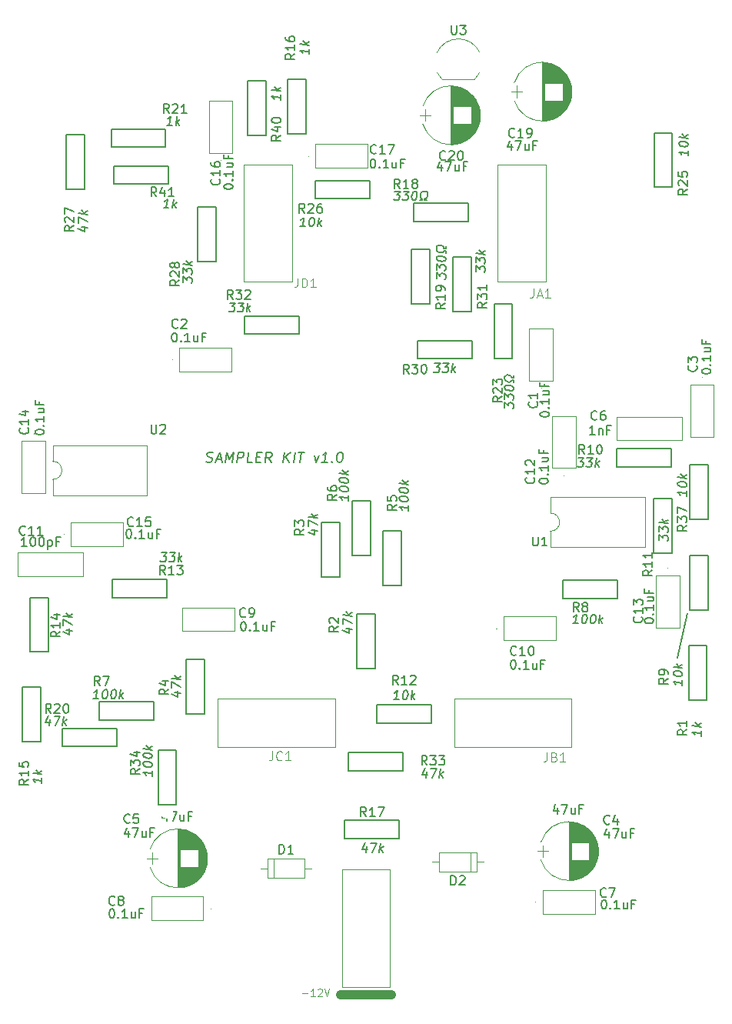
<source format=gbr>
G04 #@! TF.GenerationSoftware,KiCad,Pcbnew,7.0.1-0*
G04 #@! TF.CreationDate,2023-04-05T16:45:21-07:00*
G04 #@! TF.ProjectId,Kit-Trig-Sampler,4b69742d-5472-4696-972d-53616d706c65,rev?*
G04 #@! TF.SameCoordinates,PXb745f8PY7402318*
G04 #@! TF.FileFunction,Legend,Top*
G04 #@! TF.FilePolarity,Positive*
%FSLAX46Y46*%
G04 Gerber Fmt 4.6, Leading zero omitted, Abs format (unit mm)*
G04 Created by KiCad (PCBNEW 7.0.1-0) date 2023-04-05 16:45:21*
%MOMM*%
%LPD*%
G01*
G04 APERTURE LIST*
%ADD10C,0.200000*%
%ADD11C,0.177800*%
%ADD12C,0.152400*%
%ADD13C,0.150000*%
%ADD14C,0.120000*%
%ADD15C,0.120650*%
%ADD16C,0.050000*%
%ADD17C,1.000000*%
%ADD18C,1.397000*%
%ADD19C,1.600000*%
%ADD20R,1.600000X1.600000*%
%ADD21O,1.600000X1.600000*%
%ADD22R,1.700000X1.700000*%
%ADD23O,1.700000X1.700000*%
%ADD24R,1.500000X1.500000*%
%ADD25C,1.500000*%
%ADD26C,1.930400*%
%ADD27C,1.800000*%
%ADD28O,1.397000X1.092200*%
%ADD29O,1.524000X1.524000*%
%ADD30C,2.540000*%
G04 APERTURE END LIST*
D10*
X74489000Y43443800D02*
X73379000Y38488800D01*
D11*
X21498268Y60069455D02*
X21654750Y60015027D01*
X21654750Y60015027D02*
X21926893Y60015027D01*
X21926893Y60015027D02*
X22042554Y60069455D01*
X22042554Y60069455D02*
X22103786Y60123884D01*
X22103786Y60123884D02*
X22171821Y60232741D01*
X22171821Y60232741D02*
X22185429Y60341598D01*
X22185429Y60341598D02*
X22144607Y60450455D01*
X22144607Y60450455D02*
X22096982Y60504884D01*
X22096982Y60504884D02*
X21994929Y60559313D01*
X21994929Y60559313D02*
X21784018Y60613741D01*
X21784018Y60613741D02*
X21681964Y60668170D01*
X21681964Y60668170D02*
X21634339Y60722598D01*
X21634339Y60722598D02*
X21593518Y60831455D01*
X21593518Y60831455D02*
X21607125Y60940313D01*
X21607125Y60940313D02*
X21675161Y61049170D01*
X21675161Y61049170D02*
X21736393Y61103598D01*
X21736393Y61103598D02*
X21852054Y61158027D01*
X21852054Y61158027D02*
X22124196Y61158027D01*
X22124196Y61158027D02*
X22280679Y61103598D01*
X22614054Y60341598D02*
X23158339Y60341598D01*
X22464375Y60015027D02*
X22988250Y61158027D01*
X22988250Y61158027D02*
X23226375Y60015027D01*
X23600572Y60015027D02*
X23743447Y61158027D01*
X23743447Y61158027D02*
X24022393Y60341598D01*
X24022393Y60341598D02*
X24505447Y61158027D01*
X24505447Y61158027D02*
X24362572Y60015027D01*
X24900054Y60015027D02*
X25042929Y61158027D01*
X25042929Y61158027D02*
X25478357Y61158027D01*
X25478357Y61158027D02*
X25580411Y61103598D01*
X25580411Y61103598D02*
X25628036Y61049170D01*
X25628036Y61049170D02*
X25668857Y60940313D01*
X25668857Y60940313D02*
X25648447Y60777027D01*
X25648447Y60777027D02*
X25580411Y60668170D01*
X25580411Y60668170D02*
X25519179Y60613741D01*
X25519179Y60613741D02*
X25403518Y60559313D01*
X25403518Y60559313D02*
X24968090Y60559313D01*
X26580536Y60015027D02*
X26036250Y60015027D01*
X26036250Y60015027D02*
X26179125Y61158027D01*
X27029571Y60613741D02*
X27410571Y60613741D01*
X27499018Y60015027D02*
X26954732Y60015027D01*
X26954732Y60015027D02*
X27097607Y61158027D01*
X27097607Y61158027D02*
X27641893Y61158027D01*
X28635214Y60015027D02*
X28322249Y60559313D01*
X27982071Y60015027D02*
X28124946Y61158027D01*
X28124946Y61158027D02*
X28560374Y61158027D01*
X28560374Y61158027D02*
X28662428Y61103598D01*
X28662428Y61103598D02*
X28710053Y61049170D01*
X28710053Y61049170D02*
X28750874Y60940313D01*
X28750874Y60940313D02*
X28730464Y60777027D01*
X28730464Y60777027D02*
X28662428Y60668170D01*
X28662428Y60668170D02*
X28601196Y60613741D01*
X28601196Y60613741D02*
X28485535Y60559313D01*
X28485535Y60559313D02*
X28050107Y60559313D01*
X29989124Y60015027D02*
X30131999Y61158027D01*
X30642267Y60015027D02*
X30234052Y60668170D01*
X30785142Y61158027D02*
X30050356Y60504884D01*
X31125320Y60015027D02*
X31268195Y61158027D01*
X31642391Y61158027D02*
X32295534Y61158027D01*
X31826088Y60015027D02*
X31968963Y61158027D01*
X33384106Y60777027D02*
X33560999Y60015027D01*
X33560999Y60015027D02*
X33928391Y60777027D01*
X34860481Y60015027D02*
X34207338Y60015027D01*
X34533910Y60015027D02*
X34676785Y61158027D01*
X34676785Y61158027D02*
X34547517Y60994741D01*
X34547517Y60994741D02*
X34425053Y60885884D01*
X34425053Y60885884D02*
X34309392Y60831455D01*
X35357142Y60123884D02*
X35404767Y60069455D01*
X35404767Y60069455D02*
X35343535Y60015027D01*
X35343535Y60015027D02*
X35295910Y60069455D01*
X35295910Y60069455D02*
X35357142Y60123884D01*
X35357142Y60123884D02*
X35343535Y60015027D01*
X36241606Y61158027D02*
X36350463Y61158027D01*
X36350463Y61158027D02*
X36452517Y61103598D01*
X36452517Y61103598D02*
X36500142Y61049170D01*
X36500142Y61049170D02*
X36540963Y60940313D01*
X36540963Y60940313D02*
X36568178Y60722598D01*
X36568178Y60722598D02*
X36534160Y60450455D01*
X36534160Y60450455D02*
X36452517Y60232741D01*
X36452517Y60232741D02*
X36384481Y60123884D01*
X36384481Y60123884D02*
X36323249Y60069455D01*
X36323249Y60069455D02*
X36207588Y60015027D01*
X36207588Y60015027D02*
X36098731Y60015027D01*
X36098731Y60015027D02*
X35996678Y60069455D01*
X35996678Y60069455D02*
X35949053Y60123884D01*
X35949053Y60123884D02*
X35908231Y60232741D01*
X35908231Y60232741D02*
X35881017Y60450455D01*
X35881017Y60450455D02*
X35915035Y60722598D01*
X35915035Y60722598D02*
X35996678Y60940313D01*
X35996678Y60940313D02*
X36064713Y61049170D01*
X36064713Y61049170D02*
X36125945Y61103598D01*
X36125945Y61103598D02*
X36241606Y61158027D01*
D12*
G04 #@! TO.C,R17*
X39105857Y21053780D02*
X38767190Y21537589D01*
X38525285Y21053780D02*
X38525285Y22069780D01*
X38525285Y22069780D02*
X38912333Y22069780D01*
X38912333Y22069780D02*
X39009095Y22021399D01*
X39009095Y22021399D02*
X39057476Y21973018D01*
X39057476Y21973018D02*
X39105857Y21876256D01*
X39105857Y21876256D02*
X39105857Y21731113D01*
X39105857Y21731113D02*
X39057476Y21634351D01*
X39057476Y21634351D02*
X39009095Y21585970D01*
X39009095Y21585970D02*
X38912333Y21537589D01*
X38912333Y21537589D02*
X38525285Y21537589D01*
X40073476Y21053780D02*
X39492904Y21053780D01*
X39783190Y21053780D02*
X39783190Y22069780D01*
X39783190Y22069780D02*
X39686428Y21924637D01*
X39686428Y21924637D02*
X39589666Y21827875D01*
X39589666Y21827875D02*
X39492904Y21779494D01*
X40412142Y22069780D02*
X41089476Y22069780D01*
X41089476Y22069780D02*
X40654047Y21053780D01*
D13*
X39154833Y17777848D02*
X39071500Y17111181D01*
X38964357Y18158800D02*
X38636976Y17444515D01*
X38636976Y17444515D02*
X39256024Y17444515D01*
X39619119Y18111181D02*
X40285786Y18111181D01*
X40285786Y18111181D02*
X39732215Y17111181D01*
X40535786Y17111181D02*
X40660786Y18111181D01*
X40678644Y17492134D02*
X40916739Y17111181D01*
X41000072Y17777848D02*
X40571501Y17396896D01*
D12*
G04 #@! TO.C,C7*
X65519667Y12270541D02*
X65471286Y12222160D01*
X65471286Y12222160D02*
X65326143Y12173780D01*
X65326143Y12173780D02*
X65229381Y12173780D01*
X65229381Y12173780D02*
X65084238Y12222160D01*
X65084238Y12222160D02*
X64987476Y12318922D01*
X64987476Y12318922D02*
X64939095Y12415684D01*
X64939095Y12415684D02*
X64890714Y12609208D01*
X64890714Y12609208D02*
X64890714Y12754351D01*
X64890714Y12754351D02*
X64939095Y12947875D01*
X64939095Y12947875D02*
X64987476Y13044637D01*
X64987476Y13044637D02*
X65084238Y13141399D01*
X65084238Y13141399D02*
X65229381Y13189780D01*
X65229381Y13189780D02*
X65326143Y13189780D01*
X65326143Y13189780D02*
X65471286Y13141399D01*
X65471286Y13141399D02*
X65519667Y13093018D01*
X65858333Y13189780D02*
X66535667Y13189780D01*
X66535667Y13189780D02*
X66100238Y12173780D01*
D13*
X65246143Y11881181D02*
X65341381Y11881181D01*
X65341381Y11881181D02*
X65436619Y11833562D01*
X65436619Y11833562D02*
X65484238Y11785943D01*
X65484238Y11785943D02*
X65531857Y11690705D01*
X65531857Y11690705D02*
X65579476Y11500229D01*
X65579476Y11500229D02*
X65579476Y11262134D01*
X65579476Y11262134D02*
X65531857Y11071658D01*
X65531857Y11071658D02*
X65484238Y10976420D01*
X65484238Y10976420D02*
X65436619Y10928800D01*
X65436619Y10928800D02*
X65341381Y10881181D01*
X65341381Y10881181D02*
X65246143Y10881181D01*
X65246143Y10881181D02*
X65150905Y10928800D01*
X65150905Y10928800D02*
X65103286Y10976420D01*
X65103286Y10976420D02*
X65055667Y11071658D01*
X65055667Y11071658D02*
X65008048Y11262134D01*
X65008048Y11262134D02*
X65008048Y11500229D01*
X65008048Y11500229D02*
X65055667Y11690705D01*
X65055667Y11690705D02*
X65103286Y11785943D01*
X65103286Y11785943D02*
X65150905Y11833562D01*
X65150905Y11833562D02*
X65246143Y11881181D01*
X66008048Y10976420D02*
X66055667Y10928800D01*
X66055667Y10928800D02*
X66008048Y10881181D01*
X66008048Y10881181D02*
X65960429Y10928800D01*
X65960429Y10928800D02*
X66008048Y10976420D01*
X66008048Y10976420D02*
X66008048Y10881181D01*
X67008047Y10881181D02*
X66436619Y10881181D01*
X66722333Y10881181D02*
X66722333Y11881181D01*
X66722333Y11881181D02*
X66627095Y11738324D01*
X66627095Y11738324D02*
X66531857Y11643086D01*
X66531857Y11643086D02*
X66436619Y11595467D01*
X67865190Y11547848D02*
X67865190Y10881181D01*
X67436619Y11547848D02*
X67436619Y11024039D01*
X67436619Y11024039D02*
X67484238Y10928800D01*
X67484238Y10928800D02*
X67579476Y10881181D01*
X67579476Y10881181D02*
X67722333Y10881181D01*
X67722333Y10881181D02*
X67817571Y10928800D01*
X67817571Y10928800D02*
X67865190Y10976420D01*
X68674714Y11404991D02*
X68341381Y11404991D01*
X68341381Y10881181D02*
X68341381Y11881181D01*
X68341381Y11881181D02*
X68817571Y11881181D01*
D12*
G04 #@! TO.C,C17*
X40205857Y94070541D02*
X40157476Y94022160D01*
X40157476Y94022160D02*
X40012333Y93973780D01*
X40012333Y93973780D02*
X39915571Y93973780D01*
X39915571Y93973780D02*
X39770428Y94022160D01*
X39770428Y94022160D02*
X39673666Y94118922D01*
X39673666Y94118922D02*
X39625285Y94215684D01*
X39625285Y94215684D02*
X39576904Y94409208D01*
X39576904Y94409208D02*
X39576904Y94554351D01*
X39576904Y94554351D02*
X39625285Y94747875D01*
X39625285Y94747875D02*
X39673666Y94844637D01*
X39673666Y94844637D02*
X39770428Y94941399D01*
X39770428Y94941399D02*
X39915571Y94989780D01*
X39915571Y94989780D02*
X40012333Y94989780D01*
X40012333Y94989780D02*
X40157476Y94941399D01*
X40157476Y94941399D02*
X40205857Y94893018D01*
X41173476Y93973780D02*
X40592904Y93973780D01*
X40883190Y93973780D02*
X40883190Y94989780D01*
X40883190Y94989780D02*
X40786428Y94844637D01*
X40786428Y94844637D02*
X40689666Y94747875D01*
X40689666Y94747875D02*
X40592904Y94699494D01*
X41512142Y94989780D02*
X42189476Y94989780D01*
X42189476Y94989780D02*
X41754047Y93973780D01*
D13*
X39806143Y93411181D02*
X39901381Y93411181D01*
X39901381Y93411181D02*
X39996619Y93363562D01*
X39996619Y93363562D02*
X40044238Y93315943D01*
X40044238Y93315943D02*
X40091857Y93220705D01*
X40091857Y93220705D02*
X40139476Y93030229D01*
X40139476Y93030229D02*
X40139476Y92792134D01*
X40139476Y92792134D02*
X40091857Y92601658D01*
X40091857Y92601658D02*
X40044238Y92506420D01*
X40044238Y92506420D02*
X39996619Y92458800D01*
X39996619Y92458800D02*
X39901381Y92411181D01*
X39901381Y92411181D02*
X39806143Y92411181D01*
X39806143Y92411181D02*
X39710905Y92458800D01*
X39710905Y92458800D02*
X39663286Y92506420D01*
X39663286Y92506420D02*
X39615667Y92601658D01*
X39615667Y92601658D02*
X39568048Y92792134D01*
X39568048Y92792134D02*
X39568048Y93030229D01*
X39568048Y93030229D02*
X39615667Y93220705D01*
X39615667Y93220705D02*
X39663286Y93315943D01*
X39663286Y93315943D02*
X39710905Y93363562D01*
X39710905Y93363562D02*
X39806143Y93411181D01*
X40568048Y92506420D02*
X40615667Y92458800D01*
X40615667Y92458800D02*
X40568048Y92411181D01*
X40568048Y92411181D02*
X40520429Y92458800D01*
X40520429Y92458800D02*
X40568048Y92506420D01*
X40568048Y92506420D02*
X40568048Y92411181D01*
X41568047Y92411181D02*
X40996619Y92411181D01*
X41282333Y92411181D02*
X41282333Y93411181D01*
X41282333Y93411181D02*
X41187095Y93268324D01*
X41187095Y93268324D02*
X41091857Y93173086D01*
X41091857Y93173086D02*
X40996619Y93125467D01*
X42425190Y93077848D02*
X42425190Y92411181D01*
X41996619Y93077848D02*
X41996619Y92554039D01*
X41996619Y92554039D02*
X42044238Y92458800D01*
X42044238Y92458800D02*
X42139476Y92411181D01*
X42139476Y92411181D02*
X42282333Y92411181D01*
X42282333Y92411181D02*
X42377571Y92458800D01*
X42377571Y92458800D02*
X42425190Y92506420D01*
X43234714Y92934991D02*
X42901381Y92934991D01*
X42901381Y92411181D02*
X42901381Y93411181D01*
X42901381Y93411181D02*
X43377571Y93411181D01*
D12*
G04 #@! TO.C,R26*
X32335857Y87473780D02*
X31997190Y87957589D01*
X31755285Y87473780D02*
X31755285Y88489780D01*
X31755285Y88489780D02*
X32142333Y88489780D01*
X32142333Y88489780D02*
X32239095Y88441399D01*
X32239095Y88441399D02*
X32287476Y88393018D01*
X32287476Y88393018D02*
X32335857Y88296256D01*
X32335857Y88296256D02*
X32335857Y88151113D01*
X32335857Y88151113D02*
X32287476Y88054351D01*
X32287476Y88054351D02*
X32239095Y88005970D01*
X32239095Y88005970D02*
X32142333Y87957589D01*
X32142333Y87957589D02*
X31755285Y87957589D01*
X32722904Y88393018D02*
X32771285Y88441399D01*
X32771285Y88441399D02*
X32868047Y88489780D01*
X32868047Y88489780D02*
X33109952Y88489780D01*
X33109952Y88489780D02*
X33206714Y88441399D01*
X33206714Y88441399D02*
X33255095Y88393018D01*
X33255095Y88393018D02*
X33303476Y88296256D01*
X33303476Y88296256D02*
X33303476Y88199494D01*
X33303476Y88199494D02*
X33255095Y88054351D01*
X33255095Y88054351D02*
X32674523Y87473780D01*
X32674523Y87473780D02*
X33303476Y87473780D01*
X34174333Y88489780D02*
X33980809Y88489780D01*
X33980809Y88489780D02*
X33884047Y88441399D01*
X33884047Y88441399D02*
X33835666Y88393018D01*
X33835666Y88393018D02*
X33738904Y88247875D01*
X33738904Y88247875D02*
X33690523Y88054351D01*
X33690523Y88054351D02*
X33690523Y87667303D01*
X33690523Y87667303D02*
X33738904Y87570541D01*
X33738904Y87570541D02*
X33787285Y87522160D01*
X33787285Y87522160D02*
X33884047Y87473780D01*
X33884047Y87473780D02*
X34077571Y87473780D01*
X34077571Y87473780D02*
X34174333Y87522160D01*
X34174333Y87522160D02*
X34222714Y87570541D01*
X34222714Y87570541D02*
X34271095Y87667303D01*
X34271095Y87667303D02*
X34271095Y87909208D01*
X34271095Y87909208D02*
X34222714Y88005970D01*
X34222714Y88005970D02*
X34174333Y88054351D01*
X34174333Y88054351D02*
X34077571Y88102732D01*
X34077571Y88102732D02*
X33884047Y88102732D01*
X33884047Y88102732D02*
X33787285Y88054351D01*
X33787285Y88054351D02*
X33738904Y88005970D01*
X33738904Y88005970D02*
X33690523Y87909208D01*
D13*
X32396738Y85981181D02*
X31825309Y85981181D01*
X32111024Y85981181D02*
X32236024Y86981181D01*
X32236024Y86981181D02*
X32122928Y86838324D01*
X32122928Y86838324D02*
X32015786Y86743086D01*
X32015786Y86743086D02*
X31914595Y86695467D01*
X33134834Y86981181D02*
X33230072Y86981181D01*
X33230072Y86981181D02*
X33319357Y86933562D01*
X33319357Y86933562D02*
X33361024Y86885943D01*
X33361024Y86885943D02*
X33396738Y86790705D01*
X33396738Y86790705D02*
X33420548Y86600229D01*
X33420548Y86600229D02*
X33390786Y86362134D01*
X33390786Y86362134D02*
X33319357Y86171658D01*
X33319357Y86171658D02*
X33259834Y86076420D01*
X33259834Y86076420D02*
X33206262Y86028800D01*
X33206262Y86028800D02*
X33105072Y85981181D01*
X33105072Y85981181D02*
X33009834Y85981181D01*
X33009834Y85981181D02*
X32920548Y86028800D01*
X32920548Y86028800D02*
X32878881Y86076420D01*
X32878881Y86076420D02*
X32843167Y86171658D01*
X32843167Y86171658D02*
X32819357Y86362134D01*
X32819357Y86362134D02*
X32849119Y86600229D01*
X32849119Y86600229D02*
X32920548Y86790705D01*
X32920548Y86790705D02*
X32980072Y86885943D01*
X32980072Y86885943D02*
X33033643Y86933562D01*
X33033643Y86933562D02*
X33134834Y86981181D01*
X33765786Y85981181D02*
X33890786Y86981181D01*
X33908644Y86362134D02*
X34146739Y85981181D01*
X34230072Y86647848D02*
X33801501Y86266896D01*
D12*
G04 #@! TO.C,R2*
X36059020Y41974468D02*
X35575211Y41635801D01*
X36059020Y41393896D02*
X35043020Y41393896D01*
X35043020Y41393896D02*
X35043020Y41780944D01*
X35043020Y41780944D02*
X35091401Y41877706D01*
X35091401Y41877706D02*
X35139782Y41926087D01*
X35139782Y41926087D02*
X35236544Y41974468D01*
X35236544Y41974468D02*
X35381687Y41974468D01*
X35381687Y41974468D02*
X35478449Y41926087D01*
X35478449Y41926087D02*
X35526830Y41877706D01*
X35526830Y41877706D02*
X35575211Y41780944D01*
X35575211Y41780944D02*
X35575211Y41393896D01*
X35139782Y42361515D02*
X35091401Y42409896D01*
X35091401Y42409896D02*
X35043020Y42506658D01*
X35043020Y42506658D02*
X35043020Y42748563D01*
X35043020Y42748563D02*
X35091401Y42845325D01*
X35091401Y42845325D02*
X35139782Y42893706D01*
X35139782Y42893706D02*
X35236544Y42942087D01*
X35236544Y42942087D02*
X35333306Y42942087D01*
X35333306Y42942087D02*
X35478449Y42893706D01*
X35478449Y42893706D02*
X36059020Y42313134D01*
X36059020Y42313134D02*
X36059020Y42942087D01*
D13*
X36884952Y41739634D02*
X37551619Y41656301D01*
X36504000Y41549158D02*
X37218285Y41221777D01*
X37218285Y41221777D02*
X37218285Y41840825D01*
X36551619Y42203920D02*
X36551619Y42870587D01*
X36551619Y42870587D02*
X37551619Y42317015D01*
X37551619Y43120587D02*
X36551619Y43245587D01*
X37170666Y43263444D02*
X37551619Y43501540D01*
X36884952Y43584873D02*
X37265904Y43156302D01*
D12*
G04 #@! TO.C,R37*
X74429020Y53100658D02*
X73945211Y52761991D01*
X74429020Y52520086D02*
X73413020Y52520086D01*
X73413020Y52520086D02*
X73413020Y52907134D01*
X73413020Y52907134D02*
X73461401Y53003896D01*
X73461401Y53003896D02*
X73509782Y53052277D01*
X73509782Y53052277D02*
X73606544Y53100658D01*
X73606544Y53100658D02*
X73751687Y53100658D01*
X73751687Y53100658D02*
X73848449Y53052277D01*
X73848449Y53052277D02*
X73896830Y53003896D01*
X73896830Y53003896D02*
X73945211Y52907134D01*
X73945211Y52907134D02*
X73945211Y52520086D01*
X73413020Y53439324D02*
X73413020Y54068277D01*
X73413020Y54068277D02*
X73800068Y53729610D01*
X73800068Y53729610D02*
X73800068Y53874753D01*
X73800068Y53874753D02*
X73848449Y53971515D01*
X73848449Y53971515D02*
X73896830Y54019896D01*
X73896830Y54019896D02*
X73993592Y54068277D01*
X73993592Y54068277D02*
X74235497Y54068277D01*
X74235497Y54068277D02*
X74332259Y54019896D01*
X74332259Y54019896D02*
X74380640Y53971515D01*
X74380640Y53971515D02*
X74429020Y53874753D01*
X74429020Y53874753D02*
X74429020Y53584467D01*
X74429020Y53584467D02*
X74380640Y53487705D01*
X74380640Y53487705D02*
X74332259Y53439324D01*
X73413020Y54406943D02*
X73413020Y55084277D01*
X73413020Y55084277D02*
X74429020Y54648848D01*
D13*
X74421619Y56881539D02*
X74421619Y56310110D01*
X74421619Y56595825D02*
X73421619Y56720825D01*
X73421619Y56720825D02*
X73564476Y56607729D01*
X73564476Y56607729D02*
X73659714Y56500586D01*
X73659714Y56500586D02*
X73707333Y56399396D01*
X73421619Y57619635D02*
X73421619Y57714873D01*
X73421619Y57714873D02*
X73469238Y57804158D01*
X73469238Y57804158D02*
X73516857Y57845825D01*
X73516857Y57845825D02*
X73612095Y57881539D01*
X73612095Y57881539D02*
X73802571Y57905349D01*
X73802571Y57905349D02*
X74040666Y57875587D01*
X74040666Y57875587D02*
X74231142Y57804158D01*
X74231142Y57804158D02*
X74326380Y57744635D01*
X74326380Y57744635D02*
X74374000Y57691063D01*
X74374000Y57691063D02*
X74421619Y57589873D01*
X74421619Y57589873D02*
X74421619Y57494635D01*
X74421619Y57494635D02*
X74374000Y57405349D01*
X74374000Y57405349D02*
X74326380Y57363682D01*
X74326380Y57363682D02*
X74231142Y57327968D01*
X74231142Y57327968D02*
X74040666Y57304158D01*
X74040666Y57304158D02*
X73802571Y57333920D01*
X73802571Y57333920D02*
X73612095Y57405349D01*
X73612095Y57405349D02*
X73516857Y57464873D01*
X73516857Y57464873D02*
X73469238Y57518444D01*
X73469238Y57518444D02*
X73421619Y57619635D01*
X74421619Y58250587D02*
X73421619Y58375587D01*
X74040666Y58393444D02*
X74421619Y58631540D01*
X73754952Y58714873D02*
X74135904Y58286302D01*
D12*
G04 #@! TO.C,D2*
X48439095Y13513780D02*
X48439095Y14529780D01*
X48439095Y14529780D02*
X48681000Y14529780D01*
X48681000Y14529780D02*
X48826143Y14481399D01*
X48826143Y14481399D02*
X48922905Y14384637D01*
X48922905Y14384637D02*
X48971286Y14287875D01*
X48971286Y14287875D02*
X49019667Y14094351D01*
X49019667Y14094351D02*
X49019667Y13949208D01*
X49019667Y13949208D02*
X48971286Y13755684D01*
X48971286Y13755684D02*
X48922905Y13658922D01*
X48922905Y13658922D02*
X48826143Y13562160D01*
X48826143Y13562160D02*
X48681000Y13513780D01*
X48681000Y13513780D02*
X48439095Y13513780D01*
X49406714Y14433018D02*
X49455095Y14481399D01*
X49455095Y14481399D02*
X49551857Y14529780D01*
X49551857Y14529780D02*
X49793762Y14529780D01*
X49793762Y14529780D02*
X49890524Y14481399D01*
X49890524Y14481399D02*
X49938905Y14433018D01*
X49938905Y14433018D02*
X49987286Y14336256D01*
X49987286Y14336256D02*
X49987286Y14239494D01*
X49987286Y14239494D02*
X49938905Y14094351D01*
X49938905Y14094351D02*
X49358333Y13513780D01*
X49358333Y13513780D02*
X49987286Y13513780D01*
G04 #@! TO.C,R33*
X45815857Y26723780D02*
X45477190Y27207589D01*
X45235285Y26723780D02*
X45235285Y27739780D01*
X45235285Y27739780D02*
X45622333Y27739780D01*
X45622333Y27739780D02*
X45719095Y27691399D01*
X45719095Y27691399D02*
X45767476Y27643018D01*
X45767476Y27643018D02*
X45815857Y27546256D01*
X45815857Y27546256D02*
X45815857Y27401113D01*
X45815857Y27401113D02*
X45767476Y27304351D01*
X45767476Y27304351D02*
X45719095Y27255970D01*
X45719095Y27255970D02*
X45622333Y27207589D01*
X45622333Y27207589D02*
X45235285Y27207589D01*
X46154523Y27739780D02*
X46783476Y27739780D01*
X46783476Y27739780D02*
X46444809Y27352732D01*
X46444809Y27352732D02*
X46589952Y27352732D01*
X46589952Y27352732D02*
X46686714Y27304351D01*
X46686714Y27304351D02*
X46735095Y27255970D01*
X46735095Y27255970D02*
X46783476Y27159208D01*
X46783476Y27159208D02*
X46783476Y26917303D01*
X46783476Y26917303D02*
X46735095Y26820541D01*
X46735095Y26820541D02*
X46686714Y26772160D01*
X46686714Y26772160D02*
X46589952Y26723780D01*
X46589952Y26723780D02*
X46299666Y26723780D01*
X46299666Y26723780D02*
X46202904Y26772160D01*
X46202904Y26772160D02*
X46154523Y26820541D01*
X47122142Y27739780D02*
X47751095Y27739780D01*
X47751095Y27739780D02*
X47412428Y27352732D01*
X47412428Y27352732D02*
X47557571Y27352732D01*
X47557571Y27352732D02*
X47654333Y27304351D01*
X47654333Y27304351D02*
X47702714Y27255970D01*
X47702714Y27255970D02*
X47751095Y27159208D01*
X47751095Y27159208D02*
X47751095Y26917303D01*
X47751095Y26917303D02*
X47702714Y26820541D01*
X47702714Y26820541D02*
X47654333Y26772160D01*
X47654333Y26772160D02*
X47557571Y26723780D01*
X47557571Y26723780D02*
X47267285Y26723780D01*
X47267285Y26723780D02*
X47170523Y26772160D01*
X47170523Y26772160D02*
X47122142Y26820541D01*
D13*
X45764833Y25997848D02*
X45681500Y25331181D01*
X45574357Y26378800D02*
X45246976Y25664515D01*
X45246976Y25664515D02*
X45866024Y25664515D01*
X46229119Y26331181D02*
X46895786Y26331181D01*
X46895786Y26331181D02*
X46342215Y25331181D01*
X47145786Y25331181D02*
X47270786Y26331181D01*
X47288644Y25712134D02*
X47526739Y25331181D01*
X47610072Y25997848D02*
X47181501Y25616896D01*
D14*
G04 #@! TO.C,JC1*
X28787012Y28228817D02*
X28787012Y27514532D01*
X28787012Y27514532D02*
X28739393Y27371675D01*
X28739393Y27371675D02*
X28644155Y27276436D01*
X28644155Y27276436D02*
X28501298Y27228817D01*
X28501298Y27228817D02*
X28406060Y27228817D01*
X29834631Y27324056D02*
X29787012Y27276436D01*
X29787012Y27276436D02*
X29644155Y27228817D01*
X29644155Y27228817D02*
X29548917Y27228817D01*
X29548917Y27228817D02*
X29406060Y27276436D01*
X29406060Y27276436D02*
X29310822Y27371675D01*
X29310822Y27371675D02*
X29263203Y27466913D01*
X29263203Y27466913D02*
X29215584Y27657389D01*
X29215584Y27657389D02*
X29215584Y27800246D01*
X29215584Y27800246D02*
X29263203Y27990722D01*
X29263203Y27990722D02*
X29310822Y28085960D01*
X29310822Y28085960D02*
X29406060Y28181198D01*
X29406060Y28181198D02*
X29548917Y28228817D01*
X29548917Y28228817D02*
X29644155Y28228817D01*
X29644155Y28228817D02*
X29787012Y28181198D01*
X29787012Y28181198D02*
X29834631Y28133579D01*
X30787012Y27228817D02*
X30215584Y27228817D01*
X30501298Y27228817D02*
X30501298Y28228817D01*
X30501298Y28228817D02*
X30406060Y28085960D01*
X30406060Y28085960D02*
X30310822Y27990722D01*
X30310822Y27990722D02*
X30215584Y27943103D01*
D12*
G04 #@! TO.C,R16*
X31259020Y104990658D02*
X30775211Y104651991D01*
X31259020Y104410086D02*
X30243020Y104410086D01*
X30243020Y104410086D02*
X30243020Y104797134D01*
X30243020Y104797134D02*
X30291401Y104893896D01*
X30291401Y104893896D02*
X30339782Y104942277D01*
X30339782Y104942277D02*
X30436544Y104990658D01*
X30436544Y104990658D02*
X30581687Y104990658D01*
X30581687Y104990658D02*
X30678449Y104942277D01*
X30678449Y104942277D02*
X30726830Y104893896D01*
X30726830Y104893896D02*
X30775211Y104797134D01*
X30775211Y104797134D02*
X30775211Y104410086D01*
X31259020Y105958277D02*
X31259020Y105377705D01*
X31259020Y105667991D02*
X30243020Y105667991D01*
X30243020Y105667991D02*
X30388163Y105571229D01*
X30388163Y105571229D02*
X30484925Y105474467D01*
X30484925Y105474467D02*
X30533306Y105377705D01*
X30243020Y106829134D02*
X30243020Y106635610D01*
X30243020Y106635610D02*
X30291401Y106538848D01*
X30291401Y106538848D02*
X30339782Y106490467D01*
X30339782Y106490467D02*
X30484925Y106393705D01*
X30484925Y106393705D02*
X30678449Y106345324D01*
X30678449Y106345324D02*
X31065497Y106345324D01*
X31065497Y106345324D02*
X31162259Y106393705D01*
X31162259Y106393705D02*
X31210640Y106442086D01*
X31210640Y106442086D02*
X31259020Y106538848D01*
X31259020Y106538848D02*
X31259020Y106732372D01*
X31259020Y106732372D02*
X31210640Y106829134D01*
X31210640Y106829134D02*
X31162259Y106877515D01*
X31162259Y106877515D02*
X31065497Y106925896D01*
X31065497Y106925896D02*
X30823592Y106925896D01*
X30823592Y106925896D02*
X30726830Y106877515D01*
X30726830Y106877515D02*
X30678449Y106829134D01*
X30678449Y106829134D02*
X30630068Y106732372D01*
X30630068Y106732372D02*
X30630068Y106538848D01*
X30630068Y106538848D02*
X30678449Y106442086D01*
X30678449Y106442086D02*
X30726830Y106393705D01*
X30726830Y106393705D02*
X30823592Y106345324D01*
D13*
X32851619Y105514753D02*
X32851619Y104943324D01*
X32851619Y105229039D02*
X31851619Y105354039D01*
X31851619Y105354039D02*
X31994476Y105240943D01*
X31994476Y105240943D02*
X32089714Y105133800D01*
X32089714Y105133800D02*
X32137333Y105032610D01*
X32851619Y105937372D02*
X31851619Y106062372D01*
X32470666Y106080229D02*
X32851619Y106318325D01*
X32184952Y106401658D02*
X32565904Y105973087D01*
D12*
G04 #@! TO.C,C1*
X57897459Y66687668D02*
X57945840Y66639287D01*
X57945840Y66639287D02*
X57994220Y66494144D01*
X57994220Y66494144D02*
X57994220Y66397382D01*
X57994220Y66397382D02*
X57945840Y66252239D01*
X57945840Y66252239D02*
X57849078Y66155477D01*
X57849078Y66155477D02*
X57752316Y66107096D01*
X57752316Y66107096D02*
X57558792Y66058715D01*
X57558792Y66058715D02*
X57413649Y66058715D01*
X57413649Y66058715D02*
X57220125Y66107096D01*
X57220125Y66107096D02*
X57123363Y66155477D01*
X57123363Y66155477D02*
X57026601Y66252239D01*
X57026601Y66252239D02*
X56978220Y66397382D01*
X56978220Y66397382D02*
X56978220Y66494144D01*
X56978220Y66494144D02*
X57026601Y66639287D01*
X57026601Y66639287D02*
X57074982Y66687668D01*
X57994220Y67655287D02*
X57994220Y67074715D01*
X57994220Y67365001D02*
X56978220Y67365001D01*
X56978220Y67365001D02*
X57123363Y67268239D01*
X57123363Y67268239D02*
X57220125Y67171477D01*
X57220125Y67171477D02*
X57268506Y67074715D01*
D13*
X58257619Y65266144D02*
X58257619Y65361382D01*
X58257619Y65361382D02*
X58305238Y65456620D01*
X58305238Y65456620D02*
X58352857Y65504239D01*
X58352857Y65504239D02*
X58448095Y65551858D01*
X58448095Y65551858D02*
X58638571Y65599477D01*
X58638571Y65599477D02*
X58876666Y65599477D01*
X58876666Y65599477D02*
X59067142Y65551858D01*
X59067142Y65551858D02*
X59162380Y65504239D01*
X59162380Y65504239D02*
X59210000Y65456620D01*
X59210000Y65456620D02*
X59257619Y65361382D01*
X59257619Y65361382D02*
X59257619Y65266144D01*
X59257619Y65266144D02*
X59210000Y65170906D01*
X59210000Y65170906D02*
X59162380Y65123287D01*
X59162380Y65123287D02*
X59067142Y65075668D01*
X59067142Y65075668D02*
X58876666Y65028049D01*
X58876666Y65028049D02*
X58638571Y65028049D01*
X58638571Y65028049D02*
X58448095Y65075668D01*
X58448095Y65075668D02*
X58352857Y65123287D01*
X58352857Y65123287D02*
X58305238Y65170906D01*
X58305238Y65170906D02*
X58257619Y65266144D01*
X59162380Y66028049D02*
X59210000Y66075668D01*
X59210000Y66075668D02*
X59257619Y66028049D01*
X59257619Y66028049D02*
X59210000Y65980430D01*
X59210000Y65980430D02*
X59162380Y66028049D01*
X59162380Y66028049D02*
X59257619Y66028049D01*
X59257619Y67028048D02*
X59257619Y66456620D01*
X59257619Y66742334D02*
X58257619Y66742334D01*
X58257619Y66742334D02*
X58400476Y66647096D01*
X58400476Y66647096D02*
X58495714Y66551858D01*
X58495714Y66551858D02*
X58543333Y66456620D01*
X58590952Y67885191D02*
X59257619Y67885191D01*
X58590952Y67456620D02*
X59114761Y67456620D01*
X59114761Y67456620D02*
X59210000Y67504239D01*
X59210000Y67504239D02*
X59257619Y67599477D01*
X59257619Y67599477D02*
X59257619Y67742334D01*
X59257619Y67742334D02*
X59210000Y67837572D01*
X59210000Y67837572D02*
X59162380Y67885191D01*
X58733809Y68694715D02*
X58733809Y68361382D01*
X59257619Y68361382D02*
X58257619Y68361382D01*
X58257619Y68361382D02*
X58257619Y68837572D01*
D12*
G04 #@! TO.C,C4*
X65919667Y20270541D02*
X65871286Y20222160D01*
X65871286Y20222160D02*
X65726143Y20173780D01*
X65726143Y20173780D02*
X65629381Y20173780D01*
X65629381Y20173780D02*
X65484238Y20222160D01*
X65484238Y20222160D02*
X65387476Y20318922D01*
X65387476Y20318922D02*
X65339095Y20415684D01*
X65339095Y20415684D02*
X65290714Y20609208D01*
X65290714Y20609208D02*
X65290714Y20754351D01*
X65290714Y20754351D02*
X65339095Y20947875D01*
X65339095Y20947875D02*
X65387476Y21044637D01*
X65387476Y21044637D02*
X65484238Y21141399D01*
X65484238Y21141399D02*
X65629381Y21189780D01*
X65629381Y21189780D02*
X65726143Y21189780D01*
X65726143Y21189780D02*
X65871286Y21141399D01*
X65871286Y21141399D02*
X65919667Y21093018D01*
X66790524Y20851113D02*
X66790524Y20173780D01*
X66548619Y21238160D02*
X66306714Y20512446D01*
X66306714Y20512446D02*
X66935667Y20512446D01*
D13*
X65822333Y19347848D02*
X65822333Y18681181D01*
X65584238Y19728800D02*
X65346143Y19014515D01*
X65346143Y19014515D02*
X65965190Y19014515D01*
X66250905Y19681181D02*
X66917571Y19681181D01*
X66917571Y19681181D02*
X66489000Y18681181D01*
X67727095Y19347848D02*
X67727095Y18681181D01*
X67298524Y19347848D02*
X67298524Y18824039D01*
X67298524Y18824039D02*
X67346143Y18728800D01*
X67346143Y18728800D02*
X67441381Y18681181D01*
X67441381Y18681181D02*
X67584238Y18681181D01*
X67584238Y18681181D02*
X67679476Y18728800D01*
X67679476Y18728800D02*
X67727095Y18776420D01*
X68536619Y19204991D02*
X68203286Y19204991D01*
X68203286Y18681181D02*
X68203286Y19681181D01*
X68203286Y19681181D02*
X68679476Y19681181D01*
X60190733Y22019848D02*
X60190733Y21353181D01*
X59952638Y22400800D02*
X59714543Y21686515D01*
X59714543Y21686515D02*
X60333590Y21686515D01*
X60619305Y22353181D02*
X61285971Y22353181D01*
X61285971Y22353181D02*
X60857400Y21353181D01*
X62095495Y22019848D02*
X62095495Y21353181D01*
X61666924Y22019848D02*
X61666924Y21496039D01*
X61666924Y21496039D02*
X61714543Y21400800D01*
X61714543Y21400800D02*
X61809781Y21353181D01*
X61809781Y21353181D02*
X61952638Y21353181D01*
X61952638Y21353181D02*
X62047876Y21400800D01*
X62047876Y21400800D02*
X62095495Y21448420D01*
X62905019Y21876991D02*
X62571686Y21876991D01*
X62571686Y21353181D02*
X62571686Y22353181D01*
X62571686Y22353181D02*
X63047876Y22353181D01*
D12*
G04 #@! TO.C,R5*
X42459020Y55374468D02*
X41975211Y55035801D01*
X42459020Y54793896D02*
X41443020Y54793896D01*
X41443020Y54793896D02*
X41443020Y55180944D01*
X41443020Y55180944D02*
X41491401Y55277706D01*
X41491401Y55277706D02*
X41539782Y55326087D01*
X41539782Y55326087D02*
X41636544Y55374468D01*
X41636544Y55374468D02*
X41781687Y55374468D01*
X41781687Y55374468D02*
X41878449Y55326087D01*
X41878449Y55326087D02*
X41926830Y55277706D01*
X41926830Y55277706D02*
X41975211Y55180944D01*
X41975211Y55180944D02*
X41975211Y54793896D01*
X41443020Y56293706D02*
X41443020Y55809896D01*
X41443020Y55809896D02*
X41926830Y55761515D01*
X41926830Y55761515D02*
X41878449Y55809896D01*
X41878449Y55809896D02*
X41830068Y55906658D01*
X41830068Y55906658D02*
X41830068Y56148563D01*
X41830068Y56148563D02*
X41878449Y56245325D01*
X41878449Y56245325D02*
X41926830Y56293706D01*
X41926830Y56293706D02*
X42023592Y56342087D01*
X42023592Y56342087D02*
X42265497Y56342087D01*
X42265497Y56342087D02*
X42362259Y56293706D01*
X42362259Y56293706D02*
X42410640Y56245325D01*
X42410640Y56245325D02*
X42459020Y56148563D01*
X42459020Y56148563D02*
X42459020Y55906658D01*
X42459020Y55906658D02*
X42410640Y55809896D01*
X42410640Y55809896D02*
X42362259Y55761515D01*
D13*
X43751619Y55278324D02*
X43751619Y54706895D01*
X43751619Y54992610D02*
X42751619Y55117610D01*
X42751619Y55117610D02*
X42894476Y55004514D01*
X42894476Y55004514D02*
X42989714Y54897371D01*
X42989714Y54897371D02*
X43037333Y54796181D01*
X42751619Y56016420D02*
X42751619Y56111658D01*
X42751619Y56111658D02*
X42799238Y56200943D01*
X42799238Y56200943D02*
X42846857Y56242610D01*
X42846857Y56242610D02*
X42942095Y56278324D01*
X42942095Y56278324D02*
X43132571Y56302134D01*
X43132571Y56302134D02*
X43370666Y56272372D01*
X43370666Y56272372D02*
X43561142Y56200943D01*
X43561142Y56200943D02*
X43656380Y56141420D01*
X43656380Y56141420D02*
X43704000Y56087848D01*
X43704000Y56087848D02*
X43751619Y55986658D01*
X43751619Y55986658D02*
X43751619Y55891420D01*
X43751619Y55891420D02*
X43704000Y55802134D01*
X43704000Y55802134D02*
X43656380Y55760467D01*
X43656380Y55760467D02*
X43561142Y55724753D01*
X43561142Y55724753D02*
X43370666Y55700943D01*
X43370666Y55700943D02*
X43132571Y55730705D01*
X43132571Y55730705D02*
X42942095Y55802134D01*
X42942095Y55802134D02*
X42846857Y55861658D01*
X42846857Y55861658D02*
X42799238Y55915229D01*
X42799238Y55915229D02*
X42751619Y56016420D01*
X42751619Y56962849D02*
X42751619Y57058087D01*
X42751619Y57058087D02*
X42799238Y57147372D01*
X42799238Y57147372D02*
X42846857Y57189039D01*
X42846857Y57189039D02*
X42942095Y57224753D01*
X42942095Y57224753D02*
X43132571Y57248563D01*
X43132571Y57248563D02*
X43370666Y57218801D01*
X43370666Y57218801D02*
X43561142Y57147372D01*
X43561142Y57147372D02*
X43656380Y57087849D01*
X43656380Y57087849D02*
X43704000Y57034277D01*
X43704000Y57034277D02*
X43751619Y56933087D01*
X43751619Y56933087D02*
X43751619Y56837849D01*
X43751619Y56837849D02*
X43704000Y56748563D01*
X43704000Y56748563D02*
X43656380Y56706896D01*
X43656380Y56706896D02*
X43561142Y56671182D01*
X43561142Y56671182D02*
X43370666Y56647372D01*
X43370666Y56647372D02*
X43132571Y56677134D01*
X43132571Y56677134D02*
X42942095Y56748563D01*
X42942095Y56748563D02*
X42846857Y56808087D01*
X42846857Y56808087D02*
X42799238Y56861658D01*
X42799238Y56861658D02*
X42751619Y56962849D01*
X43751619Y57593801D02*
X42751619Y57718801D01*
X43370666Y57736658D02*
X43751619Y57974754D01*
X43084952Y58058087D02*
X43465904Y57629516D01*
D12*
G04 #@! TO.C,R14*
X5429020Y41430658D02*
X4945211Y41091991D01*
X5429020Y40850086D02*
X4413020Y40850086D01*
X4413020Y40850086D02*
X4413020Y41237134D01*
X4413020Y41237134D02*
X4461401Y41333896D01*
X4461401Y41333896D02*
X4509782Y41382277D01*
X4509782Y41382277D02*
X4606544Y41430658D01*
X4606544Y41430658D02*
X4751687Y41430658D01*
X4751687Y41430658D02*
X4848449Y41382277D01*
X4848449Y41382277D02*
X4896830Y41333896D01*
X4896830Y41333896D02*
X4945211Y41237134D01*
X4945211Y41237134D02*
X4945211Y40850086D01*
X5429020Y42398277D02*
X5429020Y41817705D01*
X5429020Y42107991D02*
X4413020Y42107991D01*
X4413020Y42107991D02*
X4558163Y42011229D01*
X4558163Y42011229D02*
X4654925Y41914467D01*
X4654925Y41914467D02*
X4703306Y41817705D01*
X4751687Y43269134D02*
X5429020Y43269134D01*
X4364640Y43027229D02*
X5090354Y42785324D01*
X5090354Y42785324D02*
X5090354Y43414277D01*
D13*
X6094952Y41599634D02*
X6761619Y41516301D01*
X5714000Y41409158D02*
X6428285Y41081777D01*
X6428285Y41081777D02*
X6428285Y41700825D01*
X5761619Y42063920D02*
X5761619Y42730587D01*
X5761619Y42730587D02*
X6761619Y42177015D01*
X6761619Y42980587D02*
X5761619Y43105587D01*
X6380666Y43123444D02*
X6761619Y43361540D01*
X6094952Y43444873D02*
X6475904Y43016302D01*
D12*
G04 #@! TO.C,R25*
X74479020Y90100658D02*
X73995211Y89761991D01*
X74479020Y89520086D02*
X73463020Y89520086D01*
X73463020Y89520086D02*
X73463020Y89907134D01*
X73463020Y89907134D02*
X73511401Y90003896D01*
X73511401Y90003896D02*
X73559782Y90052277D01*
X73559782Y90052277D02*
X73656544Y90100658D01*
X73656544Y90100658D02*
X73801687Y90100658D01*
X73801687Y90100658D02*
X73898449Y90052277D01*
X73898449Y90052277D02*
X73946830Y90003896D01*
X73946830Y90003896D02*
X73995211Y89907134D01*
X73995211Y89907134D02*
X73995211Y89520086D01*
X73559782Y90487705D02*
X73511401Y90536086D01*
X73511401Y90536086D02*
X73463020Y90632848D01*
X73463020Y90632848D02*
X73463020Y90874753D01*
X73463020Y90874753D02*
X73511401Y90971515D01*
X73511401Y90971515D02*
X73559782Y91019896D01*
X73559782Y91019896D02*
X73656544Y91068277D01*
X73656544Y91068277D02*
X73753306Y91068277D01*
X73753306Y91068277D02*
X73898449Y91019896D01*
X73898449Y91019896D02*
X74479020Y90439324D01*
X74479020Y90439324D02*
X74479020Y91068277D01*
X73463020Y91987515D02*
X73463020Y91503705D01*
X73463020Y91503705D02*
X73946830Y91455324D01*
X73946830Y91455324D02*
X73898449Y91503705D01*
X73898449Y91503705D02*
X73850068Y91600467D01*
X73850068Y91600467D02*
X73850068Y91842372D01*
X73850068Y91842372D02*
X73898449Y91939134D01*
X73898449Y91939134D02*
X73946830Y91987515D01*
X73946830Y91987515D02*
X74043592Y92035896D01*
X74043592Y92035896D02*
X74285497Y92035896D01*
X74285497Y92035896D02*
X74382259Y91987515D01*
X74382259Y91987515D02*
X74430640Y91939134D01*
X74430640Y91939134D02*
X74479020Y91842372D01*
X74479020Y91842372D02*
X74479020Y91600467D01*
X74479020Y91600467D02*
X74430640Y91503705D01*
X74430640Y91503705D02*
X74382259Y91455324D01*
D13*
X74551619Y94331539D02*
X74551619Y93760110D01*
X74551619Y94045825D02*
X73551619Y94170825D01*
X73551619Y94170825D02*
X73694476Y94057729D01*
X73694476Y94057729D02*
X73789714Y93950586D01*
X73789714Y93950586D02*
X73837333Y93849396D01*
X73551619Y95069635D02*
X73551619Y95164873D01*
X73551619Y95164873D02*
X73599238Y95254158D01*
X73599238Y95254158D02*
X73646857Y95295825D01*
X73646857Y95295825D02*
X73742095Y95331539D01*
X73742095Y95331539D02*
X73932571Y95355349D01*
X73932571Y95355349D02*
X74170666Y95325587D01*
X74170666Y95325587D02*
X74361142Y95254158D01*
X74361142Y95254158D02*
X74456380Y95194635D01*
X74456380Y95194635D02*
X74504000Y95141063D01*
X74504000Y95141063D02*
X74551619Y95039873D01*
X74551619Y95039873D02*
X74551619Y94944635D01*
X74551619Y94944635D02*
X74504000Y94855349D01*
X74504000Y94855349D02*
X74456380Y94813682D01*
X74456380Y94813682D02*
X74361142Y94777968D01*
X74361142Y94777968D02*
X74170666Y94754158D01*
X74170666Y94754158D02*
X73932571Y94783920D01*
X73932571Y94783920D02*
X73742095Y94855349D01*
X73742095Y94855349D02*
X73646857Y94914873D01*
X73646857Y94914873D02*
X73599238Y94968444D01*
X73599238Y94968444D02*
X73551619Y95069635D01*
X74551619Y95700587D02*
X73551619Y95825587D01*
X74170666Y95843444D02*
X74551619Y96081540D01*
X73884952Y96164873D02*
X74265904Y95736302D01*
D12*
G04 #@! TO.C,C15*
X13455857Y53070541D02*
X13407476Y53022160D01*
X13407476Y53022160D02*
X13262333Y52973780D01*
X13262333Y52973780D02*
X13165571Y52973780D01*
X13165571Y52973780D02*
X13020428Y53022160D01*
X13020428Y53022160D02*
X12923666Y53118922D01*
X12923666Y53118922D02*
X12875285Y53215684D01*
X12875285Y53215684D02*
X12826904Y53409208D01*
X12826904Y53409208D02*
X12826904Y53554351D01*
X12826904Y53554351D02*
X12875285Y53747875D01*
X12875285Y53747875D02*
X12923666Y53844637D01*
X12923666Y53844637D02*
X13020428Y53941399D01*
X13020428Y53941399D02*
X13165571Y53989780D01*
X13165571Y53989780D02*
X13262333Y53989780D01*
X13262333Y53989780D02*
X13407476Y53941399D01*
X13407476Y53941399D02*
X13455857Y53893018D01*
X14423476Y52973780D02*
X13842904Y52973780D01*
X14133190Y52973780D02*
X14133190Y53989780D01*
X14133190Y53989780D02*
X14036428Y53844637D01*
X14036428Y53844637D02*
X13939666Y53747875D01*
X13939666Y53747875D02*
X13842904Y53699494D01*
X15342714Y53989780D02*
X14858904Y53989780D01*
X14858904Y53989780D02*
X14810523Y53505970D01*
X14810523Y53505970D02*
X14858904Y53554351D01*
X14858904Y53554351D02*
X14955666Y53602732D01*
X14955666Y53602732D02*
X15197571Y53602732D01*
X15197571Y53602732D02*
X15294333Y53554351D01*
X15294333Y53554351D02*
X15342714Y53505970D01*
X15342714Y53505970D02*
X15391095Y53409208D01*
X15391095Y53409208D02*
X15391095Y53167303D01*
X15391095Y53167303D02*
X15342714Y53070541D01*
X15342714Y53070541D02*
X15294333Y53022160D01*
X15294333Y53022160D02*
X15197571Y52973780D01*
X15197571Y52973780D02*
X14955666Y52973780D01*
X14955666Y52973780D02*
X14858904Y53022160D01*
X14858904Y53022160D02*
X14810523Y53070541D01*
D13*
X12926143Y52661181D02*
X13021381Y52661181D01*
X13021381Y52661181D02*
X13116619Y52613562D01*
X13116619Y52613562D02*
X13164238Y52565943D01*
X13164238Y52565943D02*
X13211857Y52470705D01*
X13211857Y52470705D02*
X13259476Y52280229D01*
X13259476Y52280229D02*
X13259476Y52042134D01*
X13259476Y52042134D02*
X13211857Y51851658D01*
X13211857Y51851658D02*
X13164238Y51756420D01*
X13164238Y51756420D02*
X13116619Y51708800D01*
X13116619Y51708800D02*
X13021381Y51661181D01*
X13021381Y51661181D02*
X12926143Y51661181D01*
X12926143Y51661181D02*
X12830905Y51708800D01*
X12830905Y51708800D02*
X12783286Y51756420D01*
X12783286Y51756420D02*
X12735667Y51851658D01*
X12735667Y51851658D02*
X12688048Y52042134D01*
X12688048Y52042134D02*
X12688048Y52280229D01*
X12688048Y52280229D02*
X12735667Y52470705D01*
X12735667Y52470705D02*
X12783286Y52565943D01*
X12783286Y52565943D02*
X12830905Y52613562D01*
X12830905Y52613562D02*
X12926143Y52661181D01*
X13688048Y51756420D02*
X13735667Y51708800D01*
X13735667Y51708800D02*
X13688048Y51661181D01*
X13688048Y51661181D02*
X13640429Y51708800D01*
X13640429Y51708800D02*
X13688048Y51756420D01*
X13688048Y51756420D02*
X13688048Y51661181D01*
X14688047Y51661181D02*
X14116619Y51661181D01*
X14402333Y51661181D02*
X14402333Y52661181D01*
X14402333Y52661181D02*
X14307095Y52518324D01*
X14307095Y52518324D02*
X14211857Y52423086D01*
X14211857Y52423086D02*
X14116619Y52375467D01*
X15545190Y52327848D02*
X15545190Y51661181D01*
X15116619Y52327848D02*
X15116619Y51804039D01*
X15116619Y51804039D02*
X15164238Y51708800D01*
X15164238Y51708800D02*
X15259476Y51661181D01*
X15259476Y51661181D02*
X15402333Y51661181D01*
X15402333Y51661181D02*
X15497571Y51708800D01*
X15497571Y51708800D02*
X15545190Y51756420D01*
X16354714Y52184991D02*
X16021381Y52184991D01*
X16021381Y51661181D02*
X16021381Y52661181D01*
X16021381Y52661181D02*
X16497571Y52661181D01*
D12*
G04 #@! TO.C,C19*
X55435857Y95870541D02*
X55387476Y95822160D01*
X55387476Y95822160D02*
X55242333Y95773780D01*
X55242333Y95773780D02*
X55145571Y95773780D01*
X55145571Y95773780D02*
X55000428Y95822160D01*
X55000428Y95822160D02*
X54903666Y95918922D01*
X54903666Y95918922D02*
X54855285Y96015684D01*
X54855285Y96015684D02*
X54806904Y96209208D01*
X54806904Y96209208D02*
X54806904Y96354351D01*
X54806904Y96354351D02*
X54855285Y96547875D01*
X54855285Y96547875D02*
X54903666Y96644637D01*
X54903666Y96644637D02*
X55000428Y96741399D01*
X55000428Y96741399D02*
X55145571Y96789780D01*
X55145571Y96789780D02*
X55242333Y96789780D01*
X55242333Y96789780D02*
X55387476Y96741399D01*
X55387476Y96741399D02*
X55435857Y96693018D01*
X56403476Y95773780D02*
X55822904Y95773780D01*
X56113190Y95773780D02*
X56113190Y96789780D01*
X56113190Y96789780D02*
X56016428Y96644637D01*
X56016428Y96644637D02*
X55919666Y96547875D01*
X55919666Y96547875D02*
X55822904Y96499494D01*
X56887285Y95773780D02*
X57080809Y95773780D01*
X57080809Y95773780D02*
X57177571Y95822160D01*
X57177571Y95822160D02*
X57225952Y95870541D01*
X57225952Y95870541D02*
X57322714Y96015684D01*
X57322714Y96015684D02*
X57371095Y96209208D01*
X57371095Y96209208D02*
X57371095Y96596256D01*
X57371095Y96596256D02*
X57322714Y96693018D01*
X57322714Y96693018D02*
X57274333Y96741399D01*
X57274333Y96741399D02*
X57177571Y96789780D01*
X57177571Y96789780D02*
X56984047Y96789780D01*
X56984047Y96789780D02*
X56887285Y96741399D01*
X56887285Y96741399D02*
X56838904Y96693018D01*
X56838904Y96693018D02*
X56790523Y96596256D01*
X56790523Y96596256D02*
X56790523Y96354351D01*
X56790523Y96354351D02*
X56838904Y96257589D01*
X56838904Y96257589D02*
X56887285Y96209208D01*
X56887285Y96209208D02*
X56984047Y96160827D01*
X56984047Y96160827D02*
X57177571Y96160827D01*
X57177571Y96160827D02*
X57274333Y96209208D01*
X57274333Y96209208D02*
X57322714Y96257589D01*
X57322714Y96257589D02*
X57371095Y96354351D01*
D13*
X55122333Y95047848D02*
X55122333Y94381181D01*
X54884238Y95428800D02*
X54646143Y94714515D01*
X54646143Y94714515D02*
X55265190Y94714515D01*
X55550905Y95381181D02*
X56217571Y95381181D01*
X56217571Y95381181D02*
X55789000Y94381181D01*
X57027095Y95047848D02*
X57027095Y94381181D01*
X56598524Y95047848D02*
X56598524Y94524039D01*
X56598524Y94524039D02*
X56646143Y94428800D01*
X56646143Y94428800D02*
X56741381Y94381181D01*
X56741381Y94381181D02*
X56884238Y94381181D01*
X56884238Y94381181D02*
X56979476Y94428800D01*
X56979476Y94428800D02*
X57027095Y94476420D01*
X57836619Y94904991D02*
X57503286Y94904991D01*
X57503286Y94381181D02*
X57503286Y95381181D01*
X57503286Y95381181D02*
X57979476Y95381181D01*
D12*
G04 #@! TO.C,C20*
X47835857Y93370541D02*
X47787476Y93322160D01*
X47787476Y93322160D02*
X47642333Y93273780D01*
X47642333Y93273780D02*
X47545571Y93273780D01*
X47545571Y93273780D02*
X47400428Y93322160D01*
X47400428Y93322160D02*
X47303666Y93418922D01*
X47303666Y93418922D02*
X47255285Y93515684D01*
X47255285Y93515684D02*
X47206904Y93709208D01*
X47206904Y93709208D02*
X47206904Y93854351D01*
X47206904Y93854351D02*
X47255285Y94047875D01*
X47255285Y94047875D02*
X47303666Y94144637D01*
X47303666Y94144637D02*
X47400428Y94241399D01*
X47400428Y94241399D02*
X47545571Y94289780D01*
X47545571Y94289780D02*
X47642333Y94289780D01*
X47642333Y94289780D02*
X47787476Y94241399D01*
X47787476Y94241399D02*
X47835857Y94193018D01*
X48222904Y94193018D02*
X48271285Y94241399D01*
X48271285Y94241399D02*
X48368047Y94289780D01*
X48368047Y94289780D02*
X48609952Y94289780D01*
X48609952Y94289780D02*
X48706714Y94241399D01*
X48706714Y94241399D02*
X48755095Y94193018D01*
X48755095Y94193018D02*
X48803476Y94096256D01*
X48803476Y94096256D02*
X48803476Y93999494D01*
X48803476Y93999494D02*
X48755095Y93854351D01*
X48755095Y93854351D02*
X48174523Y93273780D01*
X48174523Y93273780D02*
X48803476Y93273780D01*
X49432428Y94289780D02*
X49529190Y94289780D01*
X49529190Y94289780D02*
X49625952Y94241399D01*
X49625952Y94241399D02*
X49674333Y94193018D01*
X49674333Y94193018D02*
X49722714Y94096256D01*
X49722714Y94096256D02*
X49771095Y93902732D01*
X49771095Y93902732D02*
X49771095Y93660827D01*
X49771095Y93660827D02*
X49722714Y93467303D01*
X49722714Y93467303D02*
X49674333Y93370541D01*
X49674333Y93370541D02*
X49625952Y93322160D01*
X49625952Y93322160D02*
X49529190Y93273780D01*
X49529190Y93273780D02*
X49432428Y93273780D01*
X49432428Y93273780D02*
X49335666Y93322160D01*
X49335666Y93322160D02*
X49287285Y93370541D01*
X49287285Y93370541D02*
X49238904Y93467303D01*
X49238904Y93467303D02*
X49190523Y93660827D01*
X49190523Y93660827D02*
X49190523Y93902732D01*
X49190523Y93902732D02*
X49238904Y94096256D01*
X49238904Y94096256D02*
X49287285Y94193018D01*
X49287285Y94193018D02*
X49335666Y94241399D01*
X49335666Y94241399D02*
X49432428Y94289780D01*
D13*
X47422333Y92747848D02*
X47422333Y92081181D01*
X47184238Y93128800D02*
X46946143Y92414515D01*
X46946143Y92414515D02*
X47565190Y92414515D01*
X47850905Y93081181D02*
X48517571Y93081181D01*
X48517571Y93081181D02*
X48089000Y92081181D01*
X49327095Y92747848D02*
X49327095Y92081181D01*
X48898524Y92747848D02*
X48898524Y92224039D01*
X48898524Y92224039D02*
X48946143Y92128800D01*
X48946143Y92128800D02*
X49041381Y92081181D01*
X49041381Y92081181D02*
X49184238Y92081181D01*
X49184238Y92081181D02*
X49279476Y92128800D01*
X49279476Y92128800D02*
X49327095Y92176420D01*
X50136619Y92604991D02*
X49803286Y92604991D01*
X49803286Y92081181D02*
X49803286Y93081181D01*
X49803286Y93081181D02*
X50279476Y93081181D01*
D12*
G04 #@! TO.C,D1*
X29539095Y16933780D02*
X29539095Y17949780D01*
X29539095Y17949780D02*
X29781000Y17949780D01*
X29781000Y17949780D02*
X29926143Y17901399D01*
X29926143Y17901399D02*
X30022905Y17804637D01*
X30022905Y17804637D02*
X30071286Y17707875D01*
X30071286Y17707875D02*
X30119667Y17514351D01*
X30119667Y17514351D02*
X30119667Y17369208D01*
X30119667Y17369208D02*
X30071286Y17175684D01*
X30071286Y17175684D02*
X30022905Y17078922D01*
X30022905Y17078922D02*
X29926143Y16982160D01*
X29926143Y16982160D02*
X29781000Y16933780D01*
X29781000Y16933780D02*
X29539095Y16933780D01*
X31087286Y16933780D02*
X30506714Y16933780D01*
X30797000Y16933780D02*
X30797000Y17949780D01*
X30797000Y17949780D02*
X30700238Y17804637D01*
X30700238Y17804637D02*
X30603476Y17707875D01*
X30603476Y17707875D02*
X30506714Y17659494D01*
G04 #@! TO.C,C13*
X69435859Y43009458D02*
X69484240Y42961077D01*
X69484240Y42961077D02*
X69532620Y42815934D01*
X69532620Y42815934D02*
X69532620Y42719172D01*
X69532620Y42719172D02*
X69484240Y42574029D01*
X69484240Y42574029D02*
X69387478Y42477267D01*
X69387478Y42477267D02*
X69290716Y42428886D01*
X69290716Y42428886D02*
X69097192Y42380505D01*
X69097192Y42380505D02*
X68952049Y42380505D01*
X68952049Y42380505D02*
X68758525Y42428886D01*
X68758525Y42428886D02*
X68661763Y42477267D01*
X68661763Y42477267D02*
X68565001Y42574029D01*
X68565001Y42574029D02*
X68516620Y42719172D01*
X68516620Y42719172D02*
X68516620Y42815934D01*
X68516620Y42815934D02*
X68565001Y42961077D01*
X68565001Y42961077D02*
X68613382Y43009458D01*
X69532620Y43977077D02*
X69532620Y43396505D01*
X69532620Y43686791D02*
X68516620Y43686791D01*
X68516620Y43686791D02*
X68661763Y43590029D01*
X68661763Y43590029D02*
X68758525Y43493267D01*
X68758525Y43493267D02*
X68806906Y43396505D01*
X68516620Y44315743D02*
X68516620Y44944696D01*
X68516620Y44944696D02*
X68903668Y44606029D01*
X68903668Y44606029D02*
X68903668Y44751172D01*
X68903668Y44751172D02*
X68952049Y44847934D01*
X68952049Y44847934D02*
X69000430Y44896315D01*
X69000430Y44896315D02*
X69097192Y44944696D01*
X69097192Y44944696D02*
X69339097Y44944696D01*
X69339097Y44944696D02*
X69435859Y44896315D01*
X69435859Y44896315D02*
X69484240Y44847934D01*
X69484240Y44847934D02*
X69532620Y44751172D01*
X69532620Y44751172D02*
X69532620Y44460886D01*
X69532620Y44460886D02*
X69484240Y44364124D01*
X69484240Y44364124D02*
X69435859Y44315743D01*
D13*
X69744419Y42553144D02*
X69744419Y42648382D01*
X69744419Y42648382D02*
X69792038Y42743620D01*
X69792038Y42743620D02*
X69839657Y42791239D01*
X69839657Y42791239D02*
X69934895Y42838858D01*
X69934895Y42838858D02*
X70125371Y42886477D01*
X70125371Y42886477D02*
X70363466Y42886477D01*
X70363466Y42886477D02*
X70553942Y42838858D01*
X70553942Y42838858D02*
X70649180Y42791239D01*
X70649180Y42791239D02*
X70696800Y42743620D01*
X70696800Y42743620D02*
X70744419Y42648382D01*
X70744419Y42648382D02*
X70744419Y42553144D01*
X70744419Y42553144D02*
X70696800Y42457906D01*
X70696800Y42457906D02*
X70649180Y42410287D01*
X70649180Y42410287D02*
X70553942Y42362668D01*
X70553942Y42362668D02*
X70363466Y42315049D01*
X70363466Y42315049D02*
X70125371Y42315049D01*
X70125371Y42315049D02*
X69934895Y42362668D01*
X69934895Y42362668D02*
X69839657Y42410287D01*
X69839657Y42410287D02*
X69792038Y42457906D01*
X69792038Y42457906D02*
X69744419Y42553144D01*
X70649180Y43315049D02*
X70696800Y43362668D01*
X70696800Y43362668D02*
X70744419Y43315049D01*
X70744419Y43315049D02*
X70696800Y43267430D01*
X70696800Y43267430D02*
X70649180Y43315049D01*
X70649180Y43315049D02*
X70744419Y43315049D01*
X70744419Y44315048D02*
X70744419Y43743620D01*
X70744419Y44029334D02*
X69744419Y44029334D01*
X69744419Y44029334D02*
X69887276Y43934096D01*
X69887276Y43934096D02*
X69982514Y43838858D01*
X69982514Y43838858D02*
X70030133Y43743620D01*
X70077752Y45172191D02*
X70744419Y45172191D01*
X70077752Y44743620D02*
X70601561Y44743620D01*
X70601561Y44743620D02*
X70696800Y44791239D01*
X70696800Y44791239D02*
X70744419Y44886477D01*
X70744419Y44886477D02*
X70744419Y45029334D01*
X70744419Y45029334D02*
X70696800Y45124572D01*
X70696800Y45124572D02*
X70649180Y45172191D01*
X70220609Y45981715D02*
X70220609Y45648382D01*
X70744419Y45648382D02*
X69744419Y45648382D01*
X69744419Y45648382D02*
X69744419Y46124572D01*
D12*
G04 #@! TO.C,R23*
X54089420Y67266458D02*
X53605611Y66927791D01*
X54089420Y66685886D02*
X53073420Y66685886D01*
X53073420Y66685886D02*
X53073420Y67072934D01*
X53073420Y67072934D02*
X53121801Y67169696D01*
X53121801Y67169696D02*
X53170182Y67218077D01*
X53170182Y67218077D02*
X53266944Y67266458D01*
X53266944Y67266458D02*
X53412087Y67266458D01*
X53412087Y67266458D02*
X53508849Y67218077D01*
X53508849Y67218077D02*
X53557230Y67169696D01*
X53557230Y67169696D02*
X53605611Y67072934D01*
X53605611Y67072934D02*
X53605611Y66685886D01*
X53170182Y67653505D02*
X53121801Y67701886D01*
X53121801Y67701886D02*
X53073420Y67798648D01*
X53073420Y67798648D02*
X53073420Y68040553D01*
X53073420Y68040553D02*
X53121801Y68137315D01*
X53121801Y68137315D02*
X53170182Y68185696D01*
X53170182Y68185696D02*
X53266944Y68234077D01*
X53266944Y68234077D02*
X53363706Y68234077D01*
X53363706Y68234077D02*
X53508849Y68185696D01*
X53508849Y68185696D02*
X54089420Y67605124D01*
X54089420Y67605124D02*
X54089420Y68234077D01*
X53073420Y68572743D02*
X53073420Y69201696D01*
X53073420Y69201696D02*
X53460468Y68863029D01*
X53460468Y68863029D02*
X53460468Y69008172D01*
X53460468Y69008172D02*
X53508849Y69104934D01*
X53508849Y69104934D02*
X53557230Y69153315D01*
X53557230Y69153315D02*
X53653992Y69201696D01*
X53653992Y69201696D02*
X53895897Y69201696D01*
X53895897Y69201696D02*
X53992659Y69153315D01*
X53992659Y69153315D02*
X54041040Y69104934D01*
X54041040Y69104934D02*
X54089420Y69008172D01*
X54089420Y69008172D02*
X54089420Y68717886D01*
X54089420Y68717886D02*
X54041040Y68621124D01*
X54041040Y68621124D02*
X53992659Y68572743D01*
D13*
X54352019Y66041009D02*
X54352019Y66660057D01*
X54352019Y66660057D02*
X54732971Y66279104D01*
X54732971Y66279104D02*
X54732971Y66421962D01*
X54732971Y66421962D02*
X54780590Y66511247D01*
X54780590Y66511247D02*
X54828209Y66552914D01*
X54828209Y66552914D02*
X54923447Y66588628D01*
X54923447Y66588628D02*
X55161542Y66558866D01*
X55161542Y66558866D02*
X55256780Y66499343D01*
X55256780Y66499343D02*
X55304400Y66445771D01*
X55304400Y66445771D02*
X55352019Y66344581D01*
X55352019Y66344581D02*
X55352019Y66058866D01*
X55352019Y66058866D02*
X55304400Y65969581D01*
X55304400Y65969581D02*
X55256780Y65927914D01*
X54352019Y66987438D02*
X54352019Y67606486D01*
X54352019Y67606486D02*
X54732971Y67225533D01*
X54732971Y67225533D02*
X54732971Y67368391D01*
X54732971Y67368391D02*
X54780590Y67457676D01*
X54780590Y67457676D02*
X54828209Y67499343D01*
X54828209Y67499343D02*
X54923447Y67535057D01*
X54923447Y67535057D02*
X55161542Y67505295D01*
X55161542Y67505295D02*
X55256780Y67445772D01*
X55256780Y67445772D02*
X55304400Y67392200D01*
X55304400Y67392200D02*
X55352019Y67291010D01*
X55352019Y67291010D02*
X55352019Y67005295D01*
X55352019Y67005295D02*
X55304400Y66916010D01*
X55304400Y66916010D02*
X55256780Y66874343D01*
X54352019Y68219582D02*
X54352019Y68314820D01*
X54352019Y68314820D02*
X54399638Y68404105D01*
X54399638Y68404105D02*
X54447257Y68445772D01*
X54447257Y68445772D02*
X54542495Y68481486D01*
X54542495Y68481486D02*
X54732971Y68505296D01*
X54732971Y68505296D02*
X54971066Y68475534D01*
X54971066Y68475534D02*
X55161542Y68404105D01*
X55161542Y68404105D02*
X55256780Y68344582D01*
X55256780Y68344582D02*
X55304400Y68291010D01*
X55304400Y68291010D02*
X55352019Y68189820D01*
X55352019Y68189820D02*
X55352019Y68094582D01*
X55352019Y68094582D02*
X55304400Y68005296D01*
X55304400Y68005296D02*
X55256780Y67963629D01*
X55256780Y67963629D02*
X55161542Y67927915D01*
X55161542Y67927915D02*
X54971066Y67904105D01*
X54971066Y67904105D02*
X54732971Y67933867D01*
X54732971Y67933867D02*
X54542495Y68005296D01*
X54542495Y68005296D02*
X54447257Y68064820D01*
X54447257Y68064820D02*
X54399638Y68118391D01*
X54399638Y68118391D02*
X54352019Y68219582D01*
X55352019Y68802915D02*
X55352019Y69041011D01*
X55352019Y69041011D02*
X55161542Y69064820D01*
X55161542Y69064820D02*
X55113923Y68975534D01*
X55113923Y68975534D02*
X55018685Y68892201D01*
X55018685Y68892201D02*
X54875828Y68862439D01*
X54875828Y68862439D02*
X54637733Y68892201D01*
X54637733Y68892201D02*
X54494876Y68957677D01*
X54494876Y68957677D02*
X54399638Y69064820D01*
X54399638Y69064820D02*
X54352019Y69213630D01*
X54352019Y69213630D02*
X54352019Y69404106D01*
X54352019Y69404106D02*
X54399638Y69541011D01*
X54399638Y69541011D02*
X54494876Y69624344D01*
X54494876Y69624344D02*
X54637733Y69654106D01*
X54637733Y69654106D02*
X54875828Y69624344D01*
X54875828Y69624344D02*
X55018685Y69558868D01*
X55018685Y69558868D02*
X55113923Y69451725D01*
X55113923Y69451725D02*
X55161542Y69350534D01*
X55161542Y69350534D02*
X55352019Y69326725D01*
X55352019Y69326725D02*
X55352019Y69564820D01*
D12*
G04 #@! TO.C,C9*
X25819667Y43070541D02*
X25771286Y43022160D01*
X25771286Y43022160D02*
X25626143Y42973780D01*
X25626143Y42973780D02*
X25529381Y42973780D01*
X25529381Y42973780D02*
X25384238Y43022160D01*
X25384238Y43022160D02*
X25287476Y43118922D01*
X25287476Y43118922D02*
X25239095Y43215684D01*
X25239095Y43215684D02*
X25190714Y43409208D01*
X25190714Y43409208D02*
X25190714Y43554351D01*
X25190714Y43554351D02*
X25239095Y43747875D01*
X25239095Y43747875D02*
X25287476Y43844637D01*
X25287476Y43844637D02*
X25384238Y43941399D01*
X25384238Y43941399D02*
X25529381Y43989780D01*
X25529381Y43989780D02*
X25626143Y43989780D01*
X25626143Y43989780D02*
X25771286Y43941399D01*
X25771286Y43941399D02*
X25819667Y43893018D01*
X26303476Y42973780D02*
X26497000Y42973780D01*
X26497000Y42973780D02*
X26593762Y43022160D01*
X26593762Y43022160D02*
X26642143Y43070541D01*
X26642143Y43070541D02*
X26738905Y43215684D01*
X26738905Y43215684D02*
X26787286Y43409208D01*
X26787286Y43409208D02*
X26787286Y43796256D01*
X26787286Y43796256D02*
X26738905Y43893018D01*
X26738905Y43893018D02*
X26690524Y43941399D01*
X26690524Y43941399D02*
X26593762Y43989780D01*
X26593762Y43989780D02*
X26400238Y43989780D01*
X26400238Y43989780D02*
X26303476Y43941399D01*
X26303476Y43941399D02*
X26255095Y43893018D01*
X26255095Y43893018D02*
X26206714Y43796256D01*
X26206714Y43796256D02*
X26206714Y43554351D01*
X26206714Y43554351D02*
X26255095Y43457589D01*
X26255095Y43457589D02*
X26303476Y43409208D01*
X26303476Y43409208D02*
X26400238Y43360827D01*
X26400238Y43360827D02*
X26593762Y43360827D01*
X26593762Y43360827D02*
X26690524Y43409208D01*
X26690524Y43409208D02*
X26738905Y43457589D01*
X26738905Y43457589D02*
X26787286Y43554351D01*
D13*
X25546143Y42481181D02*
X25641381Y42481181D01*
X25641381Y42481181D02*
X25736619Y42433562D01*
X25736619Y42433562D02*
X25784238Y42385943D01*
X25784238Y42385943D02*
X25831857Y42290705D01*
X25831857Y42290705D02*
X25879476Y42100229D01*
X25879476Y42100229D02*
X25879476Y41862134D01*
X25879476Y41862134D02*
X25831857Y41671658D01*
X25831857Y41671658D02*
X25784238Y41576420D01*
X25784238Y41576420D02*
X25736619Y41528800D01*
X25736619Y41528800D02*
X25641381Y41481181D01*
X25641381Y41481181D02*
X25546143Y41481181D01*
X25546143Y41481181D02*
X25450905Y41528800D01*
X25450905Y41528800D02*
X25403286Y41576420D01*
X25403286Y41576420D02*
X25355667Y41671658D01*
X25355667Y41671658D02*
X25308048Y41862134D01*
X25308048Y41862134D02*
X25308048Y42100229D01*
X25308048Y42100229D02*
X25355667Y42290705D01*
X25355667Y42290705D02*
X25403286Y42385943D01*
X25403286Y42385943D02*
X25450905Y42433562D01*
X25450905Y42433562D02*
X25546143Y42481181D01*
X26308048Y41576420D02*
X26355667Y41528800D01*
X26355667Y41528800D02*
X26308048Y41481181D01*
X26308048Y41481181D02*
X26260429Y41528800D01*
X26260429Y41528800D02*
X26308048Y41576420D01*
X26308048Y41576420D02*
X26308048Y41481181D01*
X27308047Y41481181D02*
X26736619Y41481181D01*
X27022333Y41481181D02*
X27022333Y42481181D01*
X27022333Y42481181D02*
X26927095Y42338324D01*
X26927095Y42338324D02*
X26831857Y42243086D01*
X26831857Y42243086D02*
X26736619Y42195467D01*
X28165190Y42147848D02*
X28165190Y41481181D01*
X27736619Y42147848D02*
X27736619Y41624039D01*
X27736619Y41624039D02*
X27784238Y41528800D01*
X27784238Y41528800D02*
X27879476Y41481181D01*
X27879476Y41481181D02*
X28022333Y41481181D01*
X28022333Y41481181D02*
X28117571Y41528800D01*
X28117571Y41528800D02*
X28165190Y41576420D01*
X28974714Y42004991D02*
X28641381Y42004991D01*
X28641381Y41481181D02*
X28641381Y42481181D01*
X28641381Y42481181D02*
X29117571Y42481181D01*
G04 #@! TO.C,U1*
X57454895Y51845381D02*
X57454895Y51035858D01*
X57454895Y51035858D02*
X57502514Y50940620D01*
X57502514Y50940620D02*
X57550133Y50893000D01*
X57550133Y50893000D02*
X57645371Y50845381D01*
X57645371Y50845381D02*
X57835847Y50845381D01*
X57835847Y50845381D02*
X57931085Y50893000D01*
X57931085Y50893000D02*
X57978704Y50940620D01*
X57978704Y50940620D02*
X58026323Y51035858D01*
X58026323Y51035858D02*
X58026323Y51845381D01*
X59026323Y50845381D02*
X58454895Y50845381D01*
X58740609Y50845381D02*
X58740609Y51845381D01*
X58740609Y51845381D02*
X58645371Y51702524D01*
X58645371Y51702524D02*
X58550133Y51607286D01*
X58550133Y51607286D02*
X58454895Y51559667D01*
D12*
G04 #@! TO.C,R30*
X43825857Y69793780D02*
X43487190Y70277589D01*
X43245285Y69793780D02*
X43245285Y70809780D01*
X43245285Y70809780D02*
X43632333Y70809780D01*
X43632333Y70809780D02*
X43729095Y70761399D01*
X43729095Y70761399D02*
X43777476Y70713018D01*
X43777476Y70713018D02*
X43825857Y70616256D01*
X43825857Y70616256D02*
X43825857Y70471113D01*
X43825857Y70471113D02*
X43777476Y70374351D01*
X43777476Y70374351D02*
X43729095Y70325970D01*
X43729095Y70325970D02*
X43632333Y70277589D01*
X43632333Y70277589D02*
X43245285Y70277589D01*
X44164523Y70809780D02*
X44793476Y70809780D01*
X44793476Y70809780D02*
X44454809Y70422732D01*
X44454809Y70422732D02*
X44599952Y70422732D01*
X44599952Y70422732D02*
X44696714Y70374351D01*
X44696714Y70374351D02*
X44745095Y70325970D01*
X44745095Y70325970D02*
X44793476Y70229208D01*
X44793476Y70229208D02*
X44793476Y69987303D01*
X44793476Y69987303D02*
X44745095Y69890541D01*
X44745095Y69890541D02*
X44696714Y69842160D01*
X44696714Y69842160D02*
X44599952Y69793780D01*
X44599952Y69793780D02*
X44309666Y69793780D01*
X44309666Y69793780D02*
X44212904Y69842160D01*
X44212904Y69842160D02*
X44164523Y69890541D01*
X45422428Y70809780D02*
X45519190Y70809780D01*
X45519190Y70809780D02*
X45615952Y70761399D01*
X45615952Y70761399D02*
X45664333Y70713018D01*
X45664333Y70713018D02*
X45712714Y70616256D01*
X45712714Y70616256D02*
X45761095Y70422732D01*
X45761095Y70422732D02*
X45761095Y70180827D01*
X45761095Y70180827D02*
X45712714Y69987303D01*
X45712714Y69987303D02*
X45664333Y69890541D01*
X45664333Y69890541D02*
X45615952Y69842160D01*
X45615952Y69842160D02*
X45519190Y69793780D01*
X45519190Y69793780D02*
X45422428Y69793780D01*
X45422428Y69793780D02*
X45325666Y69842160D01*
X45325666Y69842160D02*
X45277285Y69890541D01*
X45277285Y69890541D02*
X45228904Y69987303D01*
X45228904Y69987303D02*
X45180523Y70180827D01*
X45180523Y70180827D02*
X45180523Y70422732D01*
X45180523Y70422732D02*
X45228904Y70616256D01*
X45228904Y70616256D02*
X45277285Y70713018D01*
X45277285Y70713018D02*
X45325666Y70761399D01*
X45325666Y70761399D02*
X45422428Y70809780D01*
D13*
X46652690Y70911181D02*
X47271738Y70911181D01*
X47271738Y70911181D02*
X46890786Y70530229D01*
X46890786Y70530229D02*
X47033643Y70530229D01*
X47033643Y70530229D02*
X47122928Y70482610D01*
X47122928Y70482610D02*
X47164595Y70434991D01*
X47164595Y70434991D02*
X47200309Y70339753D01*
X47200309Y70339753D02*
X47170547Y70101658D01*
X47170547Y70101658D02*
X47111024Y70006420D01*
X47111024Y70006420D02*
X47057452Y69958800D01*
X47057452Y69958800D02*
X46956262Y69911181D01*
X46956262Y69911181D02*
X46670547Y69911181D01*
X46670547Y69911181D02*
X46581262Y69958800D01*
X46581262Y69958800D02*
X46539595Y70006420D01*
X47599119Y70911181D02*
X48218167Y70911181D01*
X48218167Y70911181D02*
X47837215Y70530229D01*
X47837215Y70530229D02*
X47980072Y70530229D01*
X47980072Y70530229D02*
X48069357Y70482610D01*
X48069357Y70482610D02*
X48111024Y70434991D01*
X48111024Y70434991D02*
X48146738Y70339753D01*
X48146738Y70339753D02*
X48116976Y70101658D01*
X48116976Y70101658D02*
X48057453Y70006420D01*
X48057453Y70006420D02*
X48003881Y69958800D01*
X48003881Y69958800D02*
X47902691Y69911181D01*
X47902691Y69911181D02*
X47616976Y69911181D01*
X47616976Y69911181D02*
X47527691Y69958800D01*
X47527691Y69958800D02*
X47486024Y70006420D01*
X48515786Y69911181D02*
X48640786Y70911181D01*
X48658644Y70292134D02*
X48896739Y69911181D01*
X48980072Y70577848D02*
X48551501Y70196896D01*
D12*
G04 #@! TO.C,R21*
X17395857Y98443780D02*
X17057190Y98927589D01*
X16815285Y98443780D02*
X16815285Y99459780D01*
X16815285Y99459780D02*
X17202333Y99459780D01*
X17202333Y99459780D02*
X17299095Y99411399D01*
X17299095Y99411399D02*
X17347476Y99363018D01*
X17347476Y99363018D02*
X17395857Y99266256D01*
X17395857Y99266256D02*
X17395857Y99121113D01*
X17395857Y99121113D02*
X17347476Y99024351D01*
X17347476Y99024351D02*
X17299095Y98975970D01*
X17299095Y98975970D02*
X17202333Y98927589D01*
X17202333Y98927589D02*
X16815285Y98927589D01*
X17782904Y99363018D02*
X17831285Y99411399D01*
X17831285Y99411399D02*
X17928047Y99459780D01*
X17928047Y99459780D02*
X18169952Y99459780D01*
X18169952Y99459780D02*
X18266714Y99411399D01*
X18266714Y99411399D02*
X18315095Y99363018D01*
X18315095Y99363018D02*
X18363476Y99266256D01*
X18363476Y99266256D02*
X18363476Y99169494D01*
X18363476Y99169494D02*
X18315095Y99024351D01*
X18315095Y99024351D02*
X17734523Y98443780D01*
X17734523Y98443780D02*
X18363476Y98443780D01*
X19331095Y98443780D02*
X18750523Y98443780D01*
X19040809Y98443780D02*
X19040809Y99459780D01*
X19040809Y99459780D02*
X18944047Y99314637D01*
X18944047Y99314637D02*
X18847285Y99217875D01*
X18847285Y99217875D02*
X18750523Y99169494D01*
D13*
X17729952Y97111181D02*
X17158523Y97111181D01*
X17444238Y97111181D02*
X17569238Y98111181D01*
X17569238Y98111181D02*
X17456142Y97968324D01*
X17456142Y97968324D02*
X17349000Y97873086D01*
X17349000Y97873086D02*
X17247809Y97825467D01*
X18152571Y97111181D02*
X18277571Y98111181D01*
X18295429Y97492134D02*
X18533524Y97111181D01*
X18616857Y97777848D02*
X18188286Y97396896D01*
D12*
G04 #@! TO.C,R20*
X4415857Y32423780D02*
X4077190Y32907589D01*
X3835285Y32423780D02*
X3835285Y33439780D01*
X3835285Y33439780D02*
X4222333Y33439780D01*
X4222333Y33439780D02*
X4319095Y33391399D01*
X4319095Y33391399D02*
X4367476Y33343018D01*
X4367476Y33343018D02*
X4415857Y33246256D01*
X4415857Y33246256D02*
X4415857Y33101113D01*
X4415857Y33101113D02*
X4367476Y33004351D01*
X4367476Y33004351D02*
X4319095Y32955970D01*
X4319095Y32955970D02*
X4222333Y32907589D01*
X4222333Y32907589D02*
X3835285Y32907589D01*
X4802904Y33343018D02*
X4851285Y33391399D01*
X4851285Y33391399D02*
X4948047Y33439780D01*
X4948047Y33439780D02*
X5189952Y33439780D01*
X5189952Y33439780D02*
X5286714Y33391399D01*
X5286714Y33391399D02*
X5335095Y33343018D01*
X5335095Y33343018D02*
X5383476Y33246256D01*
X5383476Y33246256D02*
X5383476Y33149494D01*
X5383476Y33149494D02*
X5335095Y33004351D01*
X5335095Y33004351D02*
X4754523Y32423780D01*
X4754523Y32423780D02*
X5383476Y32423780D01*
X6012428Y33439780D02*
X6109190Y33439780D01*
X6109190Y33439780D02*
X6205952Y33391399D01*
X6205952Y33391399D02*
X6254333Y33343018D01*
X6254333Y33343018D02*
X6302714Y33246256D01*
X6302714Y33246256D02*
X6351095Y33052732D01*
X6351095Y33052732D02*
X6351095Y32810827D01*
X6351095Y32810827D02*
X6302714Y32617303D01*
X6302714Y32617303D02*
X6254333Y32520541D01*
X6254333Y32520541D02*
X6205952Y32472160D01*
X6205952Y32472160D02*
X6109190Y32423780D01*
X6109190Y32423780D02*
X6012428Y32423780D01*
X6012428Y32423780D02*
X5915666Y32472160D01*
X5915666Y32472160D02*
X5867285Y32520541D01*
X5867285Y32520541D02*
X5818904Y32617303D01*
X5818904Y32617303D02*
X5770523Y32810827D01*
X5770523Y32810827D02*
X5770523Y33052732D01*
X5770523Y33052732D02*
X5818904Y33246256D01*
X5818904Y33246256D02*
X5867285Y33343018D01*
X5867285Y33343018D02*
X5915666Y33391399D01*
X5915666Y33391399D02*
X6012428Y33439780D01*
D13*
X4294833Y31747848D02*
X4211500Y31081181D01*
X4104357Y32128800D02*
X3776976Y31414515D01*
X3776976Y31414515D02*
X4396024Y31414515D01*
X4759119Y32081181D02*
X5425786Y32081181D01*
X5425786Y32081181D02*
X4872215Y31081181D01*
X5675786Y31081181D02*
X5800786Y32081181D01*
X5818644Y31462134D02*
X6056739Y31081181D01*
X6140072Y31747848D02*
X5711501Y31366896D01*
D15*
G04 #@! TO.C,J14*
X32056923Y1577422D02*
X32676200Y1577422D01*
X33489000Y1267784D02*
X33024543Y1267784D01*
X33256771Y1267784D02*
X33256771Y2080584D01*
X33256771Y2080584D02*
X33179362Y1964469D01*
X33179362Y1964469D02*
X33101952Y1887060D01*
X33101952Y1887060D02*
X33024543Y1848355D01*
X33798638Y2003174D02*
X33837342Y2041879D01*
X33837342Y2041879D02*
X33914752Y2080584D01*
X33914752Y2080584D02*
X34108276Y2080584D01*
X34108276Y2080584D02*
X34185685Y2041879D01*
X34185685Y2041879D02*
X34224390Y2003174D01*
X34224390Y2003174D02*
X34263095Y1925765D01*
X34263095Y1925765D02*
X34263095Y1848355D01*
X34263095Y1848355D02*
X34224390Y1732241D01*
X34224390Y1732241D02*
X33759933Y1267784D01*
X33759933Y1267784D02*
X34263095Y1267784D01*
X34495323Y2080584D02*
X34766256Y1267784D01*
X34766256Y1267784D02*
X35037190Y2080584D01*
D12*
G04 #@! TO.C,R4*
X17359020Y35074468D02*
X16875211Y34735801D01*
X17359020Y34493896D02*
X16343020Y34493896D01*
X16343020Y34493896D02*
X16343020Y34880944D01*
X16343020Y34880944D02*
X16391401Y34977706D01*
X16391401Y34977706D02*
X16439782Y35026087D01*
X16439782Y35026087D02*
X16536544Y35074468D01*
X16536544Y35074468D02*
X16681687Y35074468D01*
X16681687Y35074468D02*
X16778449Y35026087D01*
X16778449Y35026087D02*
X16826830Y34977706D01*
X16826830Y34977706D02*
X16875211Y34880944D01*
X16875211Y34880944D02*
X16875211Y34493896D01*
X16681687Y35945325D02*
X17359020Y35945325D01*
X16294640Y35703420D02*
X17020354Y35461515D01*
X17020354Y35461515D02*
X17020354Y36090468D01*
D13*
X18034952Y34739634D02*
X18701619Y34656301D01*
X17654000Y34549158D02*
X18368285Y34221777D01*
X18368285Y34221777D02*
X18368285Y34840825D01*
X17701619Y35203920D02*
X17701619Y35870587D01*
X17701619Y35870587D02*
X18701619Y35317015D01*
X18701619Y36120587D02*
X17701619Y36245587D01*
X18320666Y36263444D02*
X18701619Y36501540D01*
X18034952Y36584873D02*
X18415904Y36156302D01*
D12*
G04 #@! TO.C,R28*
X18559020Y80090658D02*
X18075211Y79751991D01*
X18559020Y79510086D02*
X17543020Y79510086D01*
X17543020Y79510086D02*
X17543020Y79897134D01*
X17543020Y79897134D02*
X17591401Y79993896D01*
X17591401Y79993896D02*
X17639782Y80042277D01*
X17639782Y80042277D02*
X17736544Y80090658D01*
X17736544Y80090658D02*
X17881687Y80090658D01*
X17881687Y80090658D02*
X17978449Y80042277D01*
X17978449Y80042277D02*
X18026830Y79993896D01*
X18026830Y79993896D02*
X18075211Y79897134D01*
X18075211Y79897134D02*
X18075211Y79510086D01*
X17639782Y80477705D02*
X17591401Y80526086D01*
X17591401Y80526086D02*
X17543020Y80622848D01*
X17543020Y80622848D02*
X17543020Y80864753D01*
X17543020Y80864753D02*
X17591401Y80961515D01*
X17591401Y80961515D02*
X17639782Y81009896D01*
X17639782Y81009896D02*
X17736544Y81058277D01*
X17736544Y81058277D02*
X17833306Y81058277D01*
X17833306Y81058277D02*
X17978449Y81009896D01*
X17978449Y81009896D02*
X18559020Y80429324D01*
X18559020Y80429324D02*
X18559020Y81058277D01*
X17978449Y81638848D02*
X17930068Y81542086D01*
X17930068Y81542086D02*
X17881687Y81493705D01*
X17881687Y81493705D02*
X17784925Y81445324D01*
X17784925Y81445324D02*
X17736544Y81445324D01*
X17736544Y81445324D02*
X17639782Y81493705D01*
X17639782Y81493705D02*
X17591401Y81542086D01*
X17591401Y81542086D02*
X17543020Y81638848D01*
X17543020Y81638848D02*
X17543020Y81832372D01*
X17543020Y81832372D02*
X17591401Y81929134D01*
X17591401Y81929134D02*
X17639782Y81977515D01*
X17639782Y81977515D02*
X17736544Y82025896D01*
X17736544Y82025896D02*
X17784925Y82025896D01*
X17784925Y82025896D02*
X17881687Y81977515D01*
X17881687Y81977515D02*
X17930068Y81929134D01*
X17930068Y81929134D02*
X17978449Y81832372D01*
X17978449Y81832372D02*
X17978449Y81638848D01*
X17978449Y81638848D02*
X18026830Y81542086D01*
X18026830Y81542086D02*
X18075211Y81493705D01*
X18075211Y81493705D02*
X18171973Y81445324D01*
X18171973Y81445324D02*
X18365497Y81445324D01*
X18365497Y81445324D02*
X18462259Y81493705D01*
X18462259Y81493705D02*
X18510640Y81542086D01*
X18510640Y81542086D02*
X18559020Y81638848D01*
X18559020Y81638848D02*
X18559020Y81832372D01*
X18559020Y81832372D02*
X18510640Y81929134D01*
X18510640Y81929134D02*
X18462259Y81977515D01*
X18462259Y81977515D02*
X18365497Y82025896D01*
X18365497Y82025896D02*
X18171973Y82025896D01*
X18171973Y82025896D02*
X18075211Y81977515D01*
X18075211Y81977515D02*
X18026830Y81929134D01*
X18026830Y81929134D02*
X17978449Y81832372D01*
D13*
X18951619Y79857491D02*
X18951619Y80476539D01*
X18951619Y80476539D02*
X19332571Y80095586D01*
X19332571Y80095586D02*
X19332571Y80238444D01*
X19332571Y80238444D02*
X19380190Y80327729D01*
X19380190Y80327729D02*
X19427809Y80369396D01*
X19427809Y80369396D02*
X19523047Y80405110D01*
X19523047Y80405110D02*
X19761142Y80375348D01*
X19761142Y80375348D02*
X19856380Y80315825D01*
X19856380Y80315825D02*
X19904000Y80262253D01*
X19904000Y80262253D02*
X19951619Y80161063D01*
X19951619Y80161063D02*
X19951619Y79875348D01*
X19951619Y79875348D02*
X19904000Y79786063D01*
X19904000Y79786063D02*
X19856380Y79744396D01*
X18951619Y80803920D02*
X18951619Y81422968D01*
X18951619Y81422968D02*
X19332571Y81042015D01*
X19332571Y81042015D02*
X19332571Y81184873D01*
X19332571Y81184873D02*
X19380190Y81274158D01*
X19380190Y81274158D02*
X19427809Y81315825D01*
X19427809Y81315825D02*
X19523047Y81351539D01*
X19523047Y81351539D02*
X19761142Y81321777D01*
X19761142Y81321777D02*
X19856380Y81262254D01*
X19856380Y81262254D02*
X19904000Y81208682D01*
X19904000Y81208682D02*
X19951619Y81107492D01*
X19951619Y81107492D02*
X19951619Y80821777D01*
X19951619Y80821777D02*
X19904000Y80732492D01*
X19904000Y80732492D02*
X19856380Y80690825D01*
X19951619Y81720587D02*
X18951619Y81845587D01*
X19570666Y81863444D02*
X19951619Y82101540D01*
X19284952Y82184873D02*
X19665904Y81756302D01*
D12*
G04 #@! TO.C,R40*
X29699020Y96030658D02*
X29215211Y95691991D01*
X29699020Y95450086D02*
X28683020Y95450086D01*
X28683020Y95450086D02*
X28683020Y95837134D01*
X28683020Y95837134D02*
X28731401Y95933896D01*
X28731401Y95933896D02*
X28779782Y95982277D01*
X28779782Y95982277D02*
X28876544Y96030658D01*
X28876544Y96030658D02*
X29021687Y96030658D01*
X29021687Y96030658D02*
X29118449Y95982277D01*
X29118449Y95982277D02*
X29166830Y95933896D01*
X29166830Y95933896D02*
X29215211Y95837134D01*
X29215211Y95837134D02*
X29215211Y95450086D01*
X29021687Y96901515D02*
X29699020Y96901515D01*
X28634640Y96659610D02*
X29360354Y96417705D01*
X29360354Y96417705D02*
X29360354Y97046658D01*
X28683020Y97627229D02*
X28683020Y97723991D01*
X28683020Y97723991D02*
X28731401Y97820753D01*
X28731401Y97820753D02*
X28779782Y97869134D01*
X28779782Y97869134D02*
X28876544Y97917515D01*
X28876544Y97917515D02*
X29070068Y97965896D01*
X29070068Y97965896D02*
X29311973Y97965896D01*
X29311973Y97965896D02*
X29505497Y97917515D01*
X29505497Y97917515D02*
X29602259Y97869134D01*
X29602259Y97869134D02*
X29650640Y97820753D01*
X29650640Y97820753D02*
X29699020Y97723991D01*
X29699020Y97723991D02*
X29699020Y97627229D01*
X29699020Y97627229D02*
X29650640Y97530467D01*
X29650640Y97530467D02*
X29602259Y97482086D01*
X29602259Y97482086D02*
X29505497Y97433705D01*
X29505497Y97433705D02*
X29311973Y97385324D01*
X29311973Y97385324D02*
X29070068Y97385324D01*
X29070068Y97385324D02*
X28876544Y97433705D01*
X28876544Y97433705D02*
X28779782Y97482086D01*
X28779782Y97482086D02*
X28731401Y97530467D01*
X28731401Y97530467D02*
X28683020Y97627229D01*
D13*
X29691619Y100454753D02*
X29691619Y99883324D01*
X29691619Y100169039D02*
X28691619Y100294039D01*
X28691619Y100294039D02*
X28834476Y100180943D01*
X28834476Y100180943D02*
X28929714Y100073800D01*
X28929714Y100073800D02*
X28977333Y99972610D01*
X29691619Y100877372D02*
X28691619Y101002372D01*
X29310666Y101020229D02*
X29691619Y101258325D01*
X29024952Y101341658D02*
X29405904Y100913087D01*
D12*
G04 #@! TO.C,R1*
X74435620Y30613468D02*
X73951811Y30274801D01*
X74435620Y30032896D02*
X73419620Y30032896D01*
X73419620Y30032896D02*
X73419620Y30419944D01*
X73419620Y30419944D02*
X73468001Y30516706D01*
X73468001Y30516706D02*
X73516382Y30565087D01*
X73516382Y30565087D02*
X73613144Y30613468D01*
X73613144Y30613468D02*
X73758287Y30613468D01*
X73758287Y30613468D02*
X73855049Y30565087D01*
X73855049Y30565087D02*
X73903430Y30516706D01*
X73903430Y30516706D02*
X73951811Y30419944D01*
X73951811Y30419944D02*
X73951811Y30032896D01*
X74435620Y31581087D02*
X74435620Y31000515D01*
X74435620Y31290801D02*
X73419620Y31290801D01*
X73419620Y31290801D02*
X73564763Y31194039D01*
X73564763Y31194039D02*
X73661525Y31097277D01*
X73661525Y31097277D02*
X73709906Y31000515D01*
D13*
X76003019Y30485953D02*
X76003019Y29914524D01*
X76003019Y30200239D02*
X75003019Y30325239D01*
X75003019Y30325239D02*
X75145876Y30212143D01*
X75145876Y30212143D02*
X75241114Y30105000D01*
X75241114Y30105000D02*
X75288733Y30003810D01*
X76003019Y30908572D02*
X75003019Y31033572D01*
X75622066Y31051429D02*
X76003019Y31289525D01*
X75336352Y31372858D02*
X75717304Y30944287D01*
D12*
G04 #@! TO.C,R41*
X16015857Y89273780D02*
X15677190Y89757589D01*
X15435285Y89273780D02*
X15435285Y90289780D01*
X15435285Y90289780D02*
X15822333Y90289780D01*
X15822333Y90289780D02*
X15919095Y90241399D01*
X15919095Y90241399D02*
X15967476Y90193018D01*
X15967476Y90193018D02*
X16015857Y90096256D01*
X16015857Y90096256D02*
X16015857Y89951113D01*
X16015857Y89951113D02*
X15967476Y89854351D01*
X15967476Y89854351D02*
X15919095Y89805970D01*
X15919095Y89805970D02*
X15822333Y89757589D01*
X15822333Y89757589D02*
X15435285Y89757589D01*
X16886714Y89951113D02*
X16886714Y89273780D01*
X16644809Y90338160D02*
X16402904Y89612446D01*
X16402904Y89612446D02*
X17031857Y89612446D01*
X17951095Y89273780D02*
X17370523Y89273780D01*
X17660809Y89273780D02*
X17660809Y90289780D01*
X17660809Y90289780D02*
X17564047Y90144637D01*
X17564047Y90144637D02*
X17467285Y90047875D01*
X17467285Y90047875D02*
X17370523Y89999494D01*
D13*
X17369952Y88001181D02*
X16798523Y88001181D01*
X17084238Y88001181D02*
X17209238Y89001181D01*
X17209238Y89001181D02*
X17096142Y88858324D01*
X17096142Y88858324D02*
X16989000Y88763086D01*
X16989000Y88763086D02*
X16887809Y88715467D01*
X17792571Y88001181D02*
X17917571Y89001181D01*
X17935429Y88382134D02*
X18173524Y88001181D01*
X18256857Y88667848D02*
X17828286Y88286896D01*
D12*
G04 #@! TO.C,R12*
X42635857Y35573780D02*
X42297190Y36057589D01*
X42055285Y35573780D02*
X42055285Y36589780D01*
X42055285Y36589780D02*
X42442333Y36589780D01*
X42442333Y36589780D02*
X42539095Y36541399D01*
X42539095Y36541399D02*
X42587476Y36493018D01*
X42587476Y36493018D02*
X42635857Y36396256D01*
X42635857Y36396256D02*
X42635857Y36251113D01*
X42635857Y36251113D02*
X42587476Y36154351D01*
X42587476Y36154351D02*
X42539095Y36105970D01*
X42539095Y36105970D02*
X42442333Y36057589D01*
X42442333Y36057589D02*
X42055285Y36057589D01*
X43603476Y35573780D02*
X43022904Y35573780D01*
X43313190Y35573780D02*
X43313190Y36589780D01*
X43313190Y36589780D02*
X43216428Y36444637D01*
X43216428Y36444637D02*
X43119666Y36347875D01*
X43119666Y36347875D02*
X43022904Y36299494D01*
X43990523Y36493018D02*
X44038904Y36541399D01*
X44038904Y36541399D02*
X44135666Y36589780D01*
X44135666Y36589780D02*
X44377571Y36589780D01*
X44377571Y36589780D02*
X44474333Y36541399D01*
X44474333Y36541399D02*
X44522714Y36493018D01*
X44522714Y36493018D02*
X44571095Y36396256D01*
X44571095Y36396256D02*
X44571095Y36299494D01*
X44571095Y36299494D02*
X44522714Y36154351D01*
X44522714Y36154351D02*
X43942142Y35573780D01*
X43942142Y35573780D02*
X44571095Y35573780D01*
D13*
X42696738Y33931181D02*
X42125309Y33931181D01*
X42411024Y33931181D02*
X42536024Y34931181D01*
X42536024Y34931181D02*
X42422928Y34788324D01*
X42422928Y34788324D02*
X42315786Y34693086D01*
X42315786Y34693086D02*
X42214595Y34645467D01*
X43434834Y34931181D02*
X43530072Y34931181D01*
X43530072Y34931181D02*
X43619357Y34883562D01*
X43619357Y34883562D02*
X43661024Y34835943D01*
X43661024Y34835943D02*
X43696738Y34740705D01*
X43696738Y34740705D02*
X43720548Y34550229D01*
X43720548Y34550229D02*
X43690786Y34312134D01*
X43690786Y34312134D02*
X43619357Y34121658D01*
X43619357Y34121658D02*
X43559834Y34026420D01*
X43559834Y34026420D02*
X43506262Y33978800D01*
X43506262Y33978800D02*
X43405072Y33931181D01*
X43405072Y33931181D02*
X43309834Y33931181D01*
X43309834Y33931181D02*
X43220548Y33978800D01*
X43220548Y33978800D02*
X43178881Y34026420D01*
X43178881Y34026420D02*
X43143167Y34121658D01*
X43143167Y34121658D02*
X43119357Y34312134D01*
X43119357Y34312134D02*
X43149119Y34550229D01*
X43149119Y34550229D02*
X43220548Y34740705D01*
X43220548Y34740705D02*
X43280072Y34835943D01*
X43280072Y34835943D02*
X43333643Y34883562D01*
X43333643Y34883562D02*
X43434834Y34931181D01*
X44065786Y33931181D02*
X44190786Y34931181D01*
X44208644Y34312134D02*
X44446739Y33931181D01*
X44530072Y34597848D02*
X44101501Y34216896D01*
D12*
G04 #@! TO.C,C8*
X11419667Y11370541D02*
X11371286Y11322160D01*
X11371286Y11322160D02*
X11226143Y11273780D01*
X11226143Y11273780D02*
X11129381Y11273780D01*
X11129381Y11273780D02*
X10984238Y11322160D01*
X10984238Y11322160D02*
X10887476Y11418922D01*
X10887476Y11418922D02*
X10839095Y11515684D01*
X10839095Y11515684D02*
X10790714Y11709208D01*
X10790714Y11709208D02*
X10790714Y11854351D01*
X10790714Y11854351D02*
X10839095Y12047875D01*
X10839095Y12047875D02*
X10887476Y12144637D01*
X10887476Y12144637D02*
X10984238Y12241399D01*
X10984238Y12241399D02*
X11129381Y12289780D01*
X11129381Y12289780D02*
X11226143Y12289780D01*
X11226143Y12289780D02*
X11371286Y12241399D01*
X11371286Y12241399D02*
X11419667Y12193018D01*
X12000238Y11854351D02*
X11903476Y11902732D01*
X11903476Y11902732D02*
X11855095Y11951113D01*
X11855095Y11951113D02*
X11806714Y12047875D01*
X11806714Y12047875D02*
X11806714Y12096256D01*
X11806714Y12096256D02*
X11855095Y12193018D01*
X11855095Y12193018D02*
X11903476Y12241399D01*
X11903476Y12241399D02*
X12000238Y12289780D01*
X12000238Y12289780D02*
X12193762Y12289780D01*
X12193762Y12289780D02*
X12290524Y12241399D01*
X12290524Y12241399D02*
X12338905Y12193018D01*
X12338905Y12193018D02*
X12387286Y12096256D01*
X12387286Y12096256D02*
X12387286Y12047875D01*
X12387286Y12047875D02*
X12338905Y11951113D01*
X12338905Y11951113D02*
X12290524Y11902732D01*
X12290524Y11902732D02*
X12193762Y11854351D01*
X12193762Y11854351D02*
X12000238Y11854351D01*
X12000238Y11854351D02*
X11903476Y11805970D01*
X11903476Y11805970D02*
X11855095Y11757589D01*
X11855095Y11757589D02*
X11806714Y11660827D01*
X11806714Y11660827D02*
X11806714Y11467303D01*
X11806714Y11467303D02*
X11855095Y11370541D01*
X11855095Y11370541D02*
X11903476Y11322160D01*
X11903476Y11322160D02*
X12000238Y11273780D01*
X12000238Y11273780D02*
X12193762Y11273780D01*
X12193762Y11273780D02*
X12290524Y11322160D01*
X12290524Y11322160D02*
X12338905Y11370541D01*
X12338905Y11370541D02*
X12387286Y11467303D01*
X12387286Y11467303D02*
X12387286Y11660827D01*
X12387286Y11660827D02*
X12338905Y11757589D01*
X12338905Y11757589D02*
X12290524Y11805970D01*
X12290524Y11805970D02*
X12193762Y11854351D01*
D13*
X11046143Y10881181D02*
X11141381Y10881181D01*
X11141381Y10881181D02*
X11236619Y10833562D01*
X11236619Y10833562D02*
X11284238Y10785943D01*
X11284238Y10785943D02*
X11331857Y10690705D01*
X11331857Y10690705D02*
X11379476Y10500229D01*
X11379476Y10500229D02*
X11379476Y10262134D01*
X11379476Y10262134D02*
X11331857Y10071658D01*
X11331857Y10071658D02*
X11284238Y9976420D01*
X11284238Y9976420D02*
X11236619Y9928800D01*
X11236619Y9928800D02*
X11141381Y9881181D01*
X11141381Y9881181D02*
X11046143Y9881181D01*
X11046143Y9881181D02*
X10950905Y9928800D01*
X10950905Y9928800D02*
X10903286Y9976420D01*
X10903286Y9976420D02*
X10855667Y10071658D01*
X10855667Y10071658D02*
X10808048Y10262134D01*
X10808048Y10262134D02*
X10808048Y10500229D01*
X10808048Y10500229D02*
X10855667Y10690705D01*
X10855667Y10690705D02*
X10903286Y10785943D01*
X10903286Y10785943D02*
X10950905Y10833562D01*
X10950905Y10833562D02*
X11046143Y10881181D01*
X11808048Y9976420D02*
X11855667Y9928800D01*
X11855667Y9928800D02*
X11808048Y9881181D01*
X11808048Y9881181D02*
X11760429Y9928800D01*
X11760429Y9928800D02*
X11808048Y9976420D01*
X11808048Y9976420D02*
X11808048Y9881181D01*
X12808047Y9881181D02*
X12236619Y9881181D01*
X12522333Y9881181D02*
X12522333Y10881181D01*
X12522333Y10881181D02*
X12427095Y10738324D01*
X12427095Y10738324D02*
X12331857Y10643086D01*
X12331857Y10643086D02*
X12236619Y10595467D01*
X13665190Y10547848D02*
X13665190Y9881181D01*
X13236619Y10547848D02*
X13236619Y10024039D01*
X13236619Y10024039D02*
X13284238Y9928800D01*
X13284238Y9928800D02*
X13379476Y9881181D01*
X13379476Y9881181D02*
X13522333Y9881181D01*
X13522333Y9881181D02*
X13617571Y9928800D01*
X13617571Y9928800D02*
X13665190Y9976420D01*
X14474714Y10404991D02*
X14141381Y10404991D01*
X14141381Y9881181D02*
X14141381Y10881181D01*
X14141381Y10881181D02*
X14617571Y10881181D01*
D12*
G04 #@! TO.C,R27*
X6921620Y86062458D02*
X6437811Y85723791D01*
X6921620Y85481886D02*
X5905620Y85481886D01*
X5905620Y85481886D02*
X5905620Y85868934D01*
X5905620Y85868934D02*
X5954001Y85965696D01*
X5954001Y85965696D02*
X6002382Y86014077D01*
X6002382Y86014077D02*
X6099144Y86062458D01*
X6099144Y86062458D02*
X6244287Y86062458D01*
X6244287Y86062458D02*
X6341049Y86014077D01*
X6341049Y86014077D02*
X6389430Y85965696D01*
X6389430Y85965696D02*
X6437811Y85868934D01*
X6437811Y85868934D02*
X6437811Y85481886D01*
X6002382Y86449505D02*
X5954001Y86497886D01*
X5954001Y86497886D02*
X5905620Y86594648D01*
X5905620Y86594648D02*
X5905620Y86836553D01*
X5905620Y86836553D02*
X5954001Y86933315D01*
X5954001Y86933315D02*
X6002382Y86981696D01*
X6002382Y86981696D02*
X6099144Y87030077D01*
X6099144Y87030077D02*
X6195906Y87030077D01*
X6195906Y87030077D02*
X6341049Y86981696D01*
X6341049Y86981696D02*
X6921620Y86401124D01*
X6921620Y86401124D02*
X6921620Y87030077D01*
X5905620Y87368743D02*
X5905620Y88046077D01*
X5905620Y88046077D02*
X6921620Y87610648D01*
D13*
X7746152Y85908234D02*
X8412819Y85824901D01*
X7365200Y85717758D02*
X8079485Y85390377D01*
X8079485Y85390377D02*
X8079485Y86009425D01*
X7412819Y86372520D02*
X7412819Y87039187D01*
X7412819Y87039187D02*
X8412819Y86485615D01*
X8412819Y87289187D02*
X7412819Y87414187D01*
X8031866Y87432044D02*
X8412819Y87670140D01*
X7746152Y87753473D02*
X8127104Y87324902D01*
D12*
G04 #@! TO.C,C6*
X64519667Y64770541D02*
X64471286Y64722160D01*
X64471286Y64722160D02*
X64326143Y64673780D01*
X64326143Y64673780D02*
X64229381Y64673780D01*
X64229381Y64673780D02*
X64084238Y64722160D01*
X64084238Y64722160D02*
X63987476Y64818922D01*
X63987476Y64818922D02*
X63939095Y64915684D01*
X63939095Y64915684D02*
X63890714Y65109208D01*
X63890714Y65109208D02*
X63890714Y65254351D01*
X63890714Y65254351D02*
X63939095Y65447875D01*
X63939095Y65447875D02*
X63987476Y65544637D01*
X63987476Y65544637D02*
X64084238Y65641399D01*
X64084238Y65641399D02*
X64229381Y65689780D01*
X64229381Y65689780D02*
X64326143Y65689780D01*
X64326143Y65689780D02*
X64471286Y65641399D01*
X64471286Y65641399D02*
X64519667Y65593018D01*
X65390524Y65689780D02*
X65197000Y65689780D01*
X65197000Y65689780D02*
X65100238Y65641399D01*
X65100238Y65641399D02*
X65051857Y65593018D01*
X65051857Y65593018D02*
X64955095Y65447875D01*
X64955095Y65447875D02*
X64906714Y65254351D01*
X64906714Y65254351D02*
X64906714Y64867303D01*
X64906714Y64867303D02*
X64955095Y64770541D01*
X64955095Y64770541D02*
X65003476Y64722160D01*
X65003476Y64722160D02*
X65100238Y64673780D01*
X65100238Y64673780D02*
X65293762Y64673780D01*
X65293762Y64673780D02*
X65390524Y64722160D01*
X65390524Y64722160D02*
X65438905Y64770541D01*
X65438905Y64770541D02*
X65487286Y64867303D01*
X65487286Y64867303D02*
X65487286Y65109208D01*
X65487286Y65109208D02*
X65438905Y65205970D01*
X65438905Y65205970D02*
X65390524Y65254351D01*
X65390524Y65254351D02*
X65293762Y65302732D01*
X65293762Y65302732D02*
X65100238Y65302732D01*
X65100238Y65302732D02*
X65003476Y65254351D01*
X65003476Y65254351D02*
X64955095Y65205970D01*
X64955095Y65205970D02*
X64906714Y65109208D01*
D13*
X64293761Y63081181D02*
X63722333Y63081181D01*
X64008047Y63081181D02*
X64008047Y64081181D01*
X64008047Y64081181D02*
X63912809Y63938324D01*
X63912809Y63938324D02*
X63817571Y63843086D01*
X63817571Y63843086D02*
X63722333Y63795467D01*
X64722333Y63747848D02*
X64722333Y63081181D01*
X64722333Y63652610D02*
X64769952Y63700229D01*
X64769952Y63700229D02*
X64865190Y63747848D01*
X64865190Y63747848D02*
X65008047Y63747848D01*
X65008047Y63747848D02*
X65103285Y63700229D01*
X65103285Y63700229D02*
X65150904Y63604991D01*
X65150904Y63604991D02*
X65150904Y63081181D01*
X65960428Y63604991D02*
X65627095Y63604991D01*
X65627095Y63081181D02*
X65627095Y64081181D01*
X65627095Y64081181D02*
X66103285Y64081181D01*
D12*
G04 #@! TO.C,R6*
X35859020Y56474468D02*
X35375211Y56135801D01*
X35859020Y55893896D02*
X34843020Y55893896D01*
X34843020Y55893896D02*
X34843020Y56280944D01*
X34843020Y56280944D02*
X34891401Y56377706D01*
X34891401Y56377706D02*
X34939782Y56426087D01*
X34939782Y56426087D02*
X35036544Y56474468D01*
X35036544Y56474468D02*
X35181687Y56474468D01*
X35181687Y56474468D02*
X35278449Y56426087D01*
X35278449Y56426087D02*
X35326830Y56377706D01*
X35326830Y56377706D02*
X35375211Y56280944D01*
X35375211Y56280944D02*
X35375211Y55893896D01*
X34843020Y57345325D02*
X34843020Y57151801D01*
X34843020Y57151801D02*
X34891401Y57055039D01*
X34891401Y57055039D02*
X34939782Y57006658D01*
X34939782Y57006658D02*
X35084925Y56909896D01*
X35084925Y56909896D02*
X35278449Y56861515D01*
X35278449Y56861515D02*
X35665497Y56861515D01*
X35665497Y56861515D02*
X35762259Y56909896D01*
X35762259Y56909896D02*
X35810640Y56958277D01*
X35810640Y56958277D02*
X35859020Y57055039D01*
X35859020Y57055039D02*
X35859020Y57248563D01*
X35859020Y57248563D02*
X35810640Y57345325D01*
X35810640Y57345325D02*
X35762259Y57393706D01*
X35762259Y57393706D02*
X35665497Y57442087D01*
X35665497Y57442087D02*
X35423592Y57442087D01*
X35423592Y57442087D02*
X35326830Y57393706D01*
X35326830Y57393706D02*
X35278449Y57345325D01*
X35278449Y57345325D02*
X35230068Y57248563D01*
X35230068Y57248563D02*
X35230068Y57055039D01*
X35230068Y57055039D02*
X35278449Y56958277D01*
X35278449Y56958277D02*
X35326830Y56909896D01*
X35326830Y56909896D02*
X35423592Y56861515D01*
D13*
X37151619Y56378324D02*
X37151619Y55806895D01*
X37151619Y56092610D02*
X36151619Y56217610D01*
X36151619Y56217610D02*
X36294476Y56104514D01*
X36294476Y56104514D02*
X36389714Y55997371D01*
X36389714Y55997371D02*
X36437333Y55896181D01*
X36151619Y57116420D02*
X36151619Y57211658D01*
X36151619Y57211658D02*
X36199238Y57300943D01*
X36199238Y57300943D02*
X36246857Y57342610D01*
X36246857Y57342610D02*
X36342095Y57378324D01*
X36342095Y57378324D02*
X36532571Y57402134D01*
X36532571Y57402134D02*
X36770666Y57372372D01*
X36770666Y57372372D02*
X36961142Y57300943D01*
X36961142Y57300943D02*
X37056380Y57241420D01*
X37056380Y57241420D02*
X37104000Y57187848D01*
X37104000Y57187848D02*
X37151619Y57086658D01*
X37151619Y57086658D02*
X37151619Y56991420D01*
X37151619Y56991420D02*
X37104000Y56902134D01*
X37104000Y56902134D02*
X37056380Y56860467D01*
X37056380Y56860467D02*
X36961142Y56824753D01*
X36961142Y56824753D02*
X36770666Y56800943D01*
X36770666Y56800943D02*
X36532571Y56830705D01*
X36532571Y56830705D02*
X36342095Y56902134D01*
X36342095Y56902134D02*
X36246857Y56961658D01*
X36246857Y56961658D02*
X36199238Y57015229D01*
X36199238Y57015229D02*
X36151619Y57116420D01*
X36151619Y58062849D02*
X36151619Y58158087D01*
X36151619Y58158087D02*
X36199238Y58247372D01*
X36199238Y58247372D02*
X36246857Y58289039D01*
X36246857Y58289039D02*
X36342095Y58324753D01*
X36342095Y58324753D02*
X36532571Y58348563D01*
X36532571Y58348563D02*
X36770666Y58318801D01*
X36770666Y58318801D02*
X36961142Y58247372D01*
X36961142Y58247372D02*
X37056380Y58187849D01*
X37056380Y58187849D02*
X37104000Y58134277D01*
X37104000Y58134277D02*
X37151619Y58033087D01*
X37151619Y58033087D02*
X37151619Y57937849D01*
X37151619Y57937849D02*
X37104000Y57848563D01*
X37104000Y57848563D02*
X37056380Y57806896D01*
X37056380Y57806896D02*
X36961142Y57771182D01*
X36961142Y57771182D02*
X36770666Y57747372D01*
X36770666Y57747372D02*
X36532571Y57777134D01*
X36532571Y57777134D02*
X36342095Y57848563D01*
X36342095Y57848563D02*
X36246857Y57908087D01*
X36246857Y57908087D02*
X36199238Y57961658D01*
X36199238Y57961658D02*
X36151619Y58062849D01*
X37151619Y58693801D02*
X36151619Y58818801D01*
X36770666Y58836658D02*
X37151619Y59074754D01*
X36484952Y59158087D02*
X36865904Y58729516D01*
D12*
G04 #@! TO.C,R9*
X72349020Y36244468D02*
X71865211Y35905801D01*
X72349020Y35663896D02*
X71333020Y35663896D01*
X71333020Y35663896D02*
X71333020Y36050944D01*
X71333020Y36050944D02*
X71381401Y36147706D01*
X71381401Y36147706D02*
X71429782Y36196087D01*
X71429782Y36196087D02*
X71526544Y36244468D01*
X71526544Y36244468D02*
X71671687Y36244468D01*
X71671687Y36244468D02*
X71768449Y36196087D01*
X71768449Y36196087D02*
X71816830Y36147706D01*
X71816830Y36147706D02*
X71865211Y36050944D01*
X71865211Y36050944D02*
X71865211Y35663896D01*
X72349020Y36728277D02*
X72349020Y36921801D01*
X72349020Y36921801D02*
X72300640Y37018563D01*
X72300640Y37018563D02*
X72252259Y37066944D01*
X72252259Y37066944D02*
X72107116Y37163706D01*
X72107116Y37163706D02*
X71913592Y37212087D01*
X71913592Y37212087D02*
X71526544Y37212087D01*
X71526544Y37212087D02*
X71429782Y37163706D01*
X71429782Y37163706D02*
X71381401Y37115325D01*
X71381401Y37115325D02*
X71333020Y37018563D01*
X71333020Y37018563D02*
X71333020Y36825039D01*
X71333020Y36825039D02*
X71381401Y36728277D01*
X71381401Y36728277D02*
X71429782Y36679896D01*
X71429782Y36679896D02*
X71526544Y36631515D01*
X71526544Y36631515D02*
X71768449Y36631515D01*
X71768449Y36631515D02*
X71865211Y36679896D01*
X71865211Y36679896D02*
X71913592Y36728277D01*
X71913592Y36728277D02*
X71961973Y36825039D01*
X71961973Y36825039D02*
X71961973Y37018563D01*
X71961973Y37018563D02*
X71913592Y37115325D01*
X71913592Y37115325D02*
X71865211Y37163706D01*
X71865211Y37163706D02*
X71768449Y37212087D01*
D13*
X73921619Y36041539D02*
X73921619Y35470110D01*
X73921619Y35755825D02*
X72921619Y35880825D01*
X72921619Y35880825D02*
X73064476Y35767729D01*
X73064476Y35767729D02*
X73159714Y35660586D01*
X73159714Y35660586D02*
X73207333Y35559396D01*
X72921619Y36779635D02*
X72921619Y36874873D01*
X72921619Y36874873D02*
X72969238Y36964158D01*
X72969238Y36964158D02*
X73016857Y37005825D01*
X73016857Y37005825D02*
X73112095Y37041539D01*
X73112095Y37041539D02*
X73302571Y37065349D01*
X73302571Y37065349D02*
X73540666Y37035587D01*
X73540666Y37035587D02*
X73731142Y36964158D01*
X73731142Y36964158D02*
X73826380Y36904635D01*
X73826380Y36904635D02*
X73874000Y36851063D01*
X73874000Y36851063D02*
X73921619Y36749873D01*
X73921619Y36749873D02*
X73921619Y36654635D01*
X73921619Y36654635D02*
X73874000Y36565349D01*
X73874000Y36565349D02*
X73826380Y36523682D01*
X73826380Y36523682D02*
X73731142Y36487968D01*
X73731142Y36487968D02*
X73540666Y36464158D01*
X73540666Y36464158D02*
X73302571Y36493920D01*
X73302571Y36493920D02*
X73112095Y36565349D01*
X73112095Y36565349D02*
X73016857Y36624873D01*
X73016857Y36624873D02*
X72969238Y36678444D01*
X72969238Y36678444D02*
X72921619Y36779635D01*
X73921619Y37410587D02*
X72921619Y37535587D01*
X73540666Y37553444D02*
X73921619Y37791540D01*
X73254952Y37874873D02*
X73635904Y37446302D01*
D12*
G04 #@! TO.C,R32*
X24435857Y77973780D02*
X24097190Y78457589D01*
X23855285Y77973780D02*
X23855285Y78989780D01*
X23855285Y78989780D02*
X24242333Y78989780D01*
X24242333Y78989780D02*
X24339095Y78941399D01*
X24339095Y78941399D02*
X24387476Y78893018D01*
X24387476Y78893018D02*
X24435857Y78796256D01*
X24435857Y78796256D02*
X24435857Y78651113D01*
X24435857Y78651113D02*
X24387476Y78554351D01*
X24387476Y78554351D02*
X24339095Y78505970D01*
X24339095Y78505970D02*
X24242333Y78457589D01*
X24242333Y78457589D02*
X23855285Y78457589D01*
X24774523Y78989780D02*
X25403476Y78989780D01*
X25403476Y78989780D02*
X25064809Y78602732D01*
X25064809Y78602732D02*
X25209952Y78602732D01*
X25209952Y78602732D02*
X25306714Y78554351D01*
X25306714Y78554351D02*
X25355095Y78505970D01*
X25355095Y78505970D02*
X25403476Y78409208D01*
X25403476Y78409208D02*
X25403476Y78167303D01*
X25403476Y78167303D02*
X25355095Y78070541D01*
X25355095Y78070541D02*
X25306714Y78022160D01*
X25306714Y78022160D02*
X25209952Y77973780D01*
X25209952Y77973780D02*
X24919666Y77973780D01*
X24919666Y77973780D02*
X24822904Y78022160D01*
X24822904Y78022160D02*
X24774523Y78070541D01*
X25790523Y78893018D02*
X25838904Y78941399D01*
X25838904Y78941399D02*
X25935666Y78989780D01*
X25935666Y78989780D02*
X26177571Y78989780D01*
X26177571Y78989780D02*
X26274333Y78941399D01*
X26274333Y78941399D02*
X26322714Y78893018D01*
X26322714Y78893018D02*
X26371095Y78796256D01*
X26371095Y78796256D02*
X26371095Y78699494D01*
X26371095Y78699494D02*
X26322714Y78554351D01*
X26322714Y78554351D02*
X25742142Y77973780D01*
X25742142Y77973780D02*
X26371095Y77973780D01*
D13*
X24102690Y77581181D02*
X24721738Y77581181D01*
X24721738Y77581181D02*
X24340786Y77200229D01*
X24340786Y77200229D02*
X24483643Y77200229D01*
X24483643Y77200229D02*
X24572928Y77152610D01*
X24572928Y77152610D02*
X24614595Y77104991D01*
X24614595Y77104991D02*
X24650309Y77009753D01*
X24650309Y77009753D02*
X24620547Y76771658D01*
X24620547Y76771658D02*
X24561024Y76676420D01*
X24561024Y76676420D02*
X24507452Y76628800D01*
X24507452Y76628800D02*
X24406262Y76581181D01*
X24406262Y76581181D02*
X24120547Y76581181D01*
X24120547Y76581181D02*
X24031262Y76628800D01*
X24031262Y76628800D02*
X23989595Y76676420D01*
X25049119Y77581181D02*
X25668167Y77581181D01*
X25668167Y77581181D02*
X25287215Y77200229D01*
X25287215Y77200229D02*
X25430072Y77200229D01*
X25430072Y77200229D02*
X25519357Y77152610D01*
X25519357Y77152610D02*
X25561024Y77104991D01*
X25561024Y77104991D02*
X25596738Y77009753D01*
X25596738Y77009753D02*
X25566976Y76771658D01*
X25566976Y76771658D02*
X25507453Y76676420D01*
X25507453Y76676420D02*
X25453881Y76628800D01*
X25453881Y76628800D02*
X25352691Y76581181D01*
X25352691Y76581181D02*
X25066976Y76581181D01*
X25066976Y76581181D02*
X24977691Y76628800D01*
X24977691Y76628800D02*
X24936024Y76676420D01*
X25965786Y76581181D02*
X26090786Y77581181D01*
X26108644Y76962134D02*
X26346739Y76581181D01*
X26430072Y77247848D02*
X26001501Y76866896D01*
D12*
G04 #@! TO.C,C2*
X18374667Y74882141D02*
X18326286Y74833760D01*
X18326286Y74833760D02*
X18181143Y74785380D01*
X18181143Y74785380D02*
X18084381Y74785380D01*
X18084381Y74785380D02*
X17939238Y74833760D01*
X17939238Y74833760D02*
X17842476Y74930522D01*
X17842476Y74930522D02*
X17794095Y75027284D01*
X17794095Y75027284D02*
X17745714Y75220808D01*
X17745714Y75220808D02*
X17745714Y75365951D01*
X17745714Y75365951D02*
X17794095Y75559475D01*
X17794095Y75559475D02*
X17842476Y75656237D01*
X17842476Y75656237D02*
X17939238Y75752999D01*
X17939238Y75752999D02*
X18084381Y75801380D01*
X18084381Y75801380D02*
X18181143Y75801380D01*
X18181143Y75801380D02*
X18326286Y75752999D01*
X18326286Y75752999D02*
X18374667Y75704618D01*
X18761714Y75704618D02*
X18810095Y75752999D01*
X18810095Y75752999D02*
X18906857Y75801380D01*
X18906857Y75801380D02*
X19148762Y75801380D01*
X19148762Y75801380D02*
X19245524Y75752999D01*
X19245524Y75752999D02*
X19293905Y75704618D01*
X19293905Y75704618D02*
X19342286Y75607856D01*
X19342286Y75607856D02*
X19342286Y75511094D01*
X19342286Y75511094D02*
X19293905Y75365951D01*
X19293905Y75365951D02*
X18713333Y74785380D01*
X18713333Y74785380D02*
X19342286Y74785380D01*
D13*
X17946143Y74281181D02*
X18041381Y74281181D01*
X18041381Y74281181D02*
X18136619Y74233562D01*
X18136619Y74233562D02*
X18184238Y74185943D01*
X18184238Y74185943D02*
X18231857Y74090705D01*
X18231857Y74090705D02*
X18279476Y73900229D01*
X18279476Y73900229D02*
X18279476Y73662134D01*
X18279476Y73662134D02*
X18231857Y73471658D01*
X18231857Y73471658D02*
X18184238Y73376420D01*
X18184238Y73376420D02*
X18136619Y73328800D01*
X18136619Y73328800D02*
X18041381Y73281181D01*
X18041381Y73281181D02*
X17946143Y73281181D01*
X17946143Y73281181D02*
X17850905Y73328800D01*
X17850905Y73328800D02*
X17803286Y73376420D01*
X17803286Y73376420D02*
X17755667Y73471658D01*
X17755667Y73471658D02*
X17708048Y73662134D01*
X17708048Y73662134D02*
X17708048Y73900229D01*
X17708048Y73900229D02*
X17755667Y74090705D01*
X17755667Y74090705D02*
X17803286Y74185943D01*
X17803286Y74185943D02*
X17850905Y74233562D01*
X17850905Y74233562D02*
X17946143Y74281181D01*
X18708048Y73376420D02*
X18755667Y73328800D01*
X18755667Y73328800D02*
X18708048Y73281181D01*
X18708048Y73281181D02*
X18660429Y73328800D01*
X18660429Y73328800D02*
X18708048Y73376420D01*
X18708048Y73376420D02*
X18708048Y73281181D01*
X19708047Y73281181D02*
X19136619Y73281181D01*
X19422333Y73281181D02*
X19422333Y74281181D01*
X19422333Y74281181D02*
X19327095Y74138324D01*
X19327095Y74138324D02*
X19231857Y74043086D01*
X19231857Y74043086D02*
X19136619Y73995467D01*
X20565190Y73947848D02*
X20565190Y73281181D01*
X20136619Y73947848D02*
X20136619Y73424039D01*
X20136619Y73424039D02*
X20184238Y73328800D01*
X20184238Y73328800D02*
X20279476Y73281181D01*
X20279476Y73281181D02*
X20422333Y73281181D01*
X20422333Y73281181D02*
X20517571Y73328800D01*
X20517571Y73328800D02*
X20565190Y73376420D01*
X21374714Y73804991D02*
X21041381Y73804991D01*
X21041381Y73281181D02*
X21041381Y74281181D01*
X21041381Y74281181D02*
X21517571Y74281181D01*
D12*
G04 #@! TO.C,R13*
X16985857Y47673780D02*
X16647190Y48157589D01*
X16405285Y47673780D02*
X16405285Y48689780D01*
X16405285Y48689780D02*
X16792333Y48689780D01*
X16792333Y48689780D02*
X16889095Y48641399D01*
X16889095Y48641399D02*
X16937476Y48593018D01*
X16937476Y48593018D02*
X16985857Y48496256D01*
X16985857Y48496256D02*
X16985857Y48351113D01*
X16985857Y48351113D02*
X16937476Y48254351D01*
X16937476Y48254351D02*
X16889095Y48205970D01*
X16889095Y48205970D02*
X16792333Y48157589D01*
X16792333Y48157589D02*
X16405285Y48157589D01*
X17953476Y47673780D02*
X17372904Y47673780D01*
X17663190Y47673780D02*
X17663190Y48689780D01*
X17663190Y48689780D02*
X17566428Y48544637D01*
X17566428Y48544637D02*
X17469666Y48447875D01*
X17469666Y48447875D02*
X17372904Y48399494D01*
X18292142Y48689780D02*
X18921095Y48689780D01*
X18921095Y48689780D02*
X18582428Y48302732D01*
X18582428Y48302732D02*
X18727571Y48302732D01*
X18727571Y48302732D02*
X18824333Y48254351D01*
X18824333Y48254351D02*
X18872714Y48205970D01*
X18872714Y48205970D02*
X18921095Y48109208D01*
X18921095Y48109208D02*
X18921095Y47867303D01*
X18921095Y47867303D02*
X18872714Y47770541D01*
X18872714Y47770541D02*
X18824333Y47722160D01*
X18824333Y47722160D02*
X18727571Y47673780D01*
X18727571Y47673780D02*
X18437285Y47673780D01*
X18437285Y47673780D02*
X18340523Y47722160D01*
X18340523Y47722160D02*
X18292142Y47770541D01*
D13*
X16552690Y50081181D02*
X17171738Y50081181D01*
X17171738Y50081181D02*
X16790786Y49700229D01*
X16790786Y49700229D02*
X16933643Y49700229D01*
X16933643Y49700229D02*
X17022928Y49652610D01*
X17022928Y49652610D02*
X17064595Y49604991D01*
X17064595Y49604991D02*
X17100309Y49509753D01*
X17100309Y49509753D02*
X17070547Y49271658D01*
X17070547Y49271658D02*
X17011024Y49176420D01*
X17011024Y49176420D02*
X16957452Y49128800D01*
X16957452Y49128800D02*
X16856262Y49081181D01*
X16856262Y49081181D02*
X16570547Y49081181D01*
X16570547Y49081181D02*
X16481262Y49128800D01*
X16481262Y49128800D02*
X16439595Y49176420D01*
X17499119Y50081181D02*
X18118167Y50081181D01*
X18118167Y50081181D02*
X17737215Y49700229D01*
X17737215Y49700229D02*
X17880072Y49700229D01*
X17880072Y49700229D02*
X17969357Y49652610D01*
X17969357Y49652610D02*
X18011024Y49604991D01*
X18011024Y49604991D02*
X18046738Y49509753D01*
X18046738Y49509753D02*
X18016976Y49271658D01*
X18016976Y49271658D02*
X17957453Y49176420D01*
X17957453Y49176420D02*
X17903881Y49128800D01*
X17903881Y49128800D02*
X17802691Y49081181D01*
X17802691Y49081181D02*
X17516976Y49081181D01*
X17516976Y49081181D02*
X17427691Y49128800D01*
X17427691Y49128800D02*
X17386024Y49176420D01*
X18415786Y49081181D02*
X18540786Y50081181D01*
X18558644Y49462134D02*
X18796739Y49081181D01*
X18880072Y49747848D02*
X18451501Y49366896D01*
D12*
G04 #@! TO.C,R19*
X47779020Y77520658D02*
X47295211Y77181991D01*
X47779020Y76940086D02*
X46763020Y76940086D01*
X46763020Y76940086D02*
X46763020Y77327134D01*
X46763020Y77327134D02*
X46811401Y77423896D01*
X46811401Y77423896D02*
X46859782Y77472277D01*
X46859782Y77472277D02*
X46956544Y77520658D01*
X46956544Y77520658D02*
X47101687Y77520658D01*
X47101687Y77520658D02*
X47198449Y77472277D01*
X47198449Y77472277D02*
X47246830Y77423896D01*
X47246830Y77423896D02*
X47295211Y77327134D01*
X47295211Y77327134D02*
X47295211Y76940086D01*
X47779020Y78488277D02*
X47779020Y77907705D01*
X47779020Y78197991D02*
X46763020Y78197991D01*
X46763020Y78197991D02*
X46908163Y78101229D01*
X46908163Y78101229D02*
X47004925Y78004467D01*
X47004925Y78004467D02*
X47053306Y77907705D01*
X47779020Y78972086D02*
X47779020Y79165610D01*
X47779020Y79165610D02*
X47730640Y79262372D01*
X47730640Y79262372D02*
X47682259Y79310753D01*
X47682259Y79310753D02*
X47537116Y79407515D01*
X47537116Y79407515D02*
X47343592Y79455896D01*
X47343592Y79455896D02*
X46956544Y79455896D01*
X46956544Y79455896D02*
X46859782Y79407515D01*
X46859782Y79407515D02*
X46811401Y79359134D01*
X46811401Y79359134D02*
X46763020Y79262372D01*
X46763020Y79262372D02*
X46763020Y79068848D01*
X46763020Y79068848D02*
X46811401Y78972086D01*
X46811401Y78972086D02*
X46859782Y78923705D01*
X46859782Y78923705D02*
X46956544Y78875324D01*
X46956544Y78875324D02*
X47198449Y78875324D01*
X47198449Y78875324D02*
X47295211Y78923705D01*
X47295211Y78923705D02*
X47343592Y78972086D01*
X47343592Y78972086D02*
X47391973Y79068848D01*
X47391973Y79068848D02*
X47391973Y79262372D01*
X47391973Y79262372D02*
X47343592Y79359134D01*
X47343592Y79359134D02*
X47295211Y79407515D01*
X47295211Y79407515D02*
X47198449Y79455896D01*
D13*
X46861619Y80277609D02*
X46861619Y80896657D01*
X46861619Y80896657D02*
X47242571Y80515704D01*
X47242571Y80515704D02*
X47242571Y80658562D01*
X47242571Y80658562D02*
X47290190Y80747847D01*
X47290190Y80747847D02*
X47337809Y80789514D01*
X47337809Y80789514D02*
X47433047Y80825228D01*
X47433047Y80825228D02*
X47671142Y80795466D01*
X47671142Y80795466D02*
X47766380Y80735943D01*
X47766380Y80735943D02*
X47814000Y80682371D01*
X47814000Y80682371D02*
X47861619Y80581181D01*
X47861619Y80581181D02*
X47861619Y80295466D01*
X47861619Y80295466D02*
X47814000Y80206181D01*
X47814000Y80206181D02*
X47766380Y80164514D01*
X46861619Y81224038D02*
X46861619Y81843086D01*
X46861619Y81843086D02*
X47242571Y81462133D01*
X47242571Y81462133D02*
X47242571Y81604991D01*
X47242571Y81604991D02*
X47290190Y81694276D01*
X47290190Y81694276D02*
X47337809Y81735943D01*
X47337809Y81735943D02*
X47433047Y81771657D01*
X47433047Y81771657D02*
X47671142Y81741895D01*
X47671142Y81741895D02*
X47766380Y81682372D01*
X47766380Y81682372D02*
X47814000Y81628800D01*
X47814000Y81628800D02*
X47861619Y81527610D01*
X47861619Y81527610D02*
X47861619Y81241895D01*
X47861619Y81241895D02*
X47814000Y81152610D01*
X47814000Y81152610D02*
X47766380Y81110943D01*
X46861619Y82456182D02*
X46861619Y82551420D01*
X46861619Y82551420D02*
X46909238Y82640705D01*
X46909238Y82640705D02*
X46956857Y82682372D01*
X46956857Y82682372D02*
X47052095Y82718086D01*
X47052095Y82718086D02*
X47242571Y82741896D01*
X47242571Y82741896D02*
X47480666Y82712134D01*
X47480666Y82712134D02*
X47671142Y82640705D01*
X47671142Y82640705D02*
X47766380Y82581182D01*
X47766380Y82581182D02*
X47814000Y82527610D01*
X47814000Y82527610D02*
X47861619Y82426420D01*
X47861619Y82426420D02*
X47861619Y82331182D01*
X47861619Y82331182D02*
X47814000Y82241896D01*
X47814000Y82241896D02*
X47766380Y82200229D01*
X47766380Y82200229D02*
X47671142Y82164515D01*
X47671142Y82164515D02*
X47480666Y82140705D01*
X47480666Y82140705D02*
X47242571Y82170467D01*
X47242571Y82170467D02*
X47052095Y82241896D01*
X47052095Y82241896D02*
X46956857Y82301420D01*
X46956857Y82301420D02*
X46909238Y82354991D01*
X46909238Y82354991D02*
X46861619Y82456182D01*
X47861619Y83039515D02*
X47861619Y83277611D01*
X47861619Y83277611D02*
X47671142Y83301420D01*
X47671142Y83301420D02*
X47623523Y83212134D01*
X47623523Y83212134D02*
X47528285Y83128801D01*
X47528285Y83128801D02*
X47385428Y83099039D01*
X47385428Y83099039D02*
X47147333Y83128801D01*
X47147333Y83128801D02*
X47004476Y83194277D01*
X47004476Y83194277D02*
X46909238Y83301420D01*
X46909238Y83301420D02*
X46861619Y83450230D01*
X46861619Y83450230D02*
X46861619Y83640706D01*
X46861619Y83640706D02*
X46909238Y83777611D01*
X46909238Y83777611D02*
X47004476Y83860944D01*
X47004476Y83860944D02*
X47147333Y83890706D01*
X47147333Y83890706D02*
X47385428Y83860944D01*
X47385428Y83860944D02*
X47528285Y83795468D01*
X47528285Y83795468D02*
X47623523Y83688325D01*
X47623523Y83688325D02*
X47671142Y83587134D01*
X47671142Y83587134D02*
X47861619Y83563325D01*
X47861619Y83563325D02*
X47861619Y83801420D01*
D12*
G04 #@! TO.C,C5*
X13089467Y20403941D02*
X13041086Y20355560D01*
X13041086Y20355560D02*
X12895943Y20307180D01*
X12895943Y20307180D02*
X12799181Y20307180D01*
X12799181Y20307180D02*
X12654038Y20355560D01*
X12654038Y20355560D02*
X12557276Y20452322D01*
X12557276Y20452322D02*
X12508895Y20549084D01*
X12508895Y20549084D02*
X12460514Y20742608D01*
X12460514Y20742608D02*
X12460514Y20887751D01*
X12460514Y20887751D02*
X12508895Y21081275D01*
X12508895Y21081275D02*
X12557276Y21178037D01*
X12557276Y21178037D02*
X12654038Y21274799D01*
X12654038Y21274799D02*
X12799181Y21323180D01*
X12799181Y21323180D02*
X12895943Y21323180D01*
X12895943Y21323180D02*
X13041086Y21274799D01*
X13041086Y21274799D02*
X13089467Y21226418D01*
X14008705Y21323180D02*
X13524895Y21323180D01*
X13524895Y21323180D02*
X13476514Y20839370D01*
X13476514Y20839370D02*
X13524895Y20887751D01*
X13524895Y20887751D02*
X13621657Y20936132D01*
X13621657Y20936132D02*
X13863562Y20936132D01*
X13863562Y20936132D02*
X13960324Y20887751D01*
X13960324Y20887751D02*
X14008705Y20839370D01*
X14008705Y20839370D02*
X14057086Y20742608D01*
X14057086Y20742608D02*
X14057086Y20500703D01*
X14057086Y20500703D02*
X14008705Y20403941D01*
X14008705Y20403941D02*
X13960324Y20355560D01*
X13960324Y20355560D02*
X13863562Y20307180D01*
X13863562Y20307180D02*
X13621657Y20307180D01*
X13621657Y20307180D02*
X13524895Y20355560D01*
X13524895Y20355560D02*
X13476514Y20403941D01*
D13*
X17140733Y21219848D02*
X17140733Y20553181D01*
X16902638Y21600800D02*
X16664543Y20886515D01*
X16664543Y20886515D02*
X17283590Y20886515D01*
X17569305Y21553181D02*
X18235971Y21553181D01*
X18235971Y21553181D02*
X17807400Y20553181D01*
X19045495Y21219848D02*
X19045495Y20553181D01*
X18616924Y21219848D02*
X18616924Y20696039D01*
X18616924Y20696039D02*
X18664543Y20600800D01*
X18664543Y20600800D02*
X18759781Y20553181D01*
X18759781Y20553181D02*
X18902638Y20553181D01*
X18902638Y20553181D02*
X18997876Y20600800D01*
X18997876Y20600800D02*
X19045495Y20648420D01*
X19855019Y21076991D02*
X19521686Y21076991D01*
X19521686Y20553181D02*
X19521686Y21553181D01*
X19521686Y21553181D02*
X19997876Y21553181D01*
X12955733Y19431848D02*
X12955733Y18765181D01*
X12717638Y19812800D02*
X12479543Y19098515D01*
X12479543Y19098515D02*
X13098590Y19098515D01*
X13384305Y19765181D02*
X14050971Y19765181D01*
X14050971Y19765181D02*
X13622400Y18765181D01*
X14860495Y19431848D02*
X14860495Y18765181D01*
X14431924Y19431848D02*
X14431924Y18908039D01*
X14431924Y18908039D02*
X14479543Y18812800D01*
X14479543Y18812800D02*
X14574781Y18765181D01*
X14574781Y18765181D02*
X14717638Y18765181D01*
X14717638Y18765181D02*
X14812876Y18812800D01*
X14812876Y18812800D02*
X14860495Y18860420D01*
X15670019Y19288991D02*
X15336686Y19288991D01*
X15336686Y18765181D02*
X15336686Y19765181D01*
X15336686Y19765181D02*
X15812876Y19765181D01*
D12*
G04 #@! TO.C,C14*
X1862259Y63790658D02*
X1910640Y63742277D01*
X1910640Y63742277D02*
X1959020Y63597134D01*
X1959020Y63597134D02*
X1959020Y63500372D01*
X1959020Y63500372D02*
X1910640Y63355229D01*
X1910640Y63355229D02*
X1813878Y63258467D01*
X1813878Y63258467D02*
X1717116Y63210086D01*
X1717116Y63210086D02*
X1523592Y63161705D01*
X1523592Y63161705D02*
X1378449Y63161705D01*
X1378449Y63161705D02*
X1184925Y63210086D01*
X1184925Y63210086D02*
X1088163Y63258467D01*
X1088163Y63258467D02*
X991401Y63355229D01*
X991401Y63355229D02*
X943020Y63500372D01*
X943020Y63500372D02*
X943020Y63597134D01*
X943020Y63597134D02*
X991401Y63742277D01*
X991401Y63742277D02*
X1039782Y63790658D01*
X1959020Y64758277D02*
X1959020Y64177705D01*
X1959020Y64467991D02*
X943020Y64467991D01*
X943020Y64467991D02*
X1088163Y64371229D01*
X1088163Y64371229D02*
X1184925Y64274467D01*
X1184925Y64274467D02*
X1233306Y64177705D01*
X1281687Y65629134D02*
X1959020Y65629134D01*
X894640Y65387229D02*
X1620354Y65145324D01*
X1620354Y65145324D02*
X1620354Y65774277D01*
D13*
X2651619Y63300944D02*
X2651619Y63396182D01*
X2651619Y63396182D02*
X2699238Y63491420D01*
X2699238Y63491420D02*
X2746857Y63539039D01*
X2746857Y63539039D02*
X2842095Y63586658D01*
X2842095Y63586658D02*
X3032571Y63634277D01*
X3032571Y63634277D02*
X3270666Y63634277D01*
X3270666Y63634277D02*
X3461142Y63586658D01*
X3461142Y63586658D02*
X3556380Y63539039D01*
X3556380Y63539039D02*
X3604000Y63491420D01*
X3604000Y63491420D02*
X3651619Y63396182D01*
X3651619Y63396182D02*
X3651619Y63300944D01*
X3651619Y63300944D02*
X3604000Y63205706D01*
X3604000Y63205706D02*
X3556380Y63158087D01*
X3556380Y63158087D02*
X3461142Y63110468D01*
X3461142Y63110468D02*
X3270666Y63062849D01*
X3270666Y63062849D02*
X3032571Y63062849D01*
X3032571Y63062849D02*
X2842095Y63110468D01*
X2842095Y63110468D02*
X2746857Y63158087D01*
X2746857Y63158087D02*
X2699238Y63205706D01*
X2699238Y63205706D02*
X2651619Y63300944D01*
X3556380Y64062849D02*
X3604000Y64110468D01*
X3604000Y64110468D02*
X3651619Y64062849D01*
X3651619Y64062849D02*
X3604000Y64015230D01*
X3604000Y64015230D02*
X3556380Y64062849D01*
X3556380Y64062849D02*
X3651619Y64062849D01*
X3651619Y65062848D02*
X3651619Y64491420D01*
X3651619Y64777134D02*
X2651619Y64777134D01*
X2651619Y64777134D02*
X2794476Y64681896D01*
X2794476Y64681896D02*
X2889714Y64586658D01*
X2889714Y64586658D02*
X2937333Y64491420D01*
X2984952Y65919991D02*
X3651619Y65919991D01*
X2984952Y65491420D02*
X3508761Y65491420D01*
X3508761Y65491420D02*
X3604000Y65539039D01*
X3604000Y65539039D02*
X3651619Y65634277D01*
X3651619Y65634277D02*
X3651619Y65777134D01*
X3651619Y65777134D02*
X3604000Y65872372D01*
X3604000Y65872372D02*
X3556380Y65919991D01*
X3127809Y66729515D02*
X3127809Y66396182D01*
X3651619Y66396182D02*
X2651619Y66396182D01*
X2651619Y66396182D02*
X2651619Y66872372D01*
D12*
G04 #@! TO.C,R34*
X14159020Y26290658D02*
X13675211Y25951991D01*
X14159020Y25710086D02*
X13143020Y25710086D01*
X13143020Y25710086D02*
X13143020Y26097134D01*
X13143020Y26097134D02*
X13191401Y26193896D01*
X13191401Y26193896D02*
X13239782Y26242277D01*
X13239782Y26242277D02*
X13336544Y26290658D01*
X13336544Y26290658D02*
X13481687Y26290658D01*
X13481687Y26290658D02*
X13578449Y26242277D01*
X13578449Y26242277D02*
X13626830Y26193896D01*
X13626830Y26193896D02*
X13675211Y26097134D01*
X13675211Y26097134D02*
X13675211Y25710086D01*
X13143020Y26629324D02*
X13143020Y27258277D01*
X13143020Y27258277D02*
X13530068Y26919610D01*
X13530068Y26919610D02*
X13530068Y27064753D01*
X13530068Y27064753D02*
X13578449Y27161515D01*
X13578449Y27161515D02*
X13626830Y27209896D01*
X13626830Y27209896D02*
X13723592Y27258277D01*
X13723592Y27258277D02*
X13965497Y27258277D01*
X13965497Y27258277D02*
X14062259Y27209896D01*
X14062259Y27209896D02*
X14110640Y27161515D01*
X14110640Y27161515D02*
X14159020Y27064753D01*
X14159020Y27064753D02*
X14159020Y26774467D01*
X14159020Y26774467D02*
X14110640Y26677705D01*
X14110640Y26677705D02*
X14062259Y26629324D01*
X13481687Y28129134D02*
X14159020Y28129134D01*
X13094640Y27887229D02*
X13820354Y27645324D01*
X13820354Y27645324D02*
X13820354Y28274277D01*
D13*
X15551619Y26078324D02*
X15551619Y25506895D01*
X15551619Y25792610D02*
X14551619Y25917610D01*
X14551619Y25917610D02*
X14694476Y25804514D01*
X14694476Y25804514D02*
X14789714Y25697371D01*
X14789714Y25697371D02*
X14837333Y25596181D01*
X14551619Y26816420D02*
X14551619Y26911658D01*
X14551619Y26911658D02*
X14599238Y27000943D01*
X14599238Y27000943D02*
X14646857Y27042610D01*
X14646857Y27042610D02*
X14742095Y27078324D01*
X14742095Y27078324D02*
X14932571Y27102134D01*
X14932571Y27102134D02*
X15170666Y27072372D01*
X15170666Y27072372D02*
X15361142Y27000943D01*
X15361142Y27000943D02*
X15456380Y26941420D01*
X15456380Y26941420D02*
X15504000Y26887848D01*
X15504000Y26887848D02*
X15551619Y26786658D01*
X15551619Y26786658D02*
X15551619Y26691420D01*
X15551619Y26691420D02*
X15504000Y26602134D01*
X15504000Y26602134D02*
X15456380Y26560467D01*
X15456380Y26560467D02*
X15361142Y26524753D01*
X15361142Y26524753D02*
X15170666Y26500943D01*
X15170666Y26500943D02*
X14932571Y26530705D01*
X14932571Y26530705D02*
X14742095Y26602134D01*
X14742095Y26602134D02*
X14646857Y26661658D01*
X14646857Y26661658D02*
X14599238Y26715229D01*
X14599238Y26715229D02*
X14551619Y26816420D01*
X14551619Y27762849D02*
X14551619Y27858087D01*
X14551619Y27858087D02*
X14599238Y27947372D01*
X14599238Y27947372D02*
X14646857Y27989039D01*
X14646857Y27989039D02*
X14742095Y28024753D01*
X14742095Y28024753D02*
X14932571Y28048563D01*
X14932571Y28048563D02*
X15170666Y28018801D01*
X15170666Y28018801D02*
X15361142Y27947372D01*
X15361142Y27947372D02*
X15456380Y27887849D01*
X15456380Y27887849D02*
X15504000Y27834277D01*
X15504000Y27834277D02*
X15551619Y27733087D01*
X15551619Y27733087D02*
X15551619Y27637849D01*
X15551619Y27637849D02*
X15504000Y27548563D01*
X15504000Y27548563D02*
X15456380Y27506896D01*
X15456380Y27506896D02*
X15361142Y27471182D01*
X15361142Y27471182D02*
X15170666Y27447372D01*
X15170666Y27447372D02*
X14932571Y27477134D01*
X14932571Y27477134D02*
X14742095Y27548563D01*
X14742095Y27548563D02*
X14646857Y27608087D01*
X14646857Y27608087D02*
X14599238Y27661658D01*
X14599238Y27661658D02*
X14551619Y27762849D01*
X15551619Y28393801D02*
X14551619Y28518801D01*
X15170666Y28536658D02*
X15551619Y28774754D01*
X14884952Y28858087D02*
X15265904Y28429516D01*
D14*
G04 #@! TO.C,JA1*
X57531095Y79120381D02*
X57531095Y78406096D01*
X57531095Y78406096D02*
X57483476Y78263239D01*
X57483476Y78263239D02*
X57388238Y78168000D01*
X57388238Y78168000D02*
X57245381Y78120381D01*
X57245381Y78120381D02*
X57150143Y78120381D01*
X57959667Y78406096D02*
X58435857Y78406096D01*
X57864429Y78120381D02*
X58197762Y79120381D01*
X58197762Y79120381D02*
X58531095Y78120381D01*
X59388238Y78120381D02*
X58816810Y78120381D01*
X59102524Y78120381D02*
X59102524Y79120381D01*
X59102524Y79120381D02*
X59007286Y78977524D01*
X59007286Y78977524D02*
X58912048Y78882286D01*
X58912048Y78882286D02*
X58816810Y78834667D01*
D12*
G04 #@! TO.C,R31*
X52399020Y77600658D02*
X51915211Y77261991D01*
X52399020Y77020086D02*
X51383020Y77020086D01*
X51383020Y77020086D02*
X51383020Y77407134D01*
X51383020Y77407134D02*
X51431401Y77503896D01*
X51431401Y77503896D02*
X51479782Y77552277D01*
X51479782Y77552277D02*
X51576544Y77600658D01*
X51576544Y77600658D02*
X51721687Y77600658D01*
X51721687Y77600658D02*
X51818449Y77552277D01*
X51818449Y77552277D02*
X51866830Y77503896D01*
X51866830Y77503896D02*
X51915211Y77407134D01*
X51915211Y77407134D02*
X51915211Y77020086D01*
X51383020Y77939324D02*
X51383020Y78568277D01*
X51383020Y78568277D02*
X51770068Y78229610D01*
X51770068Y78229610D02*
X51770068Y78374753D01*
X51770068Y78374753D02*
X51818449Y78471515D01*
X51818449Y78471515D02*
X51866830Y78519896D01*
X51866830Y78519896D02*
X51963592Y78568277D01*
X51963592Y78568277D02*
X52205497Y78568277D01*
X52205497Y78568277D02*
X52302259Y78519896D01*
X52302259Y78519896D02*
X52350640Y78471515D01*
X52350640Y78471515D02*
X52399020Y78374753D01*
X52399020Y78374753D02*
X52399020Y78084467D01*
X52399020Y78084467D02*
X52350640Y77987705D01*
X52350640Y77987705D02*
X52302259Y77939324D01*
X52399020Y79535896D02*
X52399020Y78955324D01*
X52399020Y79245610D02*
X51383020Y79245610D01*
X51383020Y79245610D02*
X51528163Y79148848D01*
X51528163Y79148848D02*
X51624925Y79052086D01*
X51624925Y79052086D02*
X51673306Y78955324D01*
D13*
X51211619Y81047491D02*
X51211619Y81666539D01*
X51211619Y81666539D02*
X51592571Y81285586D01*
X51592571Y81285586D02*
X51592571Y81428444D01*
X51592571Y81428444D02*
X51640190Y81517729D01*
X51640190Y81517729D02*
X51687809Y81559396D01*
X51687809Y81559396D02*
X51783047Y81595110D01*
X51783047Y81595110D02*
X52021142Y81565348D01*
X52021142Y81565348D02*
X52116380Y81505825D01*
X52116380Y81505825D02*
X52164000Y81452253D01*
X52164000Y81452253D02*
X52211619Y81351063D01*
X52211619Y81351063D02*
X52211619Y81065348D01*
X52211619Y81065348D02*
X52164000Y80976063D01*
X52164000Y80976063D02*
X52116380Y80934396D01*
X51211619Y81993920D02*
X51211619Y82612968D01*
X51211619Y82612968D02*
X51592571Y82232015D01*
X51592571Y82232015D02*
X51592571Y82374873D01*
X51592571Y82374873D02*
X51640190Y82464158D01*
X51640190Y82464158D02*
X51687809Y82505825D01*
X51687809Y82505825D02*
X51783047Y82541539D01*
X51783047Y82541539D02*
X52021142Y82511777D01*
X52021142Y82511777D02*
X52116380Y82452254D01*
X52116380Y82452254D02*
X52164000Y82398682D01*
X52164000Y82398682D02*
X52211619Y82297492D01*
X52211619Y82297492D02*
X52211619Y82011777D01*
X52211619Y82011777D02*
X52164000Y81922492D01*
X52164000Y81922492D02*
X52116380Y81880825D01*
X52211619Y82910587D02*
X51211619Y83035587D01*
X51830666Y83053444D02*
X52211619Y83291540D01*
X51544952Y83374873D02*
X51925904Y82946302D01*
G04 #@! TO.C,U2*
X15427095Y64181181D02*
X15427095Y63371658D01*
X15427095Y63371658D02*
X15474714Y63276420D01*
X15474714Y63276420D02*
X15522333Y63228800D01*
X15522333Y63228800D02*
X15617571Y63181181D01*
X15617571Y63181181D02*
X15808047Y63181181D01*
X15808047Y63181181D02*
X15903285Y63228800D01*
X15903285Y63228800D02*
X15950904Y63276420D01*
X15950904Y63276420D02*
X15998523Y63371658D01*
X15998523Y63371658D02*
X15998523Y64181181D01*
X16427095Y64085943D02*
X16474714Y64133562D01*
X16474714Y64133562D02*
X16569952Y64181181D01*
X16569952Y64181181D02*
X16808047Y64181181D01*
X16808047Y64181181D02*
X16903285Y64133562D01*
X16903285Y64133562D02*
X16950904Y64085943D01*
X16950904Y64085943D02*
X16998523Y63990705D01*
X16998523Y63990705D02*
X16998523Y63895467D01*
X16998523Y63895467D02*
X16950904Y63752610D01*
X16950904Y63752610D02*
X16379476Y63181181D01*
X16379476Y63181181D02*
X16998523Y63181181D01*
D12*
G04 #@! TO.C,R7*
X9799667Y35453780D02*
X9461000Y35937589D01*
X9219095Y35453780D02*
X9219095Y36469780D01*
X9219095Y36469780D02*
X9606143Y36469780D01*
X9606143Y36469780D02*
X9702905Y36421399D01*
X9702905Y36421399D02*
X9751286Y36373018D01*
X9751286Y36373018D02*
X9799667Y36276256D01*
X9799667Y36276256D02*
X9799667Y36131113D01*
X9799667Y36131113D02*
X9751286Y36034351D01*
X9751286Y36034351D02*
X9702905Y35985970D01*
X9702905Y35985970D02*
X9606143Y35937589D01*
X9606143Y35937589D02*
X9219095Y35937589D01*
X10138333Y36469780D02*
X10815667Y36469780D01*
X10815667Y36469780D02*
X10380238Y35453780D01*
D13*
X9633523Y34011181D02*
X9062094Y34011181D01*
X9347809Y34011181D02*
X9472809Y35011181D01*
X9472809Y35011181D02*
X9359713Y34868324D01*
X9359713Y34868324D02*
X9252571Y34773086D01*
X9252571Y34773086D02*
X9151380Y34725467D01*
X10371619Y35011181D02*
X10466857Y35011181D01*
X10466857Y35011181D02*
X10556142Y34963562D01*
X10556142Y34963562D02*
X10597809Y34915943D01*
X10597809Y34915943D02*
X10633523Y34820705D01*
X10633523Y34820705D02*
X10657333Y34630229D01*
X10657333Y34630229D02*
X10627571Y34392134D01*
X10627571Y34392134D02*
X10556142Y34201658D01*
X10556142Y34201658D02*
X10496619Y34106420D01*
X10496619Y34106420D02*
X10443047Y34058800D01*
X10443047Y34058800D02*
X10341857Y34011181D01*
X10341857Y34011181D02*
X10246619Y34011181D01*
X10246619Y34011181D02*
X10157333Y34058800D01*
X10157333Y34058800D02*
X10115666Y34106420D01*
X10115666Y34106420D02*
X10079952Y34201658D01*
X10079952Y34201658D02*
X10056142Y34392134D01*
X10056142Y34392134D02*
X10085904Y34630229D01*
X10085904Y34630229D02*
X10157333Y34820705D01*
X10157333Y34820705D02*
X10216857Y34915943D01*
X10216857Y34915943D02*
X10270428Y34963562D01*
X10270428Y34963562D02*
X10371619Y35011181D01*
X11318048Y35011181D02*
X11413286Y35011181D01*
X11413286Y35011181D02*
X11502571Y34963562D01*
X11502571Y34963562D02*
X11544238Y34915943D01*
X11544238Y34915943D02*
X11579952Y34820705D01*
X11579952Y34820705D02*
X11603762Y34630229D01*
X11603762Y34630229D02*
X11574000Y34392134D01*
X11574000Y34392134D02*
X11502571Y34201658D01*
X11502571Y34201658D02*
X11443048Y34106420D01*
X11443048Y34106420D02*
X11389476Y34058800D01*
X11389476Y34058800D02*
X11288286Y34011181D01*
X11288286Y34011181D02*
X11193048Y34011181D01*
X11193048Y34011181D02*
X11103762Y34058800D01*
X11103762Y34058800D02*
X11062095Y34106420D01*
X11062095Y34106420D02*
X11026381Y34201658D01*
X11026381Y34201658D02*
X11002571Y34392134D01*
X11002571Y34392134D02*
X11032333Y34630229D01*
X11032333Y34630229D02*
X11103762Y34820705D01*
X11103762Y34820705D02*
X11163286Y34915943D01*
X11163286Y34915943D02*
X11216857Y34963562D01*
X11216857Y34963562D02*
X11318048Y35011181D01*
X11949000Y34011181D02*
X12074000Y35011181D01*
X12091858Y34392134D02*
X12329953Y34011181D01*
X12413286Y34677848D02*
X11984715Y34296896D01*
G04 #@! TO.C,U3*
X48502095Y108123681D02*
X48502095Y107314158D01*
X48502095Y107314158D02*
X48549714Y107218920D01*
X48549714Y107218920D02*
X48597333Y107171300D01*
X48597333Y107171300D02*
X48692571Y107123681D01*
X48692571Y107123681D02*
X48883047Y107123681D01*
X48883047Y107123681D02*
X48978285Y107171300D01*
X48978285Y107171300D02*
X49025904Y107218920D01*
X49025904Y107218920D02*
X49073523Y107314158D01*
X49073523Y107314158D02*
X49073523Y108123681D01*
X49454476Y108123681D02*
X50073523Y108123681D01*
X50073523Y108123681D02*
X49740190Y107742729D01*
X49740190Y107742729D02*
X49883047Y107742729D01*
X49883047Y107742729D02*
X49978285Y107695110D01*
X49978285Y107695110D02*
X50025904Y107647491D01*
X50025904Y107647491D02*
X50073523Y107552253D01*
X50073523Y107552253D02*
X50073523Y107314158D01*
X50073523Y107314158D02*
X50025904Y107218920D01*
X50025904Y107218920D02*
X49978285Y107171300D01*
X49978285Y107171300D02*
X49883047Y107123681D01*
X49883047Y107123681D02*
X49597333Y107123681D01*
X49597333Y107123681D02*
X49502095Y107171300D01*
X49502095Y107171300D02*
X49454476Y107218920D01*
D12*
G04 #@! TO.C,C12*
X57574059Y58351058D02*
X57622440Y58302677D01*
X57622440Y58302677D02*
X57670820Y58157534D01*
X57670820Y58157534D02*
X57670820Y58060772D01*
X57670820Y58060772D02*
X57622440Y57915629D01*
X57622440Y57915629D02*
X57525678Y57818867D01*
X57525678Y57818867D02*
X57428916Y57770486D01*
X57428916Y57770486D02*
X57235392Y57722105D01*
X57235392Y57722105D02*
X57090249Y57722105D01*
X57090249Y57722105D02*
X56896725Y57770486D01*
X56896725Y57770486D02*
X56799963Y57818867D01*
X56799963Y57818867D02*
X56703201Y57915629D01*
X56703201Y57915629D02*
X56654820Y58060772D01*
X56654820Y58060772D02*
X56654820Y58157534D01*
X56654820Y58157534D02*
X56703201Y58302677D01*
X56703201Y58302677D02*
X56751582Y58351058D01*
X57670820Y59318677D02*
X57670820Y58738105D01*
X57670820Y59028391D02*
X56654820Y59028391D01*
X56654820Y59028391D02*
X56799963Y58931629D01*
X56799963Y58931629D02*
X56896725Y58834867D01*
X56896725Y58834867D02*
X56945106Y58738105D01*
X56751582Y59705724D02*
X56703201Y59754105D01*
X56703201Y59754105D02*
X56654820Y59850867D01*
X56654820Y59850867D02*
X56654820Y60092772D01*
X56654820Y60092772D02*
X56703201Y60189534D01*
X56703201Y60189534D02*
X56751582Y60237915D01*
X56751582Y60237915D02*
X56848344Y60286296D01*
X56848344Y60286296D02*
X56945106Y60286296D01*
X56945106Y60286296D02*
X57090249Y60237915D01*
X57090249Y60237915D02*
X57670820Y59657343D01*
X57670820Y59657343D02*
X57670820Y60286296D01*
D13*
X58162019Y57920144D02*
X58162019Y58015382D01*
X58162019Y58015382D02*
X58209638Y58110620D01*
X58209638Y58110620D02*
X58257257Y58158239D01*
X58257257Y58158239D02*
X58352495Y58205858D01*
X58352495Y58205858D02*
X58542971Y58253477D01*
X58542971Y58253477D02*
X58781066Y58253477D01*
X58781066Y58253477D02*
X58971542Y58205858D01*
X58971542Y58205858D02*
X59066780Y58158239D01*
X59066780Y58158239D02*
X59114400Y58110620D01*
X59114400Y58110620D02*
X59162019Y58015382D01*
X59162019Y58015382D02*
X59162019Y57920144D01*
X59162019Y57920144D02*
X59114400Y57824906D01*
X59114400Y57824906D02*
X59066780Y57777287D01*
X59066780Y57777287D02*
X58971542Y57729668D01*
X58971542Y57729668D02*
X58781066Y57682049D01*
X58781066Y57682049D02*
X58542971Y57682049D01*
X58542971Y57682049D02*
X58352495Y57729668D01*
X58352495Y57729668D02*
X58257257Y57777287D01*
X58257257Y57777287D02*
X58209638Y57824906D01*
X58209638Y57824906D02*
X58162019Y57920144D01*
X59066780Y58682049D02*
X59114400Y58729668D01*
X59114400Y58729668D02*
X59162019Y58682049D01*
X59162019Y58682049D02*
X59114400Y58634430D01*
X59114400Y58634430D02*
X59066780Y58682049D01*
X59066780Y58682049D02*
X59162019Y58682049D01*
X59162019Y59682048D02*
X59162019Y59110620D01*
X59162019Y59396334D02*
X58162019Y59396334D01*
X58162019Y59396334D02*
X58304876Y59301096D01*
X58304876Y59301096D02*
X58400114Y59205858D01*
X58400114Y59205858D02*
X58447733Y59110620D01*
X58495352Y60539191D02*
X59162019Y60539191D01*
X58495352Y60110620D02*
X59019161Y60110620D01*
X59019161Y60110620D02*
X59114400Y60158239D01*
X59114400Y60158239D02*
X59162019Y60253477D01*
X59162019Y60253477D02*
X59162019Y60396334D01*
X59162019Y60396334D02*
X59114400Y60491572D01*
X59114400Y60491572D02*
X59066780Y60539191D01*
X58638209Y61348715D02*
X58638209Y61015382D01*
X59162019Y61015382D02*
X58162019Y61015382D01*
X58162019Y61015382D02*
X58162019Y61491572D01*
D12*
G04 #@! TO.C,C16*
X22932259Y91190658D02*
X22980640Y91142277D01*
X22980640Y91142277D02*
X23029020Y90997134D01*
X23029020Y90997134D02*
X23029020Y90900372D01*
X23029020Y90900372D02*
X22980640Y90755229D01*
X22980640Y90755229D02*
X22883878Y90658467D01*
X22883878Y90658467D02*
X22787116Y90610086D01*
X22787116Y90610086D02*
X22593592Y90561705D01*
X22593592Y90561705D02*
X22448449Y90561705D01*
X22448449Y90561705D02*
X22254925Y90610086D01*
X22254925Y90610086D02*
X22158163Y90658467D01*
X22158163Y90658467D02*
X22061401Y90755229D01*
X22061401Y90755229D02*
X22013020Y90900372D01*
X22013020Y90900372D02*
X22013020Y90997134D01*
X22013020Y90997134D02*
X22061401Y91142277D01*
X22061401Y91142277D02*
X22109782Y91190658D01*
X23029020Y92158277D02*
X23029020Y91577705D01*
X23029020Y91867991D02*
X22013020Y91867991D01*
X22013020Y91867991D02*
X22158163Y91771229D01*
X22158163Y91771229D02*
X22254925Y91674467D01*
X22254925Y91674467D02*
X22303306Y91577705D01*
X22013020Y93029134D02*
X22013020Y92835610D01*
X22013020Y92835610D02*
X22061401Y92738848D01*
X22061401Y92738848D02*
X22109782Y92690467D01*
X22109782Y92690467D02*
X22254925Y92593705D01*
X22254925Y92593705D02*
X22448449Y92545324D01*
X22448449Y92545324D02*
X22835497Y92545324D01*
X22835497Y92545324D02*
X22932259Y92593705D01*
X22932259Y92593705D02*
X22980640Y92642086D01*
X22980640Y92642086D02*
X23029020Y92738848D01*
X23029020Y92738848D02*
X23029020Y92932372D01*
X23029020Y92932372D02*
X22980640Y93029134D01*
X22980640Y93029134D02*
X22932259Y93077515D01*
X22932259Y93077515D02*
X22835497Y93125896D01*
X22835497Y93125896D02*
X22593592Y93125896D01*
X22593592Y93125896D02*
X22496830Y93077515D01*
X22496830Y93077515D02*
X22448449Y93029134D01*
X22448449Y93029134D02*
X22400068Y92932372D01*
X22400068Y92932372D02*
X22400068Y92738848D01*
X22400068Y92738848D02*
X22448449Y92642086D01*
X22448449Y92642086D02*
X22496830Y92593705D01*
X22496830Y92593705D02*
X22593592Y92545324D01*
D13*
X23431619Y90330944D02*
X23431619Y90426182D01*
X23431619Y90426182D02*
X23479238Y90521420D01*
X23479238Y90521420D02*
X23526857Y90569039D01*
X23526857Y90569039D02*
X23622095Y90616658D01*
X23622095Y90616658D02*
X23812571Y90664277D01*
X23812571Y90664277D02*
X24050666Y90664277D01*
X24050666Y90664277D02*
X24241142Y90616658D01*
X24241142Y90616658D02*
X24336380Y90569039D01*
X24336380Y90569039D02*
X24384000Y90521420D01*
X24384000Y90521420D02*
X24431619Y90426182D01*
X24431619Y90426182D02*
X24431619Y90330944D01*
X24431619Y90330944D02*
X24384000Y90235706D01*
X24384000Y90235706D02*
X24336380Y90188087D01*
X24336380Y90188087D02*
X24241142Y90140468D01*
X24241142Y90140468D02*
X24050666Y90092849D01*
X24050666Y90092849D02*
X23812571Y90092849D01*
X23812571Y90092849D02*
X23622095Y90140468D01*
X23622095Y90140468D02*
X23526857Y90188087D01*
X23526857Y90188087D02*
X23479238Y90235706D01*
X23479238Y90235706D02*
X23431619Y90330944D01*
X24336380Y91092849D02*
X24384000Y91140468D01*
X24384000Y91140468D02*
X24431619Y91092849D01*
X24431619Y91092849D02*
X24384000Y91045230D01*
X24384000Y91045230D02*
X24336380Y91092849D01*
X24336380Y91092849D02*
X24431619Y91092849D01*
X24431619Y92092848D02*
X24431619Y91521420D01*
X24431619Y91807134D02*
X23431619Y91807134D01*
X23431619Y91807134D02*
X23574476Y91711896D01*
X23574476Y91711896D02*
X23669714Y91616658D01*
X23669714Y91616658D02*
X23717333Y91521420D01*
X23764952Y92949991D02*
X24431619Y92949991D01*
X23764952Y92521420D02*
X24288761Y92521420D01*
X24288761Y92521420D02*
X24384000Y92569039D01*
X24384000Y92569039D02*
X24431619Y92664277D01*
X24431619Y92664277D02*
X24431619Y92807134D01*
X24431619Y92807134D02*
X24384000Y92902372D01*
X24384000Y92902372D02*
X24336380Y92949991D01*
X23907809Y93759515D02*
X23907809Y93426182D01*
X24431619Y93426182D02*
X23431619Y93426182D01*
X23431619Y93426182D02*
X23431619Y93902372D01*
D12*
G04 #@! TO.C,R11*
X70619020Y48150658D02*
X70135211Y47811991D01*
X70619020Y47570086D02*
X69603020Y47570086D01*
X69603020Y47570086D02*
X69603020Y47957134D01*
X69603020Y47957134D02*
X69651401Y48053896D01*
X69651401Y48053896D02*
X69699782Y48102277D01*
X69699782Y48102277D02*
X69796544Y48150658D01*
X69796544Y48150658D02*
X69941687Y48150658D01*
X69941687Y48150658D02*
X70038449Y48102277D01*
X70038449Y48102277D02*
X70086830Y48053896D01*
X70086830Y48053896D02*
X70135211Y47957134D01*
X70135211Y47957134D02*
X70135211Y47570086D01*
X70619020Y49118277D02*
X70619020Y48537705D01*
X70619020Y48827991D02*
X69603020Y48827991D01*
X69603020Y48827991D02*
X69748163Y48731229D01*
X69748163Y48731229D02*
X69844925Y48634467D01*
X69844925Y48634467D02*
X69893306Y48537705D01*
X70619020Y50085896D02*
X70619020Y49505324D01*
X70619020Y49795610D02*
X69603020Y49795610D01*
X69603020Y49795610D02*
X69748163Y49698848D01*
X69748163Y49698848D02*
X69844925Y49602086D01*
X69844925Y49602086D02*
X69893306Y49505324D01*
D13*
X71351619Y51457491D02*
X71351619Y52076539D01*
X71351619Y52076539D02*
X71732571Y51695586D01*
X71732571Y51695586D02*
X71732571Y51838444D01*
X71732571Y51838444D02*
X71780190Y51927729D01*
X71780190Y51927729D02*
X71827809Y51969396D01*
X71827809Y51969396D02*
X71923047Y52005110D01*
X71923047Y52005110D02*
X72161142Y51975348D01*
X72161142Y51975348D02*
X72256380Y51915825D01*
X72256380Y51915825D02*
X72304000Y51862253D01*
X72304000Y51862253D02*
X72351619Y51761063D01*
X72351619Y51761063D02*
X72351619Y51475348D01*
X72351619Y51475348D02*
X72304000Y51386063D01*
X72304000Y51386063D02*
X72256380Y51344396D01*
X71351619Y52403920D02*
X71351619Y53022968D01*
X71351619Y53022968D02*
X71732571Y52642015D01*
X71732571Y52642015D02*
X71732571Y52784873D01*
X71732571Y52784873D02*
X71780190Y52874158D01*
X71780190Y52874158D02*
X71827809Y52915825D01*
X71827809Y52915825D02*
X71923047Y52951539D01*
X71923047Y52951539D02*
X72161142Y52921777D01*
X72161142Y52921777D02*
X72256380Y52862254D01*
X72256380Y52862254D02*
X72304000Y52808682D01*
X72304000Y52808682D02*
X72351619Y52707492D01*
X72351619Y52707492D02*
X72351619Y52421777D01*
X72351619Y52421777D02*
X72304000Y52332492D01*
X72304000Y52332492D02*
X72256380Y52290825D01*
X72351619Y53320587D02*
X71351619Y53445587D01*
X71970666Y53463444D02*
X72351619Y53701540D01*
X71684952Y53784873D02*
X72065904Y53356302D01*
D12*
G04 #@! TO.C,R10*
X63145857Y60953780D02*
X62807190Y61437589D01*
X62565285Y60953780D02*
X62565285Y61969780D01*
X62565285Y61969780D02*
X62952333Y61969780D01*
X62952333Y61969780D02*
X63049095Y61921399D01*
X63049095Y61921399D02*
X63097476Y61873018D01*
X63097476Y61873018D02*
X63145857Y61776256D01*
X63145857Y61776256D02*
X63145857Y61631113D01*
X63145857Y61631113D02*
X63097476Y61534351D01*
X63097476Y61534351D02*
X63049095Y61485970D01*
X63049095Y61485970D02*
X62952333Y61437589D01*
X62952333Y61437589D02*
X62565285Y61437589D01*
X64113476Y60953780D02*
X63532904Y60953780D01*
X63823190Y60953780D02*
X63823190Y61969780D01*
X63823190Y61969780D02*
X63726428Y61824637D01*
X63726428Y61824637D02*
X63629666Y61727875D01*
X63629666Y61727875D02*
X63532904Y61679494D01*
X64742428Y61969780D02*
X64839190Y61969780D01*
X64839190Y61969780D02*
X64935952Y61921399D01*
X64935952Y61921399D02*
X64984333Y61873018D01*
X64984333Y61873018D02*
X65032714Y61776256D01*
X65032714Y61776256D02*
X65081095Y61582732D01*
X65081095Y61582732D02*
X65081095Y61340827D01*
X65081095Y61340827D02*
X65032714Y61147303D01*
X65032714Y61147303D02*
X64984333Y61050541D01*
X64984333Y61050541D02*
X64935952Y61002160D01*
X64935952Y61002160D02*
X64839190Y60953780D01*
X64839190Y60953780D02*
X64742428Y60953780D01*
X64742428Y60953780D02*
X64645666Y61002160D01*
X64645666Y61002160D02*
X64597285Y61050541D01*
X64597285Y61050541D02*
X64548904Y61147303D01*
X64548904Y61147303D02*
X64500523Y61340827D01*
X64500523Y61340827D02*
X64500523Y61582732D01*
X64500523Y61582732D02*
X64548904Y61776256D01*
X64548904Y61776256D02*
X64597285Y61873018D01*
X64597285Y61873018D02*
X64645666Y61921399D01*
X64645666Y61921399D02*
X64742428Y61969780D01*
D13*
X62472690Y60521181D02*
X63091738Y60521181D01*
X63091738Y60521181D02*
X62710786Y60140229D01*
X62710786Y60140229D02*
X62853643Y60140229D01*
X62853643Y60140229D02*
X62942928Y60092610D01*
X62942928Y60092610D02*
X62984595Y60044991D01*
X62984595Y60044991D02*
X63020309Y59949753D01*
X63020309Y59949753D02*
X62990547Y59711658D01*
X62990547Y59711658D02*
X62931024Y59616420D01*
X62931024Y59616420D02*
X62877452Y59568800D01*
X62877452Y59568800D02*
X62776262Y59521181D01*
X62776262Y59521181D02*
X62490547Y59521181D01*
X62490547Y59521181D02*
X62401262Y59568800D01*
X62401262Y59568800D02*
X62359595Y59616420D01*
X63419119Y60521181D02*
X64038167Y60521181D01*
X64038167Y60521181D02*
X63657215Y60140229D01*
X63657215Y60140229D02*
X63800072Y60140229D01*
X63800072Y60140229D02*
X63889357Y60092610D01*
X63889357Y60092610D02*
X63931024Y60044991D01*
X63931024Y60044991D02*
X63966738Y59949753D01*
X63966738Y59949753D02*
X63936976Y59711658D01*
X63936976Y59711658D02*
X63877453Y59616420D01*
X63877453Y59616420D02*
X63823881Y59568800D01*
X63823881Y59568800D02*
X63722691Y59521181D01*
X63722691Y59521181D02*
X63436976Y59521181D01*
X63436976Y59521181D02*
X63347691Y59568800D01*
X63347691Y59568800D02*
X63306024Y59616420D01*
X64335786Y59521181D02*
X64460786Y60521181D01*
X64478644Y59902134D02*
X64716739Y59521181D01*
X64800072Y60187848D02*
X64371501Y59806896D01*
D12*
G04 #@! TO.C,R15*
X1909020Y25130658D02*
X1425211Y24791991D01*
X1909020Y24550086D02*
X893020Y24550086D01*
X893020Y24550086D02*
X893020Y24937134D01*
X893020Y24937134D02*
X941401Y25033896D01*
X941401Y25033896D02*
X989782Y25082277D01*
X989782Y25082277D02*
X1086544Y25130658D01*
X1086544Y25130658D02*
X1231687Y25130658D01*
X1231687Y25130658D02*
X1328449Y25082277D01*
X1328449Y25082277D02*
X1376830Y25033896D01*
X1376830Y25033896D02*
X1425211Y24937134D01*
X1425211Y24937134D02*
X1425211Y24550086D01*
X1909020Y26098277D02*
X1909020Y25517705D01*
X1909020Y25807991D02*
X893020Y25807991D01*
X893020Y25807991D02*
X1038163Y25711229D01*
X1038163Y25711229D02*
X1134925Y25614467D01*
X1134925Y25614467D02*
X1183306Y25517705D01*
X893020Y27017515D02*
X893020Y26533705D01*
X893020Y26533705D02*
X1376830Y26485324D01*
X1376830Y26485324D02*
X1328449Y26533705D01*
X1328449Y26533705D02*
X1280068Y26630467D01*
X1280068Y26630467D02*
X1280068Y26872372D01*
X1280068Y26872372D02*
X1328449Y26969134D01*
X1328449Y26969134D02*
X1376830Y27017515D01*
X1376830Y27017515D02*
X1473592Y27065896D01*
X1473592Y27065896D02*
X1715497Y27065896D01*
X1715497Y27065896D02*
X1812259Y27017515D01*
X1812259Y27017515D02*
X1860640Y26969134D01*
X1860640Y26969134D02*
X1909020Y26872372D01*
X1909020Y26872372D02*
X1909020Y26630467D01*
X1909020Y26630467D02*
X1860640Y26533705D01*
X1860640Y26533705D02*
X1812259Y26485324D01*
D13*
X3401619Y25264753D02*
X3401619Y24693324D01*
X3401619Y24979039D02*
X2401619Y25104039D01*
X2401619Y25104039D02*
X2544476Y24990943D01*
X2544476Y24990943D02*
X2639714Y24883800D01*
X2639714Y24883800D02*
X2687333Y24782610D01*
X3401619Y25687372D02*
X2401619Y25812372D01*
X3020666Y25830229D02*
X3401619Y26068325D01*
X2734952Y26151658D02*
X3115904Y25723087D01*
D12*
G04 #@! TO.C,C11*
X1565857Y52110541D02*
X1517476Y52062160D01*
X1517476Y52062160D02*
X1372333Y52013780D01*
X1372333Y52013780D02*
X1275571Y52013780D01*
X1275571Y52013780D02*
X1130428Y52062160D01*
X1130428Y52062160D02*
X1033666Y52158922D01*
X1033666Y52158922D02*
X985285Y52255684D01*
X985285Y52255684D02*
X936904Y52449208D01*
X936904Y52449208D02*
X936904Y52594351D01*
X936904Y52594351D02*
X985285Y52787875D01*
X985285Y52787875D02*
X1033666Y52884637D01*
X1033666Y52884637D02*
X1130428Y52981399D01*
X1130428Y52981399D02*
X1275571Y53029780D01*
X1275571Y53029780D02*
X1372333Y53029780D01*
X1372333Y53029780D02*
X1517476Y52981399D01*
X1517476Y52981399D02*
X1565857Y52933018D01*
X2533476Y52013780D02*
X1952904Y52013780D01*
X2243190Y52013780D02*
X2243190Y53029780D01*
X2243190Y53029780D02*
X2146428Y52884637D01*
X2146428Y52884637D02*
X2049666Y52787875D01*
X2049666Y52787875D02*
X1952904Y52739494D01*
X3501095Y52013780D02*
X2920523Y52013780D01*
X3210809Y52013780D02*
X3210809Y53029780D01*
X3210809Y53029780D02*
X3114047Y52884637D01*
X3114047Y52884637D02*
X3017285Y52787875D01*
X3017285Y52787875D02*
X2920523Y52739494D01*
D13*
X1741380Y50791181D02*
X1169952Y50791181D01*
X1455666Y50791181D02*
X1455666Y51791181D01*
X1455666Y51791181D02*
X1360428Y51648324D01*
X1360428Y51648324D02*
X1265190Y51553086D01*
X1265190Y51553086D02*
X1169952Y51505467D01*
X2360428Y51791181D02*
X2455666Y51791181D01*
X2455666Y51791181D02*
X2550904Y51743562D01*
X2550904Y51743562D02*
X2598523Y51695943D01*
X2598523Y51695943D02*
X2646142Y51600705D01*
X2646142Y51600705D02*
X2693761Y51410229D01*
X2693761Y51410229D02*
X2693761Y51172134D01*
X2693761Y51172134D02*
X2646142Y50981658D01*
X2646142Y50981658D02*
X2598523Y50886420D01*
X2598523Y50886420D02*
X2550904Y50838800D01*
X2550904Y50838800D02*
X2455666Y50791181D01*
X2455666Y50791181D02*
X2360428Y50791181D01*
X2360428Y50791181D02*
X2265190Y50838800D01*
X2265190Y50838800D02*
X2217571Y50886420D01*
X2217571Y50886420D02*
X2169952Y50981658D01*
X2169952Y50981658D02*
X2122333Y51172134D01*
X2122333Y51172134D02*
X2122333Y51410229D01*
X2122333Y51410229D02*
X2169952Y51600705D01*
X2169952Y51600705D02*
X2217571Y51695943D01*
X2217571Y51695943D02*
X2265190Y51743562D01*
X2265190Y51743562D02*
X2360428Y51791181D01*
X3312809Y51791181D02*
X3408047Y51791181D01*
X3408047Y51791181D02*
X3503285Y51743562D01*
X3503285Y51743562D02*
X3550904Y51695943D01*
X3550904Y51695943D02*
X3598523Y51600705D01*
X3598523Y51600705D02*
X3646142Y51410229D01*
X3646142Y51410229D02*
X3646142Y51172134D01*
X3646142Y51172134D02*
X3598523Y50981658D01*
X3598523Y50981658D02*
X3550904Y50886420D01*
X3550904Y50886420D02*
X3503285Y50838800D01*
X3503285Y50838800D02*
X3408047Y50791181D01*
X3408047Y50791181D02*
X3312809Y50791181D01*
X3312809Y50791181D02*
X3217571Y50838800D01*
X3217571Y50838800D02*
X3169952Y50886420D01*
X3169952Y50886420D02*
X3122333Y50981658D01*
X3122333Y50981658D02*
X3074714Y51172134D01*
X3074714Y51172134D02*
X3074714Y51410229D01*
X3074714Y51410229D02*
X3122333Y51600705D01*
X3122333Y51600705D02*
X3169952Y51695943D01*
X3169952Y51695943D02*
X3217571Y51743562D01*
X3217571Y51743562D02*
X3312809Y51791181D01*
X4074714Y51457848D02*
X4074714Y50457848D01*
X4074714Y51410229D02*
X4169952Y51457848D01*
X4169952Y51457848D02*
X4360428Y51457848D01*
X4360428Y51457848D02*
X4455666Y51410229D01*
X4455666Y51410229D02*
X4503285Y51362610D01*
X4503285Y51362610D02*
X4550904Y51267372D01*
X4550904Y51267372D02*
X4550904Y50981658D01*
X4550904Y50981658D02*
X4503285Y50886420D01*
X4503285Y50886420D02*
X4455666Y50838800D01*
X4455666Y50838800D02*
X4360428Y50791181D01*
X4360428Y50791181D02*
X4169952Y50791181D01*
X4169952Y50791181D02*
X4074714Y50838800D01*
X5312809Y51314991D02*
X4979476Y51314991D01*
X4979476Y50791181D02*
X4979476Y51791181D01*
X4979476Y51791181D02*
X5455666Y51791181D01*
D12*
G04 #@! TO.C,R18*
X42815857Y90153780D02*
X42477190Y90637589D01*
X42235285Y90153780D02*
X42235285Y91169780D01*
X42235285Y91169780D02*
X42622333Y91169780D01*
X42622333Y91169780D02*
X42719095Y91121399D01*
X42719095Y91121399D02*
X42767476Y91073018D01*
X42767476Y91073018D02*
X42815857Y90976256D01*
X42815857Y90976256D02*
X42815857Y90831113D01*
X42815857Y90831113D02*
X42767476Y90734351D01*
X42767476Y90734351D02*
X42719095Y90685970D01*
X42719095Y90685970D02*
X42622333Y90637589D01*
X42622333Y90637589D02*
X42235285Y90637589D01*
X43783476Y90153780D02*
X43202904Y90153780D01*
X43493190Y90153780D02*
X43493190Y91169780D01*
X43493190Y91169780D02*
X43396428Y91024637D01*
X43396428Y91024637D02*
X43299666Y90927875D01*
X43299666Y90927875D02*
X43202904Y90879494D01*
X44364047Y90734351D02*
X44267285Y90782732D01*
X44267285Y90782732D02*
X44218904Y90831113D01*
X44218904Y90831113D02*
X44170523Y90927875D01*
X44170523Y90927875D02*
X44170523Y90976256D01*
X44170523Y90976256D02*
X44218904Y91073018D01*
X44218904Y91073018D02*
X44267285Y91121399D01*
X44267285Y91121399D02*
X44364047Y91169780D01*
X44364047Y91169780D02*
X44557571Y91169780D01*
X44557571Y91169780D02*
X44654333Y91121399D01*
X44654333Y91121399D02*
X44702714Y91073018D01*
X44702714Y91073018D02*
X44751095Y90976256D01*
X44751095Y90976256D02*
X44751095Y90927875D01*
X44751095Y90927875D02*
X44702714Y90831113D01*
X44702714Y90831113D02*
X44654333Y90782732D01*
X44654333Y90782732D02*
X44557571Y90734351D01*
X44557571Y90734351D02*
X44364047Y90734351D01*
X44364047Y90734351D02*
X44267285Y90685970D01*
X44267285Y90685970D02*
X44218904Y90637589D01*
X44218904Y90637589D02*
X44170523Y90540827D01*
X44170523Y90540827D02*
X44170523Y90347303D01*
X44170523Y90347303D02*
X44218904Y90250541D01*
X44218904Y90250541D02*
X44267285Y90202160D01*
X44267285Y90202160D02*
X44364047Y90153780D01*
X44364047Y90153780D02*
X44557571Y90153780D01*
X44557571Y90153780D02*
X44654333Y90202160D01*
X44654333Y90202160D02*
X44702714Y90250541D01*
X44702714Y90250541D02*
X44751095Y90347303D01*
X44751095Y90347303D02*
X44751095Y90540827D01*
X44751095Y90540827D02*
X44702714Y90637589D01*
X44702714Y90637589D02*
X44654333Y90685970D01*
X44654333Y90685970D02*
X44557571Y90734351D01*
D13*
X42252808Y89851181D02*
X42871856Y89851181D01*
X42871856Y89851181D02*
X42490904Y89470229D01*
X42490904Y89470229D02*
X42633761Y89470229D01*
X42633761Y89470229D02*
X42723046Y89422610D01*
X42723046Y89422610D02*
X42764713Y89374991D01*
X42764713Y89374991D02*
X42800427Y89279753D01*
X42800427Y89279753D02*
X42770665Y89041658D01*
X42770665Y89041658D02*
X42711142Y88946420D01*
X42711142Y88946420D02*
X42657570Y88898800D01*
X42657570Y88898800D02*
X42556380Y88851181D01*
X42556380Y88851181D02*
X42270665Y88851181D01*
X42270665Y88851181D02*
X42181380Y88898800D01*
X42181380Y88898800D02*
X42139713Y88946420D01*
X43199237Y89851181D02*
X43818285Y89851181D01*
X43818285Y89851181D02*
X43437333Y89470229D01*
X43437333Y89470229D02*
X43580190Y89470229D01*
X43580190Y89470229D02*
X43669475Y89422610D01*
X43669475Y89422610D02*
X43711142Y89374991D01*
X43711142Y89374991D02*
X43746856Y89279753D01*
X43746856Y89279753D02*
X43717094Y89041658D01*
X43717094Y89041658D02*
X43657571Y88946420D01*
X43657571Y88946420D02*
X43603999Y88898800D01*
X43603999Y88898800D02*
X43502809Y88851181D01*
X43502809Y88851181D02*
X43217094Y88851181D01*
X43217094Y88851181D02*
X43127809Y88898800D01*
X43127809Y88898800D02*
X43086142Y88946420D01*
X44431381Y89851181D02*
X44526619Y89851181D01*
X44526619Y89851181D02*
X44615904Y89803562D01*
X44615904Y89803562D02*
X44657571Y89755943D01*
X44657571Y89755943D02*
X44693285Y89660705D01*
X44693285Y89660705D02*
X44717095Y89470229D01*
X44717095Y89470229D02*
X44687333Y89232134D01*
X44687333Y89232134D02*
X44615904Y89041658D01*
X44615904Y89041658D02*
X44556381Y88946420D01*
X44556381Y88946420D02*
X44502809Y88898800D01*
X44502809Y88898800D02*
X44401619Y88851181D01*
X44401619Y88851181D02*
X44306381Y88851181D01*
X44306381Y88851181D02*
X44217095Y88898800D01*
X44217095Y88898800D02*
X44175428Y88946420D01*
X44175428Y88946420D02*
X44139714Y89041658D01*
X44139714Y89041658D02*
X44115904Y89232134D01*
X44115904Y89232134D02*
X44145666Y89470229D01*
X44145666Y89470229D02*
X44217095Y89660705D01*
X44217095Y89660705D02*
X44276619Y89755943D01*
X44276619Y89755943D02*
X44330190Y89803562D01*
X44330190Y89803562D02*
X44431381Y89851181D01*
X45014714Y88851181D02*
X45252810Y88851181D01*
X45252810Y88851181D02*
X45276619Y89041658D01*
X45276619Y89041658D02*
X45187333Y89089277D01*
X45187333Y89089277D02*
X45104000Y89184515D01*
X45104000Y89184515D02*
X45074238Y89327372D01*
X45074238Y89327372D02*
X45104000Y89565467D01*
X45104000Y89565467D02*
X45169476Y89708324D01*
X45169476Y89708324D02*
X45276619Y89803562D01*
X45276619Y89803562D02*
X45425429Y89851181D01*
X45425429Y89851181D02*
X45615905Y89851181D01*
X45615905Y89851181D02*
X45752810Y89803562D01*
X45752810Y89803562D02*
X45836143Y89708324D01*
X45836143Y89708324D02*
X45865905Y89565467D01*
X45865905Y89565467D02*
X45836143Y89327372D01*
X45836143Y89327372D02*
X45770667Y89184515D01*
X45770667Y89184515D02*
X45663524Y89089277D01*
X45663524Y89089277D02*
X45562333Y89041658D01*
X45562333Y89041658D02*
X45538524Y88851181D01*
X45538524Y88851181D02*
X45776619Y88851181D01*
D14*
G04 #@! TO.C,JB1*
X59013012Y28101817D02*
X59013012Y27387532D01*
X59013012Y27387532D02*
X58965393Y27244675D01*
X58965393Y27244675D02*
X58870155Y27149436D01*
X58870155Y27149436D02*
X58727298Y27101817D01*
X58727298Y27101817D02*
X58632060Y27101817D01*
X59822536Y27625627D02*
X59965393Y27578008D01*
X59965393Y27578008D02*
X60013012Y27530389D01*
X60013012Y27530389D02*
X60060631Y27435151D01*
X60060631Y27435151D02*
X60060631Y27292294D01*
X60060631Y27292294D02*
X60013012Y27197056D01*
X60013012Y27197056D02*
X59965393Y27149436D01*
X59965393Y27149436D02*
X59870155Y27101817D01*
X59870155Y27101817D02*
X59489203Y27101817D01*
X59489203Y27101817D02*
X59489203Y28101817D01*
X59489203Y28101817D02*
X59822536Y28101817D01*
X59822536Y28101817D02*
X59917774Y28054198D01*
X59917774Y28054198D02*
X59965393Y28006579D01*
X59965393Y28006579D02*
X60013012Y27911341D01*
X60013012Y27911341D02*
X60013012Y27816103D01*
X60013012Y27816103D02*
X59965393Y27720865D01*
X59965393Y27720865D02*
X59917774Y27673246D01*
X59917774Y27673246D02*
X59822536Y27625627D01*
X59822536Y27625627D02*
X59489203Y27625627D01*
X61013012Y27101817D02*
X60441584Y27101817D01*
X60727298Y27101817D02*
X60727298Y28101817D01*
X60727298Y28101817D02*
X60632060Y27958960D01*
X60632060Y27958960D02*
X60536822Y27863722D01*
X60536822Y27863722D02*
X60441584Y27816103D01*
D12*
G04 #@! TO.C,R8*
X62519667Y43573780D02*
X62181000Y44057589D01*
X61939095Y43573780D02*
X61939095Y44589780D01*
X61939095Y44589780D02*
X62326143Y44589780D01*
X62326143Y44589780D02*
X62422905Y44541399D01*
X62422905Y44541399D02*
X62471286Y44493018D01*
X62471286Y44493018D02*
X62519667Y44396256D01*
X62519667Y44396256D02*
X62519667Y44251113D01*
X62519667Y44251113D02*
X62471286Y44154351D01*
X62471286Y44154351D02*
X62422905Y44105970D01*
X62422905Y44105970D02*
X62326143Y44057589D01*
X62326143Y44057589D02*
X61939095Y44057589D01*
X63100238Y44154351D02*
X63003476Y44202732D01*
X63003476Y44202732D02*
X62955095Y44251113D01*
X62955095Y44251113D02*
X62906714Y44347875D01*
X62906714Y44347875D02*
X62906714Y44396256D01*
X62906714Y44396256D02*
X62955095Y44493018D01*
X62955095Y44493018D02*
X63003476Y44541399D01*
X63003476Y44541399D02*
X63100238Y44589780D01*
X63100238Y44589780D02*
X63293762Y44589780D01*
X63293762Y44589780D02*
X63390524Y44541399D01*
X63390524Y44541399D02*
X63438905Y44493018D01*
X63438905Y44493018D02*
X63487286Y44396256D01*
X63487286Y44396256D02*
X63487286Y44347875D01*
X63487286Y44347875D02*
X63438905Y44251113D01*
X63438905Y44251113D02*
X63390524Y44202732D01*
X63390524Y44202732D02*
X63293762Y44154351D01*
X63293762Y44154351D02*
X63100238Y44154351D01*
X63100238Y44154351D02*
X63003476Y44105970D01*
X63003476Y44105970D02*
X62955095Y44057589D01*
X62955095Y44057589D02*
X62906714Y43960827D01*
X62906714Y43960827D02*
X62906714Y43767303D01*
X62906714Y43767303D02*
X62955095Y43670541D01*
X62955095Y43670541D02*
X63003476Y43622160D01*
X63003476Y43622160D02*
X63100238Y43573780D01*
X63100238Y43573780D02*
X63293762Y43573780D01*
X63293762Y43573780D02*
X63390524Y43622160D01*
X63390524Y43622160D02*
X63438905Y43670541D01*
X63438905Y43670541D02*
X63487286Y43767303D01*
X63487286Y43767303D02*
X63487286Y43960827D01*
X63487286Y43960827D02*
X63438905Y44057589D01*
X63438905Y44057589D02*
X63390524Y44105970D01*
X63390524Y44105970D02*
X63293762Y44154351D01*
D13*
X62423523Y42281181D02*
X61852094Y42281181D01*
X62137809Y42281181D02*
X62262809Y43281181D01*
X62262809Y43281181D02*
X62149713Y43138324D01*
X62149713Y43138324D02*
X62042571Y43043086D01*
X62042571Y43043086D02*
X61941380Y42995467D01*
X63161619Y43281181D02*
X63256857Y43281181D01*
X63256857Y43281181D02*
X63346142Y43233562D01*
X63346142Y43233562D02*
X63387809Y43185943D01*
X63387809Y43185943D02*
X63423523Y43090705D01*
X63423523Y43090705D02*
X63447333Y42900229D01*
X63447333Y42900229D02*
X63417571Y42662134D01*
X63417571Y42662134D02*
X63346142Y42471658D01*
X63346142Y42471658D02*
X63286619Y42376420D01*
X63286619Y42376420D02*
X63233047Y42328800D01*
X63233047Y42328800D02*
X63131857Y42281181D01*
X63131857Y42281181D02*
X63036619Y42281181D01*
X63036619Y42281181D02*
X62947333Y42328800D01*
X62947333Y42328800D02*
X62905666Y42376420D01*
X62905666Y42376420D02*
X62869952Y42471658D01*
X62869952Y42471658D02*
X62846142Y42662134D01*
X62846142Y42662134D02*
X62875904Y42900229D01*
X62875904Y42900229D02*
X62947333Y43090705D01*
X62947333Y43090705D02*
X63006857Y43185943D01*
X63006857Y43185943D02*
X63060428Y43233562D01*
X63060428Y43233562D02*
X63161619Y43281181D01*
X64108048Y43281181D02*
X64203286Y43281181D01*
X64203286Y43281181D02*
X64292571Y43233562D01*
X64292571Y43233562D02*
X64334238Y43185943D01*
X64334238Y43185943D02*
X64369952Y43090705D01*
X64369952Y43090705D02*
X64393762Y42900229D01*
X64393762Y42900229D02*
X64364000Y42662134D01*
X64364000Y42662134D02*
X64292571Y42471658D01*
X64292571Y42471658D02*
X64233048Y42376420D01*
X64233048Y42376420D02*
X64179476Y42328800D01*
X64179476Y42328800D02*
X64078286Y42281181D01*
X64078286Y42281181D02*
X63983048Y42281181D01*
X63983048Y42281181D02*
X63893762Y42328800D01*
X63893762Y42328800D02*
X63852095Y42376420D01*
X63852095Y42376420D02*
X63816381Y42471658D01*
X63816381Y42471658D02*
X63792571Y42662134D01*
X63792571Y42662134D02*
X63822333Y42900229D01*
X63822333Y42900229D02*
X63893762Y43090705D01*
X63893762Y43090705D02*
X63953286Y43185943D01*
X63953286Y43185943D02*
X64006857Y43233562D01*
X64006857Y43233562D02*
X64108048Y43281181D01*
X64739000Y42281181D02*
X64864000Y43281181D01*
X64881858Y42662134D02*
X65119953Y42281181D01*
X65203286Y42947848D02*
X64774715Y42566896D01*
D12*
G04 #@! TO.C,C3*
X75462259Y70674468D02*
X75510640Y70626087D01*
X75510640Y70626087D02*
X75559020Y70480944D01*
X75559020Y70480944D02*
X75559020Y70384182D01*
X75559020Y70384182D02*
X75510640Y70239039D01*
X75510640Y70239039D02*
X75413878Y70142277D01*
X75413878Y70142277D02*
X75317116Y70093896D01*
X75317116Y70093896D02*
X75123592Y70045515D01*
X75123592Y70045515D02*
X74978449Y70045515D01*
X74978449Y70045515D02*
X74784925Y70093896D01*
X74784925Y70093896D02*
X74688163Y70142277D01*
X74688163Y70142277D02*
X74591401Y70239039D01*
X74591401Y70239039D02*
X74543020Y70384182D01*
X74543020Y70384182D02*
X74543020Y70480944D01*
X74543020Y70480944D02*
X74591401Y70626087D01*
X74591401Y70626087D02*
X74639782Y70674468D01*
X74543020Y71013134D02*
X74543020Y71642087D01*
X74543020Y71642087D02*
X74930068Y71303420D01*
X74930068Y71303420D02*
X74930068Y71448563D01*
X74930068Y71448563D02*
X74978449Y71545325D01*
X74978449Y71545325D02*
X75026830Y71593706D01*
X75026830Y71593706D02*
X75123592Y71642087D01*
X75123592Y71642087D02*
X75365497Y71642087D01*
X75365497Y71642087D02*
X75462259Y71593706D01*
X75462259Y71593706D02*
X75510640Y71545325D01*
X75510640Y71545325D02*
X75559020Y71448563D01*
X75559020Y71448563D02*
X75559020Y71158277D01*
X75559020Y71158277D02*
X75510640Y71061515D01*
X75510640Y71061515D02*
X75462259Y71013134D01*
D13*
X76051619Y70000944D02*
X76051619Y70096182D01*
X76051619Y70096182D02*
X76099238Y70191420D01*
X76099238Y70191420D02*
X76146857Y70239039D01*
X76146857Y70239039D02*
X76242095Y70286658D01*
X76242095Y70286658D02*
X76432571Y70334277D01*
X76432571Y70334277D02*
X76670666Y70334277D01*
X76670666Y70334277D02*
X76861142Y70286658D01*
X76861142Y70286658D02*
X76956380Y70239039D01*
X76956380Y70239039D02*
X77004000Y70191420D01*
X77004000Y70191420D02*
X77051619Y70096182D01*
X77051619Y70096182D02*
X77051619Y70000944D01*
X77051619Y70000944D02*
X77004000Y69905706D01*
X77004000Y69905706D02*
X76956380Y69858087D01*
X76956380Y69858087D02*
X76861142Y69810468D01*
X76861142Y69810468D02*
X76670666Y69762849D01*
X76670666Y69762849D02*
X76432571Y69762849D01*
X76432571Y69762849D02*
X76242095Y69810468D01*
X76242095Y69810468D02*
X76146857Y69858087D01*
X76146857Y69858087D02*
X76099238Y69905706D01*
X76099238Y69905706D02*
X76051619Y70000944D01*
X76956380Y70762849D02*
X77004000Y70810468D01*
X77004000Y70810468D02*
X77051619Y70762849D01*
X77051619Y70762849D02*
X77004000Y70715230D01*
X77004000Y70715230D02*
X76956380Y70762849D01*
X76956380Y70762849D02*
X77051619Y70762849D01*
X77051619Y71762848D02*
X77051619Y71191420D01*
X77051619Y71477134D02*
X76051619Y71477134D01*
X76051619Y71477134D02*
X76194476Y71381896D01*
X76194476Y71381896D02*
X76289714Y71286658D01*
X76289714Y71286658D02*
X76337333Y71191420D01*
X76384952Y72619991D02*
X77051619Y72619991D01*
X76384952Y72191420D02*
X76908761Y72191420D01*
X76908761Y72191420D02*
X77004000Y72239039D01*
X77004000Y72239039D02*
X77051619Y72334277D01*
X77051619Y72334277D02*
X77051619Y72477134D01*
X77051619Y72477134D02*
X77004000Y72572372D01*
X77004000Y72572372D02*
X76956380Y72619991D01*
X76527809Y73429515D02*
X76527809Y73096182D01*
X77051619Y73096182D02*
X76051619Y73096182D01*
X76051619Y73096182D02*
X76051619Y73572372D01*
D14*
G04 #@! TO.C,JD1*
X31555666Y80281181D02*
X31555666Y79566896D01*
X31555666Y79566896D02*
X31508047Y79424039D01*
X31508047Y79424039D02*
X31412809Y79328800D01*
X31412809Y79328800D02*
X31269952Y79281181D01*
X31269952Y79281181D02*
X31174714Y79281181D01*
X32031857Y79281181D02*
X32031857Y80281181D01*
X32031857Y80281181D02*
X32269952Y80281181D01*
X32269952Y80281181D02*
X32412809Y80233562D01*
X32412809Y80233562D02*
X32508047Y80138324D01*
X32508047Y80138324D02*
X32555666Y80043086D01*
X32555666Y80043086D02*
X32603285Y79852610D01*
X32603285Y79852610D02*
X32603285Y79709753D01*
X32603285Y79709753D02*
X32555666Y79519277D01*
X32555666Y79519277D02*
X32508047Y79424039D01*
X32508047Y79424039D02*
X32412809Y79328800D01*
X32412809Y79328800D02*
X32269952Y79281181D01*
X32269952Y79281181D02*
X32031857Y79281181D01*
X33555666Y79281181D02*
X32984238Y79281181D01*
X33269952Y79281181D02*
X33269952Y80281181D01*
X33269952Y80281181D02*
X33174714Y80138324D01*
X33174714Y80138324D02*
X33079476Y80043086D01*
X33079476Y80043086D02*
X32984238Y79995467D01*
D12*
G04 #@! TO.C,R3*
X32259020Y52674468D02*
X31775211Y52335801D01*
X32259020Y52093896D02*
X31243020Y52093896D01*
X31243020Y52093896D02*
X31243020Y52480944D01*
X31243020Y52480944D02*
X31291401Y52577706D01*
X31291401Y52577706D02*
X31339782Y52626087D01*
X31339782Y52626087D02*
X31436544Y52674468D01*
X31436544Y52674468D02*
X31581687Y52674468D01*
X31581687Y52674468D02*
X31678449Y52626087D01*
X31678449Y52626087D02*
X31726830Y52577706D01*
X31726830Y52577706D02*
X31775211Y52480944D01*
X31775211Y52480944D02*
X31775211Y52093896D01*
X31243020Y53013134D02*
X31243020Y53642087D01*
X31243020Y53642087D02*
X31630068Y53303420D01*
X31630068Y53303420D02*
X31630068Y53448563D01*
X31630068Y53448563D02*
X31678449Y53545325D01*
X31678449Y53545325D02*
X31726830Y53593706D01*
X31726830Y53593706D02*
X31823592Y53642087D01*
X31823592Y53642087D02*
X32065497Y53642087D01*
X32065497Y53642087D02*
X32162259Y53593706D01*
X32162259Y53593706D02*
X32210640Y53545325D01*
X32210640Y53545325D02*
X32259020Y53448563D01*
X32259020Y53448563D02*
X32259020Y53158277D01*
X32259020Y53158277D02*
X32210640Y53061515D01*
X32210640Y53061515D02*
X32162259Y53013134D01*
D13*
X33084952Y52539634D02*
X33751619Y52456301D01*
X32704000Y52349158D02*
X33418285Y52021777D01*
X33418285Y52021777D02*
X33418285Y52640825D01*
X32751619Y53003920D02*
X32751619Y53670587D01*
X32751619Y53670587D02*
X33751619Y53117015D01*
X33751619Y53920587D02*
X32751619Y54045587D01*
X33370666Y54063444D02*
X33751619Y54301540D01*
X33084952Y54384873D02*
X33465904Y53956302D01*
D12*
G04 #@! TO.C,C10*
X55635857Y38870541D02*
X55587476Y38822160D01*
X55587476Y38822160D02*
X55442333Y38773780D01*
X55442333Y38773780D02*
X55345571Y38773780D01*
X55345571Y38773780D02*
X55200428Y38822160D01*
X55200428Y38822160D02*
X55103666Y38918922D01*
X55103666Y38918922D02*
X55055285Y39015684D01*
X55055285Y39015684D02*
X55006904Y39209208D01*
X55006904Y39209208D02*
X55006904Y39354351D01*
X55006904Y39354351D02*
X55055285Y39547875D01*
X55055285Y39547875D02*
X55103666Y39644637D01*
X55103666Y39644637D02*
X55200428Y39741399D01*
X55200428Y39741399D02*
X55345571Y39789780D01*
X55345571Y39789780D02*
X55442333Y39789780D01*
X55442333Y39789780D02*
X55587476Y39741399D01*
X55587476Y39741399D02*
X55635857Y39693018D01*
X56603476Y38773780D02*
X56022904Y38773780D01*
X56313190Y38773780D02*
X56313190Y39789780D01*
X56313190Y39789780D02*
X56216428Y39644637D01*
X56216428Y39644637D02*
X56119666Y39547875D01*
X56119666Y39547875D02*
X56022904Y39499494D01*
X57232428Y39789780D02*
X57329190Y39789780D01*
X57329190Y39789780D02*
X57425952Y39741399D01*
X57425952Y39741399D02*
X57474333Y39693018D01*
X57474333Y39693018D02*
X57522714Y39596256D01*
X57522714Y39596256D02*
X57571095Y39402732D01*
X57571095Y39402732D02*
X57571095Y39160827D01*
X57571095Y39160827D02*
X57522714Y38967303D01*
X57522714Y38967303D02*
X57474333Y38870541D01*
X57474333Y38870541D02*
X57425952Y38822160D01*
X57425952Y38822160D02*
X57329190Y38773780D01*
X57329190Y38773780D02*
X57232428Y38773780D01*
X57232428Y38773780D02*
X57135666Y38822160D01*
X57135666Y38822160D02*
X57087285Y38870541D01*
X57087285Y38870541D02*
X57038904Y38967303D01*
X57038904Y38967303D02*
X56990523Y39160827D01*
X56990523Y39160827D02*
X56990523Y39402732D01*
X56990523Y39402732D02*
X57038904Y39596256D01*
X57038904Y39596256D02*
X57087285Y39693018D01*
X57087285Y39693018D02*
X57135666Y39741399D01*
X57135666Y39741399D02*
X57232428Y39789780D01*
D13*
X55246143Y38281181D02*
X55341381Y38281181D01*
X55341381Y38281181D02*
X55436619Y38233562D01*
X55436619Y38233562D02*
X55484238Y38185943D01*
X55484238Y38185943D02*
X55531857Y38090705D01*
X55531857Y38090705D02*
X55579476Y37900229D01*
X55579476Y37900229D02*
X55579476Y37662134D01*
X55579476Y37662134D02*
X55531857Y37471658D01*
X55531857Y37471658D02*
X55484238Y37376420D01*
X55484238Y37376420D02*
X55436619Y37328800D01*
X55436619Y37328800D02*
X55341381Y37281181D01*
X55341381Y37281181D02*
X55246143Y37281181D01*
X55246143Y37281181D02*
X55150905Y37328800D01*
X55150905Y37328800D02*
X55103286Y37376420D01*
X55103286Y37376420D02*
X55055667Y37471658D01*
X55055667Y37471658D02*
X55008048Y37662134D01*
X55008048Y37662134D02*
X55008048Y37900229D01*
X55008048Y37900229D02*
X55055667Y38090705D01*
X55055667Y38090705D02*
X55103286Y38185943D01*
X55103286Y38185943D02*
X55150905Y38233562D01*
X55150905Y38233562D02*
X55246143Y38281181D01*
X56008048Y37376420D02*
X56055667Y37328800D01*
X56055667Y37328800D02*
X56008048Y37281181D01*
X56008048Y37281181D02*
X55960429Y37328800D01*
X55960429Y37328800D02*
X56008048Y37376420D01*
X56008048Y37376420D02*
X56008048Y37281181D01*
X57008047Y37281181D02*
X56436619Y37281181D01*
X56722333Y37281181D02*
X56722333Y38281181D01*
X56722333Y38281181D02*
X56627095Y38138324D01*
X56627095Y38138324D02*
X56531857Y38043086D01*
X56531857Y38043086D02*
X56436619Y37995467D01*
X57865190Y37947848D02*
X57865190Y37281181D01*
X57436619Y37947848D02*
X57436619Y37424039D01*
X57436619Y37424039D02*
X57484238Y37328800D01*
X57484238Y37328800D02*
X57579476Y37281181D01*
X57579476Y37281181D02*
X57722333Y37281181D01*
X57722333Y37281181D02*
X57817571Y37328800D01*
X57817571Y37328800D02*
X57865190Y37376420D01*
X58674714Y37804991D02*
X58341381Y37804991D01*
X58341381Y37281181D02*
X58341381Y38281181D01*
X58341381Y38281181D02*
X58817571Y38281181D01*
G04 #@! TO.C,R17*
X36759000Y20623800D02*
X36759000Y18623800D01*
X36759000Y18623800D02*
X42759000Y18623800D01*
X42759000Y20623800D02*
X36759000Y20623800D01*
X42759000Y18623800D02*
X42759000Y20623800D01*
D16*
G04 #@! TO.C,C7*
X57748000Y11643800D02*
X57738000Y11643800D01*
D14*
X58544000Y12953800D02*
X58544000Y10333800D01*
X58544000Y12953800D02*
X64284400Y12953800D01*
X58544000Y10333800D02*
X64284400Y10333800D01*
X64284400Y12953800D02*
X64284400Y10333800D01*
D16*
G04 #@! TO.C,C17*
X32748000Y93743800D02*
X32738000Y93743800D01*
D14*
X33544000Y95053800D02*
X33544000Y92433800D01*
X33544000Y95053800D02*
X39284400Y95053800D01*
X33544000Y92433800D02*
X39284400Y92433800D01*
X39284400Y95053800D02*
X39284400Y92433800D01*
D13*
G04 #@! TO.C,R26*
X39489000Y89043800D02*
X39489000Y91043800D01*
X39489000Y91043800D02*
X33489000Y91043800D01*
X33489000Y89043800D02*
X39489000Y89043800D01*
X33489000Y91043800D02*
X33489000Y89043800D01*
G04 #@! TO.C,R2*
X40089000Y43343800D02*
X38089000Y43343800D01*
X38089000Y43343800D02*
X38089000Y37343800D01*
X40089000Y37343800D02*
X40089000Y43343800D01*
X38089000Y37343800D02*
X40089000Y37343800D01*
G04 #@! TO.C,R37*
X74759000Y53793800D02*
X76759000Y53793800D01*
X76759000Y53793800D02*
X76759000Y59793800D01*
X74759000Y59793800D02*
X74759000Y53793800D01*
X76759000Y59793800D02*
X74759000Y59793800D01*
D14*
G04 #@! TO.C,D2*
X52019000Y16043800D02*
X51249000Y16043800D01*
X51249000Y14983800D02*
X51249000Y17103800D01*
X51249000Y17103800D02*
X47129000Y17103800D01*
X50589000Y14983800D02*
X50589000Y17103800D01*
X47129000Y14983800D02*
X51249000Y14983800D01*
X47129000Y17103800D02*
X47129000Y14983800D01*
X46359000Y16043800D02*
X47129000Y16043800D01*
D13*
G04 #@! TO.C,R33*
X43169000Y26093800D02*
X43169000Y28093800D01*
X43169000Y28093800D02*
X37169000Y28093800D01*
X37169000Y26093800D02*
X43169000Y26093800D01*
X37169000Y28093800D02*
X37169000Y26093800D01*
D14*
G04 #@! TO.C,JC1*
X35730978Y34010000D02*
X22790978Y34010000D01*
X22790978Y34010000D02*
X22790978Y28690000D01*
X35730978Y28690000D02*
X35730978Y34010000D01*
X22790978Y28690000D02*
X35730978Y28690000D01*
D13*
G04 #@! TO.C,R16*
X30489000Y96143800D02*
X32489000Y96143800D01*
X32489000Y96143800D02*
X32489000Y102143800D01*
X30489000Y102143800D02*
X30489000Y96143800D01*
X32489000Y102143800D02*
X30489000Y102143800D01*
D16*
G04 #@! TO.C,C1*
X58389000Y68202800D02*
X58389000Y68192800D01*
D14*
X57079000Y68998800D02*
X59699000Y68998800D01*
X57079000Y68998800D02*
X57079000Y74739200D01*
X59699000Y68998800D02*
X59699000Y74739200D01*
X57079000Y74739200D02*
X59699000Y74739200D01*
G04 #@! TO.C,C4*
X57989000Y17243800D02*
X59189000Y17243800D01*
X58589000Y17893800D02*
X58589000Y16593800D01*
X61439000Y20443800D02*
X61439000Y14043800D01*
X61479000Y20443800D02*
X61479000Y14043800D01*
X61519000Y20443800D02*
X61519000Y14043800D01*
X61559000Y20441800D02*
X61559000Y14045800D01*
X61599000Y20440800D02*
X61599000Y14046800D01*
X61639000Y20437800D02*
X61639000Y14049800D01*
X61679000Y20435800D02*
X61679000Y14051800D01*
X61719000Y20431800D02*
X61719000Y18223800D01*
X61719000Y16263800D02*
X61719000Y14055800D01*
X61759000Y20428800D02*
X61759000Y18223800D01*
X61759000Y16263800D02*
X61759000Y14058800D01*
X61799000Y20423800D02*
X61799000Y18223800D01*
X61799000Y16263800D02*
X61799000Y14063800D01*
X61839000Y20419800D02*
X61839000Y18223800D01*
X61839000Y16263800D02*
X61839000Y14067800D01*
X61879000Y20413800D02*
X61879000Y18223800D01*
X61879000Y16263800D02*
X61879000Y14073800D01*
X61919000Y20408800D02*
X61919000Y18223800D01*
X61919000Y16263800D02*
X61919000Y14078800D01*
X61959000Y20401800D02*
X61959000Y18223800D01*
X61959000Y16263800D02*
X61959000Y14085800D01*
X61999000Y20395800D02*
X61999000Y18223800D01*
X61999000Y16263800D02*
X61999000Y14091800D01*
X62039000Y20387800D02*
X62039000Y18223800D01*
X62039000Y16263800D02*
X62039000Y14099800D01*
X62079000Y20380800D02*
X62079000Y18223800D01*
X62079000Y16263800D02*
X62079000Y14106800D01*
X62119000Y20371800D02*
X62119000Y18223800D01*
X62119000Y16263800D02*
X62119000Y14115800D01*
X62160000Y20362800D02*
X62160000Y18223800D01*
X62160000Y16263800D02*
X62160000Y14124800D01*
X62200000Y20353800D02*
X62200000Y18223800D01*
X62200000Y16263800D02*
X62200000Y14133800D01*
X62240000Y20343800D02*
X62240000Y18223800D01*
X62240000Y16263800D02*
X62240000Y14143800D01*
X62280000Y20333800D02*
X62280000Y18223800D01*
X62280000Y16263800D02*
X62280000Y14153800D01*
X62320000Y20322800D02*
X62320000Y18223800D01*
X62320000Y16263800D02*
X62320000Y14164800D01*
X62360000Y20310800D02*
X62360000Y18223800D01*
X62360000Y16263800D02*
X62360000Y14176800D01*
X62400000Y20298800D02*
X62400000Y18223800D01*
X62400000Y16263800D02*
X62400000Y14188800D01*
X62440000Y20285800D02*
X62440000Y18223800D01*
X62440000Y16263800D02*
X62440000Y14201800D01*
X62480000Y20272800D02*
X62480000Y18223800D01*
X62480000Y16263800D02*
X62480000Y14214800D01*
X62520000Y20258800D02*
X62520000Y18223800D01*
X62520000Y16263800D02*
X62520000Y14228800D01*
X62560000Y20244800D02*
X62560000Y18223800D01*
X62560000Y16263800D02*
X62560000Y14242800D01*
X62600000Y20229800D02*
X62600000Y18223800D01*
X62600000Y16263800D02*
X62600000Y14257800D01*
X62640000Y20213800D02*
X62640000Y18223800D01*
X62640000Y16263800D02*
X62640000Y14273800D01*
X62680000Y20197800D02*
X62680000Y18223800D01*
X62680000Y16263800D02*
X62680000Y14289800D01*
X62720000Y20180800D02*
X62720000Y18223800D01*
X62720000Y16263800D02*
X62720000Y14306800D01*
X62760000Y20162800D02*
X62760000Y18223800D01*
X62760000Y16263800D02*
X62760000Y14324800D01*
X62800000Y20144800D02*
X62800000Y18223800D01*
X62800000Y16263800D02*
X62800000Y14342800D01*
X62840000Y20125800D02*
X62840000Y18223800D01*
X62840000Y16263800D02*
X62840000Y14361800D01*
X62880000Y20106800D02*
X62880000Y18223800D01*
X62880000Y16263800D02*
X62880000Y14380800D01*
X62920000Y20086800D02*
X62920000Y18223800D01*
X62920000Y16263800D02*
X62920000Y14400800D01*
X62960000Y20065800D02*
X62960000Y18223800D01*
X62960000Y16263800D02*
X62960000Y14421800D01*
X63000000Y20043800D02*
X63000000Y18223800D01*
X63000000Y16263800D02*
X63000000Y14443800D01*
X63040000Y20021800D02*
X63040000Y18223800D01*
X63040000Y16263800D02*
X63040000Y14465800D01*
X63080000Y19998800D02*
X63080000Y18223800D01*
X63080000Y16263800D02*
X63080000Y14488800D01*
X63120000Y19974800D02*
X63120000Y18223800D01*
X63120000Y16263800D02*
X63120000Y14512800D01*
X63160000Y19949800D02*
X63160000Y18223800D01*
X63160000Y16263800D02*
X63160000Y14537800D01*
X63200000Y19924800D02*
X63200000Y18223800D01*
X63200000Y16263800D02*
X63200000Y14562800D01*
X63240000Y19897800D02*
X63240000Y18223800D01*
X63240000Y16263800D02*
X63240000Y14589800D01*
X63280000Y19870800D02*
X63280000Y18223800D01*
X63280000Y16263800D02*
X63280000Y14616800D01*
X63320000Y19842800D02*
X63320000Y18223800D01*
X63320000Y16263800D02*
X63320000Y14644800D01*
X63360000Y19813800D02*
X63360000Y18223800D01*
X63360000Y16263800D02*
X63360000Y14673800D01*
X63400000Y19783800D02*
X63400000Y18223800D01*
X63400000Y16263800D02*
X63400000Y14703800D01*
X63440000Y19753800D02*
X63440000Y18223800D01*
X63440000Y16263800D02*
X63440000Y14733800D01*
X63480000Y19721800D02*
X63480000Y18223800D01*
X63480000Y16263800D02*
X63480000Y14765800D01*
X63520000Y19688800D02*
X63520000Y18223800D01*
X63520000Y16263800D02*
X63520000Y14798800D01*
X63560000Y19654800D02*
X63560000Y18223800D01*
X63560000Y16263800D02*
X63560000Y14832800D01*
X63600000Y19618800D02*
X63600000Y18223800D01*
X63600000Y16263800D02*
X63600000Y14868800D01*
X63640000Y19582800D02*
X63640000Y18223800D01*
X63640000Y16263800D02*
X63640000Y14904800D01*
X63680000Y19544800D02*
X63680000Y14942800D01*
X63720000Y19505800D02*
X63720000Y14981800D01*
X63760000Y19465800D02*
X63760000Y15021800D01*
X63800000Y19423800D02*
X63800000Y15063800D01*
X63840000Y19380800D02*
X63840000Y15106800D01*
X63880000Y19335800D02*
X63880000Y15151800D01*
X63920000Y19288800D02*
X63920000Y15198800D01*
X63960000Y19240800D02*
X63960000Y15246800D01*
X64000000Y19189800D02*
X64000000Y15297800D01*
X64040000Y19137800D02*
X64040000Y15349800D01*
X64080000Y19082800D02*
X64080000Y15404800D01*
X64120000Y19024800D02*
X64120000Y15462800D01*
X64160000Y18964800D02*
X64160000Y15522800D01*
X64200000Y18901800D02*
X64200000Y15585800D01*
X64240000Y18834800D02*
X64240000Y15652800D01*
X64280000Y18763800D02*
X64280000Y15723800D01*
X64320000Y18688800D02*
X64320000Y15798800D01*
X64360000Y18607800D02*
X64360000Y15879800D01*
X64400000Y18521800D02*
X64400000Y15965800D01*
X64440000Y18427800D02*
X64440000Y16059800D01*
X64480000Y18324800D02*
X64480000Y16162800D01*
X64520000Y18209800D02*
X64520000Y16277800D01*
X64560000Y18077800D02*
X64560000Y16409800D01*
X64600000Y17919800D02*
X64600000Y16567800D01*
X64640000Y17711800D02*
X64640000Y16775800D01*
X64527440Y18223157D02*
G75*
G03*
X58350764Y18223800I-3088440J-979357D01*
G01*
X64527440Y16264443D02*
G75*
G03*
X64527236Y18223800I-3088440J979357D01*
G01*
X58350764Y16263800D02*
G75*
G03*
X64527440Y16264443I3088236J980000D01*
G01*
D13*
G04 #@! TO.C,R5*
X42989000Y52443800D02*
X40989000Y52443800D01*
X40989000Y52443800D02*
X40989000Y46443800D01*
X42989000Y46443800D02*
X42989000Y52443800D01*
X40989000Y46443800D02*
X42989000Y46443800D01*
G04 #@! TO.C,R14*
X4089000Y45153800D02*
X2089000Y45153800D01*
X2089000Y45153800D02*
X2089000Y39153800D01*
X4089000Y39153800D02*
X4089000Y45153800D01*
X2089000Y39153800D02*
X4089000Y39153800D01*
G04 #@! TO.C,R25*
X72805800Y96294200D02*
X70805800Y96294200D01*
X70805800Y96294200D02*
X70805800Y90294200D01*
X72805800Y90294200D02*
X72805800Y96294200D01*
X70805800Y90294200D02*
X72805800Y90294200D01*
D16*
G04 #@! TO.C,C15*
X5809000Y52133800D02*
X5799000Y52133800D01*
D14*
X6605000Y53443800D02*
X6605000Y50823800D01*
X6605000Y53443800D02*
X12345400Y53443800D01*
X6605000Y50823800D02*
X12345400Y50823800D01*
X12345400Y53443800D02*
X12345400Y50823800D01*
G04 #@! TO.C,C19*
X55064000Y100818800D02*
X56264000Y100818800D01*
X55664000Y101468800D02*
X55664000Y100168800D01*
X58514000Y104018800D02*
X58514000Y97618800D01*
X58554000Y104018800D02*
X58554000Y97618800D01*
X58594000Y104018800D02*
X58594000Y97618800D01*
X58634000Y104016800D02*
X58634000Y97620800D01*
X58674000Y104015800D02*
X58674000Y97621800D01*
X58714000Y104012800D02*
X58714000Y97624800D01*
X58754000Y104010800D02*
X58754000Y97626800D01*
X58794000Y104006800D02*
X58794000Y101798800D01*
X58794000Y99838800D02*
X58794000Y97630800D01*
X58834000Y104003800D02*
X58834000Y101798800D01*
X58834000Y99838800D02*
X58834000Y97633800D01*
X58874000Y103998800D02*
X58874000Y101798800D01*
X58874000Y99838800D02*
X58874000Y97638800D01*
X58914000Y103994800D02*
X58914000Y101798800D01*
X58914000Y99838800D02*
X58914000Y97642800D01*
X58954000Y103988800D02*
X58954000Y101798800D01*
X58954000Y99838800D02*
X58954000Y97648800D01*
X58994000Y103983800D02*
X58994000Y101798800D01*
X58994000Y99838800D02*
X58994000Y97653800D01*
X59034000Y103976800D02*
X59034000Y101798800D01*
X59034000Y99838800D02*
X59034000Y97660800D01*
X59074000Y103970800D02*
X59074000Y101798800D01*
X59074000Y99838800D02*
X59074000Y97666800D01*
X59114000Y103962800D02*
X59114000Y101798800D01*
X59114000Y99838800D02*
X59114000Y97674800D01*
X59154000Y103955800D02*
X59154000Y101798800D01*
X59154000Y99838800D02*
X59154000Y97681800D01*
X59194000Y103946800D02*
X59194000Y101798800D01*
X59194000Y99838800D02*
X59194000Y97690800D01*
X59235000Y103937800D02*
X59235000Y101798800D01*
X59235000Y99838800D02*
X59235000Y97699800D01*
X59275000Y103928800D02*
X59275000Y101798800D01*
X59275000Y99838800D02*
X59275000Y97708800D01*
X59315000Y103918800D02*
X59315000Y101798800D01*
X59315000Y99838800D02*
X59315000Y97718800D01*
X59355000Y103908800D02*
X59355000Y101798800D01*
X59355000Y99838800D02*
X59355000Y97728800D01*
X59395000Y103897800D02*
X59395000Y101798800D01*
X59395000Y99838800D02*
X59395000Y97739800D01*
X59435000Y103885800D02*
X59435000Y101798800D01*
X59435000Y99838800D02*
X59435000Y97751800D01*
X59475000Y103873800D02*
X59475000Y101798800D01*
X59475000Y99838800D02*
X59475000Y97763800D01*
X59515000Y103860800D02*
X59515000Y101798800D01*
X59515000Y99838800D02*
X59515000Y97776800D01*
X59555000Y103847800D02*
X59555000Y101798800D01*
X59555000Y99838800D02*
X59555000Y97789800D01*
X59595000Y103833800D02*
X59595000Y101798800D01*
X59595000Y99838800D02*
X59595000Y97803800D01*
X59635000Y103819800D02*
X59635000Y101798800D01*
X59635000Y99838800D02*
X59635000Y97817800D01*
X59675000Y103804800D02*
X59675000Y101798800D01*
X59675000Y99838800D02*
X59675000Y97832800D01*
X59715000Y103788800D02*
X59715000Y101798800D01*
X59715000Y99838800D02*
X59715000Y97848800D01*
X59755000Y103772800D02*
X59755000Y101798800D01*
X59755000Y99838800D02*
X59755000Y97864800D01*
X59795000Y103755800D02*
X59795000Y101798800D01*
X59795000Y99838800D02*
X59795000Y97881800D01*
X59835000Y103737800D02*
X59835000Y101798800D01*
X59835000Y99838800D02*
X59835000Y97899800D01*
X59875000Y103719800D02*
X59875000Y101798800D01*
X59875000Y99838800D02*
X59875000Y97917800D01*
X59915000Y103700800D02*
X59915000Y101798800D01*
X59915000Y99838800D02*
X59915000Y97936800D01*
X59955000Y103681800D02*
X59955000Y101798800D01*
X59955000Y99838800D02*
X59955000Y97955800D01*
X59995000Y103661800D02*
X59995000Y101798800D01*
X59995000Y99838800D02*
X59995000Y97975800D01*
X60035000Y103640800D02*
X60035000Y101798800D01*
X60035000Y99838800D02*
X60035000Y97996800D01*
X60075000Y103618800D02*
X60075000Y101798800D01*
X60075000Y99838800D02*
X60075000Y98018800D01*
X60115000Y103596800D02*
X60115000Y101798800D01*
X60115000Y99838800D02*
X60115000Y98040800D01*
X60155000Y103573800D02*
X60155000Y101798800D01*
X60155000Y99838800D02*
X60155000Y98063800D01*
X60195000Y103549800D02*
X60195000Y101798800D01*
X60195000Y99838800D02*
X60195000Y98087800D01*
X60235000Y103524800D02*
X60235000Y101798800D01*
X60235000Y99838800D02*
X60235000Y98112800D01*
X60275000Y103499800D02*
X60275000Y101798800D01*
X60275000Y99838800D02*
X60275000Y98137800D01*
X60315000Y103472800D02*
X60315000Y101798800D01*
X60315000Y99838800D02*
X60315000Y98164800D01*
X60355000Y103445800D02*
X60355000Y101798800D01*
X60355000Y99838800D02*
X60355000Y98191800D01*
X60395000Y103417800D02*
X60395000Y101798800D01*
X60395000Y99838800D02*
X60395000Y98219800D01*
X60435000Y103388800D02*
X60435000Y101798800D01*
X60435000Y99838800D02*
X60435000Y98248800D01*
X60475000Y103358800D02*
X60475000Y101798800D01*
X60475000Y99838800D02*
X60475000Y98278800D01*
X60515000Y103328800D02*
X60515000Y101798800D01*
X60515000Y99838800D02*
X60515000Y98308800D01*
X60555000Y103296800D02*
X60555000Y101798800D01*
X60555000Y99838800D02*
X60555000Y98340800D01*
X60595000Y103263800D02*
X60595000Y101798800D01*
X60595000Y99838800D02*
X60595000Y98373800D01*
X60635000Y103229800D02*
X60635000Y101798800D01*
X60635000Y99838800D02*
X60635000Y98407800D01*
X60675000Y103193800D02*
X60675000Y101798800D01*
X60675000Y99838800D02*
X60675000Y98443800D01*
X60715000Y103157800D02*
X60715000Y101798800D01*
X60715000Y99838800D02*
X60715000Y98479800D01*
X60755000Y103119800D02*
X60755000Y98517800D01*
X60795000Y103080800D02*
X60795000Y98556800D01*
X60835000Y103040800D02*
X60835000Y98596800D01*
X60875000Y102998800D02*
X60875000Y98638800D01*
X60915000Y102955800D02*
X60915000Y98681800D01*
X60955000Y102910800D02*
X60955000Y98726800D01*
X60995000Y102863800D02*
X60995000Y98773800D01*
X61035000Y102815800D02*
X61035000Y98821800D01*
X61075000Y102764800D02*
X61075000Y98872800D01*
X61115000Y102712800D02*
X61115000Y98924800D01*
X61155000Y102657800D02*
X61155000Y98979800D01*
X61195000Y102599800D02*
X61195000Y99037800D01*
X61235000Y102539800D02*
X61235000Y99097800D01*
X61275000Y102476800D02*
X61275000Y99160800D01*
X61315000Y102409800D02*
X61315000Y99227800D01*
X61355000Y102338800D02*
X61355000Y99298800D01*
X61395000Y102263800D02*
X61395000Y99373800D01*
X61435000Y102182800D02*
X61435000Y99454800D01*
X61475000Y102096800D02*
X61475000Y99540800D01*
X61515000Y102002800D02*
X61515000Y99634800D01*
X61555000Y101899800D02*
X61555000Y99737800D01*
X61595000Y101784800D02*
X61595000Y99852800D01*
X61635000Y101652800D02*
X61635000Y99984800D01*
X61675000Y101494800D02*
X61675000Y100142800D01*
X61715000Y101286800D02*
X61715000Y100350800D01*
X61602440Y101798157D02*
G75*
G03*
X55425764Y101798800I-3088440J-979357D01*
G01*
X61602440Y99839443D02*
G75*
G03*
X61602236Y101798800I-3088440J979357D01*
G01*
X55425764Y99838800D02*
G75*
G03*
X61602440Y99839443I3088236J980000D01*
G01*
G04 #@! TO.C,C20*
X44989000Y98218800D02*
X46189000Y98218800D01*
X45589000Y98868800D02*
X45589000Y97568800D01*
X48439000Y101418800D02*
X48439000Y95018800D01*
X48479000Y101418800D02*
X48479000Y95018800D01*
X48519000Y101418800D02*
X48519000Y95018800D01*
X48559000Y101416800D02*
X48559000Y95020800D01*
X48599000Y101415800D02*
X48599000Y95021800D01*
X48639000Y101412800D02*
X48639000Y95024800D01*
X48679000Y101410800D02*
X48679000Y95026800D01*
X48719000Y101406800D02*
X48719000Y99198800D01*
X48719000Y97238800D02*
X48719000Y95030800D01*
X48759000Y101403800D02*
X48759000Y99198800D01*
X48759000Y97238800D02*
X48759000Y95033800D01*
X48799000Y101398800D02*
X48799000Y99198800D01*
X48799000Y97238800D02*
X48799000Y95038800D01*
X48839000Y101394800D02*
X48839000Y99198800D01*
X48839000Y97238800D02*
X48839000Y95042800D01*
X48879000Y101388800D02*
X48879000Y99198800D01*
X48879000Y97238800D02*
X48879000Y95048800D01*
X48919000Y101383800D02*
X48919000Y99198800D01*
X48919000Y97238800D02*
X48919000Y95053800D01*
X48959000Y101376800D02*
X48959000Y99198800D01*
X48959000Y97238800D02*
X48959000Y95060800D01*
X48999000Y101370800D02*
X48999000Y99198800D01*
X48999000Y97238800D02*
X48999000Y95066800D01*
X49039000Y101362800D02*
X49039000Y99198800D01*
X49039000Y97238800D02*
X49039000Y95074800D01*
X49079000Y101355800D02*
X49079000Y99198800D01*
X49079000Y97238800D02*
X49079000Y95081800D01*
X49119000Y101346800D02*
X49119000Y99198800D01*
X49119000Y97238800D02*
X49119000Y95090800D01*
X49160000Y101337800D02*
X49160000Y99198800D01*
X49160000Y97238800D02*
X49160000Y95099800D01*
X49200000Y101328800D02*
X49200000Y99198800D01*
X49200000Y97238800D02*
X49200000Y95108800D01*
X49240000Y101318800D02*
X49240000Y99198800D01*
X49240000Y97238800D02*
X49240000Y95118800D01*
X49280000Y101308800D02*
X49280000Y99198800D01*
X49280000Y97238800D02*
X49280000Y95128800D01*
X49320000Y101297800D02*
X49320000Y99198800D01*
X49320000Y97238800D02*
X49320000Y95139800D01*
X49360000Y101285800D02*
X49360000Y99198800D01*
X49360000Y97238800D02*
X49360000Y95151800D01*
X49400000Y101273800D02*
X49400000Y99198800D01*
X49400000Y97238800D02*
X49400000Y95163800D01*
X49440000Y101260800D02*
X49440000Y99198800D01*
X49440000Y97238800D02*
X49440000Y95176800D01*
X49480000Y101247800D02*
X49480000Y99198800D01*
X49480000Y97238800D02*
X49480000Y95189800D01*
X49520000Y101233800D02*
X49520000Y99198800D01*
X49520000Y97238800D02*
X49520000Y95203800D01*
X49560000Y101219800D02*
X49560000Y99198800D01*
X49560000Y97238800D02*
X49560000Y95217800D01*
X49600000Y101204800D02*
X49600000Y99198800D01*
X49600000Y97238800D02*
X49600000Y95232800D01*
X49640000Y101188800D02*
X49640000Y99198800D01*
X49640000Y97238800D02*
X49640000Y95248800D01*
X49680000Y101172800D02*
X49680000Y99198800D01*
X49680000Y97238800D02*
X49680000Y95264800D01*
X49720000Y101155800D02*
X49720000Y99198800D01*
X49720000Y97238800D02*
X49720000Y95281800D01*
X49760000Y101137800D02*
X49760000Y99198800D01*
X49760000Y97238800D02*
X49760000Y95299800D01*
X49800000Y101119800D02*
X49800000Y99198800D01*
X49800000Y97238800D02*
X49800000Y95317800D01*
X49840000Y101100800D02*
X49840000Y99198800D01*
X49840000Y97238800D02*
X49840000Y95336800D01*
X49880000Y101081800D02*
X49880000Y99198800D01*
X49880000Y97238800D02*
X49880000Y95355800D01*
X49920000Y101061800D02*
X49920000Y99198800D01*
X49920000Y97238800D02*
X49920000Y95375800D01*
X49960000Y101040800D02*
X49960000Y99198800D01*
X49960000Y97238800D02*
X49960000Y95396800D01*
X50000000Y101018800D02*
X50000000Y99198800D01*
X50000000Y97238800D02*
X50000000Y95418800D01*
X50040000Y100996800D02*
X50040000Y99198800D01*
X50040000Y97238800D02*
X50040000Y95440800D01*
X50080000Y100973800D02*
X50080000Y99198800D01*
X50080000Y97238800D02*
X50080000Y95463800D01*
X50120000Y100949800D02*
X50120000Y99198800D01*
X50120000Y97238800D02*
X50120000Y95487800D01*
X50160000Y100924800D02*
X50160000Y99198800D01*
X50160000Y97238800D02*
X50160000Y95512800D01*
X50200000Y100899800D02*
X50200000Y99198800D01*
X50200000Y97238800D02*
X50200000Y95537800D01*
X50240000Y100872800D02*
X50240000Y99198800D01*
X50240000Y97238800D02*
X50240000Y95564800D01*
X50280000Y100845800D02*
X50280000Y99198800D01*
X50280000Y97238800D02*
X50280000Y95591800D01*
X50320000Y100817800D02*
X50320000Y99198800D01*
X50320000Y97238800D02*
X50320000Y95619800D01*
X50360000Y100788800D02*
X50360000Y99198800D01*
X50360000Y97238800D02*
X50360000Y95648800D01*
X50400000Y100758800D02*
X50400000Y99198800D01*
X50400000Y97238800D02*
X50400000Y95678800D01*
X50440000Y100728800D02*
X50440000Y99198800D01*
X50440000Y97238800D02*
X50440000Y95708800D01*
X50480000Y100696800D02*
X50480000Y99198800D01*
X50480000Y97238800D02*
X50480000Y95740800D01*
X50520000Y100663800D02*
X50520000Y99198800D01*
X50520000Y97238800D02*
X50520000Y95773800D01*
X50560000Y100629800D02*
X50560000Y99198800D01*
X50560000Y97238800D02*
X50560000Y95807800D01*
X50600000Y100593800D02*
X50600000Y99198800D01*
X50600000Y97238800D02*
X50600000Y95843800D01*
X50640000Y100557800D02*
X50640000Y99198800D01*
X50640000Y97238800D02*
X50640000Y95879800D01*
X50680000Y100519800D02*
X50680000Y95917800D01*
X50720000Y100480800D02*
X50720000Y95956800D01*
X50760000Y100440800D02*
X50760000Y95996800D01*
X50800000Y100398800D02*
X50800000Y96038800D01*
X50840000Y100355800D02*
X50840000Y96081800D01*
X50880000Y100310800D02*
X50880000Y96126800D01*
X50920000Y100263800D02*
X50920000Y96173800D01*
X50960000Y100215800D02*
X50960000Y96221800D01*
X51000000Y100164800D02*
X51000000Y96272800D01*
X51040000Y100112800D02*
X51040000Y96324800D01*
X51080000Y100057800D02*
X51080000Y96379800D01*
X51120000Y99999800D02*
X51120000Y96437800D01*
X51160000Y99939800D02*
X51160000Y96497800D01*
X51200000Y99876800D02*
X51200000Y96560800D01*
X51240000Y99809800D02*
X51240000Y96627800D01*
X51280000Y99738800D02*
X51280000Y96698800D01*
X51320000Y99663800D02*
X51320000Y96773800D01*
X51360000Y99582800D02*
X51360000Y96854800D01*
X51400000Y99496800D02*
X51400000Y96940800D01*
X51440000Y99402800D02*
X51440000Y97034800D01*
X51480000Y99299800D02*
X51480000Y97137800D01*
X51520000Y99184800D02*
X51520000Y97252800D01*
X51560000Y99052800D02*
X51560000Y97384800D01*
X51600000Y98894800D02*
X51600000Y97542800D01*
X51640000Y98686800D02*
X51640000Y97750800D01*
X51527440Y99198157D02*
G75*
G03*
X45350764Y99198800I-3088440J-979357D01*
G01*
X51527440Y97239443D02*
G75*
G03*
X51527236Y99198800I-3088440J979357D01*
G01*
X45350764Y97238800D02*
G75*
G03*
X51527440Y97239443I3088236J980000D01*
G01*
G04 #@! TO.C,D1*
X27459000Y15343800D02*
X28229000Y15343800D01*
X28229000Y16403800D02*
X28229000Y14283800D01*
X28229000Y14283800D02*
X32349000Y14283800D01*
X28889000Y16403800D02*
X28889000Y14283800D01*
X32349000Y16403800D02*
X28229000Y16403800D01*
X32349000Y14283800D02*
X32349000Y16403800D01*
X33119000Y15343800D02*
X32349000Y15343800D01*
D16*
G04 #@! TO.C,C13*
X72289000Y48384800D02*
X72289000Y48394800D01*
D14*
X73599000Y47588800D02*
X70979000Y47588800D01*
X73599000Y47588800D02*
X73599000Y41848400D01*
X70979000Y47588800D02*
X70979000Y41848400D01*
X73599000Y41848400D02*
X70979000Y41848400D01*
D13*
G04 #@! TO.C,R23*
X55189000Y77443800D02*
X53189000Y77443800D01*
X53189000Y77443800D02*
X53189000Y71443800D01*
X55189000Y71443800D02*
X55189000Y77443800D01*
X53189000Y71443800D02*
X55189000Y71443800D01*
D16*
G04 #@! TO.C,C9*
X25430000Y42743800D02*
X25440000Y42743800D01*
D14*
X24634000Y41433800D02*
X24634000Y44053800D01*
X24634000Y41433800D02*
X18893600Y41433800D01*
X24634000Y44053800D02*
X18893600Y44053800D01*
X18893600Y41433800D02*
X18893600Y44053800D01*
G04 #@! TO.C,U1*
X59399000Y50703800D02*
X69799000Y50703800D01*
X69799000Y50703800D02*
X69799000Y56183800D01*
X59399000Y52443800D02*
X59399000Y50703800D01*
X59399000Y56183800D02*
X59399000Y54443800D01*
X69799000Y56183800D02*
X59399000Y56183800D01*
X59399000Y52443800D02*
G75*
G03*
X59399000Y54443800I0J1000000D01*
G01*
D13*
G04 #@! TO.C,R30*
X50752000Y71415400D02*
X50752000Y73415400D01*
X50752000Y73415400D02*
X44752000Y73415400D01*
X44752000Y71415400D02*
X50752000Y71415400D01*
X44752000Y73415400D02*
X44752000Y71415400D01*
G04 #@! TO.C,R21*
X11029000Y96703800D02*
X11029000Y94703800D01*
X11029000Y94703800D02*
X17029000Y94703800D01*
X17029000Y96703800D02*
X11029000Y96703800D01*
X17029000Y94703800D02*
X17029000Y96703800D01*
G04 #@! TO.C,R20*
X5639000Y30753800D02*
X5639000Y28753800D01*
X5639000Y28753800D02*
X11639000Y28753800D01*
X11639000Y30753800D02*
X5639000Y30753800D01*
X11639000Y28753800D02*
X11639000Y30753800D01*
D17*
G04 #@! TO.C,J14*
X36339000Y1393800D02*
X41879000Y1393800D01*
D14*
X36429000Y15213800D02*
X36429000Y2273800D01*
X36429000Y2273800D02*
X41749000Y2273800D01*
X41749000Y15213800D02*
X36429000Y15213800D01*
X41749000Y2273800D02*
X41749000Y15213800D01*
D13*
G04 #@! TO.C,R4*
X21289000Y38343800D02*
X19289000Y38343800D01*
X19289000Y38343800D02*
X19289000Y32343800D01*
X21289000Y32343800D02*
X21289000Y38343800D01*
X19289000Y32343800D02*
X21289000Y32343800D01*
G04 #@! TO.C,R28*
X20589000Y82143800D02*
X22589000Y82143800D01*
X22589000Y82143800D02*
X22589000Y88143800D01*
X20589000Y88143800D02*
X20589000Y82143800D01*
X22589000Y88143800D02*
X20589000Y88143800D01*
G04 #@! TO.C,R40*
X26079000Y95983800D02*
X28079000Y95983800D01*
X28079000Y95983800D02*
X28079000Y101983800D01*
X26079000Y101983800D02*
X26079000Y95983800D01*
X28079000Y101983800D02*
X26079000Y101983800D01*
G04 #@! TO.C,R1*
X74639000Y33853800D02*
X76639000Y33853800D01*
X76639000Y33853800D02*
X76639000Y39853800D01*
X74639000Y39853800D02*
X74639000Y33853800D01*
X76639000Y39853800D02*
X74639000Y39853800D01*
G04 #@! TO.C,R41*
X17339000Y90653800D02*
X17339000Y92653800D01*
X17339000Y92653800D02*
X11339000Y92653800D01*
X11339000Y90653800D02*
X17339000Y90653800D01*
X11339000Y92653800D02*
X11339000Y90653800D01*
G04 #@! TO.C,R12*
X46289000Y31343800D02*
X46289000Y33343800D01*
X46289000Y33343800D02*
X40289000Y33343800D01*
X40289000Y31343800D02*
X46289000Y31343800D01*
X40289000Y33343800D02*
X40289000Y31343800D01*
D16*
G04 #@! TO.C,C8*
X21979000Y10943800D02*
X21989000Y10943800D01*
D14*
X21183000Y9633800D02*
X21183000Y12253800D01*
X21183000Y9633800D02*
X15442600Y9633800D01*
X21183000Y12253800D02*
X15442600Y12253800D01*
X15442600Y9633800D02*
X15442600Y12253800D01*
D13*
G04 #@! TO.C,R27*
X8061200Y96065600D02*
X6061200Y96065600D01*
X6061200Y96065600D02*
X6061200Y90065600D01*
X8061200Y90065600D02*
X8061200Y96065600D01*
X6061200Y90065600D02*
X8061200Y90065600D01*
D14*
G04 #@! TO.C,C6*
X66689000Y65053800D02*
X66689000Y62433800D01*
X66689000Y65053800D02*
X73889000Y65053800D01*
X66689000Y62433800D02*
X73889000Y62433800D01*
D16*
X66699000Y63743800D02*
X66689000Y63743800D01*
D14*
X73889000Y65053800D02*
X73889000Y62433800D01*
D13*
G04 #@! TO.C,R6*
X39589000Y55743800D02*
X37589000Y55743800D01*
X37589000Y55743800D02*
X37589000Y49743800D01*
X39589000Y49743800D02*
X39589000Y55743800D01*
X37589000Y49743800D02*
X39589000Y49743800D01*
G04 #@! TO.C,R9*
X74759000Y43773800D02*
X76759000Y43773800D01*
X76759000Y43773800D02*
X76759000Y49773800D01*
X74759000Y49773800D02*
X74759000Y43773800D01*
X76759000Y49773800D02*
X74759000Y49773800D01*
G04 #@! TO.C,R32*
X25689000Y76143800D02*
X25689000Y74143800D01*
X25689000Y74143800D02*
X31689000Y74143800D01*
X31689000Y76143800D02*
X25689000Y76143800D01*
X31689000Y74143800D02*
X31689000Y76143800D01*
D16*
G04 #@! TO.C,C2*
X17748000Y71343800D02*
X17738000Y71343800D01*
D14*
X18544000Y72653800D02*
X18544000Y70033800D01*
X18544000Y72653800D02*
X24284400Y72653800D01*
X18544000Y70033800D02*
X24284400Y70033800D01*
X24284400Y72653800D02*
X24284400Y70033800D01*
D13*
G04 #@! TO.C,R13*
X11139000Y47143800D02*
X11139000Y45143800D01*
X11139000Y45143800D02*
X17139000Y45143800D01*
X17139000Y47143800D02*
X11139000Y47143800D01*
X17139000Y45143800D02*
X17139000Y47143800D01*
G04 #@! TO.C,R19*
X44089000Y77473800D02*
X46089000Y77473800D01*
X46089000Y77473800D02*
X46089000Y83473800D01*
X44089000Y83473800D02*
X44089000Y77473800D01*
X46089000Y83473800D02*
X44089000Y83473800D01*
D14*
G04 #@! TO.C,C5*
X14939000Y16443800D02*
X16139000Y16443800D01*
X15539000Y17093800D02*
X15539000Y15793800D01*
X18389000Y19643800D02*
X18389000Y13243800D01*
X18429000Y19643800D02*
X18429000Y13243800D01*
X18469000Y19643800D02*
X18469000Y13243800D01*
X18509000Y19641800D02*
X18509000Y13245800D01*
X18549000Y19640800D02*
X18549000Y13246800D01*
X18589000Y19637800D02*
X18589000Y13249800D01*
X18629000Y19635800D02*
X18629000Y13251800D01*
X18669000Y19631800D02*
X18669000Y17423800D01*
X18669000Y15463800D02*
X18669000Y13255800D01*
X18709000Y19628800D02*
X18709000Y17423800D01*
X18709000Y15463800D02*
X18709000Y13258800D01*
X18749000Y19623800D02*
X18749000Y17423800D01*
X18749000Y15463800D02*
X18749000Y13263800D01*
X18789000Y19619800D02*
X18789000Y17423800D01*
X18789000Y15463800D02*
X18789000Y13267800D01*
X18829000Y19613800D02*
X18829000Y17423800D01*
X18829000Y15463800D02*
X18829000Y13273800D01*
X18869000Y19608800D02*
X18869000Y17423800D01*
X18869000Y15463800D02*
X18869000Y13278800D01*
X18909000Y19601800D02*
X18909000Y17423800D01*
X18909000Y15463800D02*
X18909000Y13285800D01*
X18949000Y19595800D02*
X18949000Y17423800D01*
X18949000Y15463800D02*
X18949000Y13291800D01*
X18989000Y19587800D02*
X18989000Y17423800D01*
X18989000Y15463800D02*
X18989000Y13299800D01*
X19029000Y19580800D02*
X19029000Y17423800D01*
X19029000Y15463800D02*
X19029000Y13306800D01*
X19069000Y19571800D02*
X19069000Y17423800D01*
X19069000Y15463800D02*
X19069000Y13315800D01*
X19110000Y19562800D02*
X19110000Y17423800D01*
X19110000Y15463800D02*
X19110000Y13324800D01*
X19150000Y19553800D02*
X19150000Y17423800D01*
X19150000Y15463800D02*
X19150000Y13333800D01*
X19190000Y19543800D02*
X19190000Y17423800D01*
X19190000Y15463800D02*
X19190000Y13343800D01*
X19230000Y19533800D02*
X19230000Y17423800D01*
X19230000Y15463800D02*
X19230000Y13353800D01*
X19270000Y19522800D02*
X19270000Y17423800D01*
X19270000Y15463800D02*
X19270000Y13364800D01*
X19310000Y19510800D02*
X19310000Y17423800D01*
X19310000Y15463800D02*
X19310000Y13376800D01*
X19350000Y19498800D02*
X19350000Y17423800D01*
X19350000Y15463800D02*
X19350000Y13388800D01*
X19390000Y19485800D02*
X19390000Y17423800D01*
X19390000Y15463800D02*
X19390000Y13401800D01*
X19430000Y19472800D02*
X19430000Y17423800D01*
X19430000Y15463800D02*
X19430000Y13414800D01*
X19470000Y19458800D02*
X19470000Y17423800D01*
X19470000Y15463800D02*
X19470000Y13428800D01*
X19510000Y19444800D02*
X19510000Y17423800D01*
X19510000Y15463800D02*
X19510000Y13442800D01*
X19550000Y19429800D02*
X19550000Y17423800D01*
X19550000Y15463800D02*
X19550000Y13457800D01*
X19590000Y19413800D02*
X19590000Y17423800D01*
X19590000Y15463800D02*
X19590000Y13473800D01*
X19630000Y19397800D02*
X19630000Y17423800D01*
X19630000Y15463800D02*
X19630000Y13489800D01*
X19670000Y19380800D02*
X19670000Y17423800D01*
X19670000Y15463800D02*
X19670000Y13506800D01*
X19710000Y19362800D02*
X19710000Y17423800D01*
X19710000Y15463800D02*
X19710000Y13524800D01*
X19750000Y19344800D02*
X19750000Y17423800D01*
X19750000Y15463800D02*
X19750000Y13542800D01*
X19790000Y19325800D02*
X19790000Y17423800D01*
X19790000Y15463800D02*
X19790000Y13561800D01*
X19830000Y19306800D02*
X19830000Y17423800D01*
X19830000Y15463800D02*
X19830000Y13580800D01*
X19870000Y19286800D02*
X19870000Y17423800D01*
X19870000Y15463800D02*
X19870000Y13600800D01*
X19910000Y19265800D02*
X19910000Y17423800D01*
X19910000Y15463800D02*
X19910000Y13621800D01*
X19950000Y19243800D02*
X19950000Y17423800D01*
X19950000Y15463800D02*
X19950000Y13643800D01*
X19990000Y19221800D02*
X19990000Y17423800D01*
X19990000Y15463800D02*
X19990000Y13665800D01*
X20030000Y19198800D02*
X20030000Y17423800D01*
X20030000Y15463800D02*
X20030000Y13688800D01*
X20070000Y19174800D02*
X20070000Y17423800D01*
X20070000Y15463800D02*
X20070000Y13712800D01*
X20110000Y19149800D02*
X20110000Y17423800D01*
X20110000Y15463800D02*
X20110000Y13737800D01*
X20150000Y19124800D02*
X20150000Y17423800D01*
X20150000Y15463800D02*
X20150000Y13762800D01*
X20190000Y19097800D02*
X20190000Y17423800D01*
X20190000Y15463800D02*
X20190000Y13789800D01*
X20230000Y19070800D02*
X20230000Y17423800D01*
X20230000Y15463800D02*
X20230000Y13816800D01*
X20270000Y19042800D02*
X20270000Y17423800D01*
X20270000Y15463800D02*
X20270000Y13844800D01*
X20310000Y19013800D02*
X20310000Y17423800D01*
X20310000Y15463800D02*
X20310000Y13873800D01*
X20350000Y18983800D02*
X20350000Y17423800D01*
X20350000Y15463800D02*
X20350000Y13903800D01*
X20390000Y18953800D02*
X20390000Y17423800D01*
X20390000Y15463800D02*
X20390000Y13933800D01*
X20430000Y18921800D02*
X20430000Y17423800D01*
X20430000Y15463800D02*
X20430000Y13965800D01*
X20470000Y18888800D02*
X20470000Y17423800D01*
X20470000Y15463800D02*
X20470000Y13998800D01*
X20510000Y18854800D02*
X20510000Y17423800D01*
X20510000Y15463800D02*
X20510000Y14032800D01*
X20550000Y18818800D02*
X20550000Y17423800D01*
X20550000Y15463800D02*
X20550000Y14068800D01*
X20590000Y18782800D02*
X20590000Y17423800D01*
X20590000Y15463800D02*
X20590000Y14104800D01*
X20630000Y18744800D02*
X20630000Y14142800D01*
X20670000Y18705800D02*
X20670000Y14181800D01*
X20710000Y18665800D02*
X20710000Y14221800D01*
X20750000Y18623800D02*
X20750000Y14263800D01*
X20790000Y18580800D02*
X20790000Y14306800D01*
X20830000Y18535800D02*
X20830000Y14351800D01*
X20870000Y18488800D02*
X20870000Y14398800D01*
X20910000Y18440800D02*
X20910000Y14446800D01*
X20950000Y18389800D02*
X20950000Y14497800D01*
X20990000Y18337800D02*
X20990000Y14549800D01*
X21030000Y18282800D02*
X21030000Y14604800D01*
X21070000Y18224800D02*
X21070000Y14662800D01*
X21110000Y18164800D02*
X21110000Y14722800D01*
X21150000Y18101800D02*
X21150000Y14785800D01*
X21190000Y18034800D02*
X21190000Y14852800D01*
X21230000Y17963800D02*
X21230000Y14923800D01*
X21270000Y17888800D02*
X21270000Y14998800D01*
X21310000Y17807800D02*
X21310000Y15079800D01*
X21350000Y17721800D02*
X21350000Y15165800D01*
X21390000Y17627800D02*
X21390000Y15259800D01*
X21430000Y17524800D02*
X21430000Y15362800D01*
X21470000Y17409800D02*
X21470000Y15477800D01*
X21510000Y17277800D02*
X21510000Y15609800D01*
X21550000Y17119800D02*
X21550000Y15767800D01*
X21590000Y16911800D02*
X21590000Y15975800D01*
X21477440Y17423157D02*
G75*
G03*
X15300764Y17423800I-3088440J-979357D01*
G01*
X21477440Y15464443D02*
G75*
G03*
X21477236Y17423800I-3088440J979357D01*
G01*
X15300764Y15463800D02*
G75*
G03*
X21477440Y15464443I3088236J980000D01*
G01*
D16*
G04 #@! TO.C,C14*
X2489000Y63184800D02*
X2489000Y63194800D01*
D14*
X3799000Y62388800D02*
X1179000Y62388800D01*
X3799000Y62388800D02*
X3799000Y56648400D01*
X1179000Y62388800D02*
X1179000Y56648400D01*
X3799000Y56648400D02*
X1179000Y56648400D01*
D13*
G04 #@! TO.C,R34*
X16189000Y22343800D02*
X18189000Y22343800D01*
X18189000Y22343800D02*
X18189000Y28343800D01*
X16189000Y28343800D02*
X16189000Y22343800D01*
X18189000Y28343800D02*
X16189000Y28343800D01*
D14*
G04 #@! TO.C,JA1*
X53601000Y92819992D02*
X53601000Y79879992D01*
X53601000Y79879992D02*
X58921000Y79879992D01*
X58921000Y92819992D02*
X53601000Y92819992D01*
X58921000Y79879992D02*
X58921000Y92819992D01*
D13*
G04 #@! TO.C,R31*
X48649000Y76623800D02*
X50649000Y76623800D01*
X50649000Y76623800D02*
X50649000Y82623800D01*
X48649000Y82623800D02*
X48649000Y76623800D01*
X50649000Y82623800D02*
X48649000Y82623800D01*
D14*
G04 #@! TO.C,U2*
X4599000Y56403800D02*
X14999000Y56403800D01*
X14999000Y56403800D02*
X14999000Y61883800D01*
X4599000Y58143800D02*
X4599000Y56403800D01*
X4599000Y61883800D02*
X4599000Y60143800D01*
X14999000Y61883800D02*
X4599000Y61883800D01*
X4599000Y58143800D02*
G75*
G03*
X4599000Y60143800I0J1000000D01*
G01*
D13*
G04 #@! TO.C,R7*
X9729000Y33673800D02*
X9729000Y31673800D01*
X9729000Y31673800D02*
X15729000Y31673800D01*
X15729000Y33673800D02*
X9729000Y33673800D01*
X15729000Y31673800D02*
X15729000Y33673800D01*
D14*
G04 #@! TO.C,U3*
X47464000Y102176300D02*
X51064000Y102176300D01*
X49264000Y106626299D02*
G75*
G03*
X46907601Y105125107I0J-2599999D01*
G01*
X46939817Y102903505D02*
G75*
G03*
X47464001Y102176301I2324183J1122795D01*
G01*
X51620400Y105125107D02*
G75*
G03*
X49264000Y106626300I-2356400J-1098807D01*
G01*
X51063999Y102176301D02*
G75*
G03*
X51588183Y102903505I-1799999J1849999D01*
G01*
D16*
G04 #@! TO.C,C12*
X60889000Y58602800D02*
X60889000Y58592800D01*
D14*
X59579000Y59398800D02*
X62199000Y59398800D01*
X59579000Y59398800D02*
X59579000Y65139200D01*
X62199000Y59398800D02*
X62199000Y65139200D01*
X59579000Y65139200D02*
X62199000Y65139200D01*
D16*
G04 #@! TO.C,C16*
X23089000Y93274600D02*
X23089000Y93264600D01*
D14*
X21779000Y94070600D02*
X24399000Y94070600D01*
X21779000Y94070600D02*
X21779000Y99811000D01*
X24399000Y94070600D02*
X24399000Y99811000D01*
X21779000Y99811000D02*
X24399000Y99811000D01*
D13*
G04 #@! TO.C,R11*
X72789000Y56043800D02*
X70789000Y56043800D01*
X70789000Y56043800D02*
X70789000Y50043800D01*
X72789000Y50043800D02*
X72789000Y56043800D01*
X70789000Y50043800D02*
X72789000Y50043800D01*
G04 #@! TO.C,R10*
X66689000Y61543800D02*
X66689000Y59543800D01*
X66689000Y59543800D02*
X72689000Y59543800D01*
X72689000Y61543800D02*
X66689000Y61543800D01*
X72689000Y59543800D02*
X72689000Y61543800D01*
G04 #@! TO.C,R15*
X3239000Y35283800D02*
X1239000Y35283800D01*
X1239000Y35283800D02*
X1239000Y29283800D01*
X3239000Y29283800D02*
X3239000Y35283800D01*
X1239000Y29283800D02*
X3239000Y29283800D01*
D14*
G04 #@! TO.C,C11*
X7969000Y47453800D02*
X7969000Y50073800D01*
X7969000Y47453800D02*
X769000Y47453800D01*
X7969000Y50073800D02*
X769000Y50073800D01*
D16*
X7959000Y48763800D02*
X7969000Y48763800D01*
D14*
X769000Y47453800D02*
X769000Y50073800D01*
D13*
G04 #@! TO.C,R18*
X50379000Y86553800D02*
X50379000Y88553800D01*
X50379000Y88553800D02*
X44379000Y88553800D01*
X44379000Y86553800D02*
X50379000Y86553800D01*
X44379000Y88553800D02*
X44379000Y86553800D01*
D14*
G04 #@! TO.C,JB1*
X6
... [10186 chars truncated]
</source>
